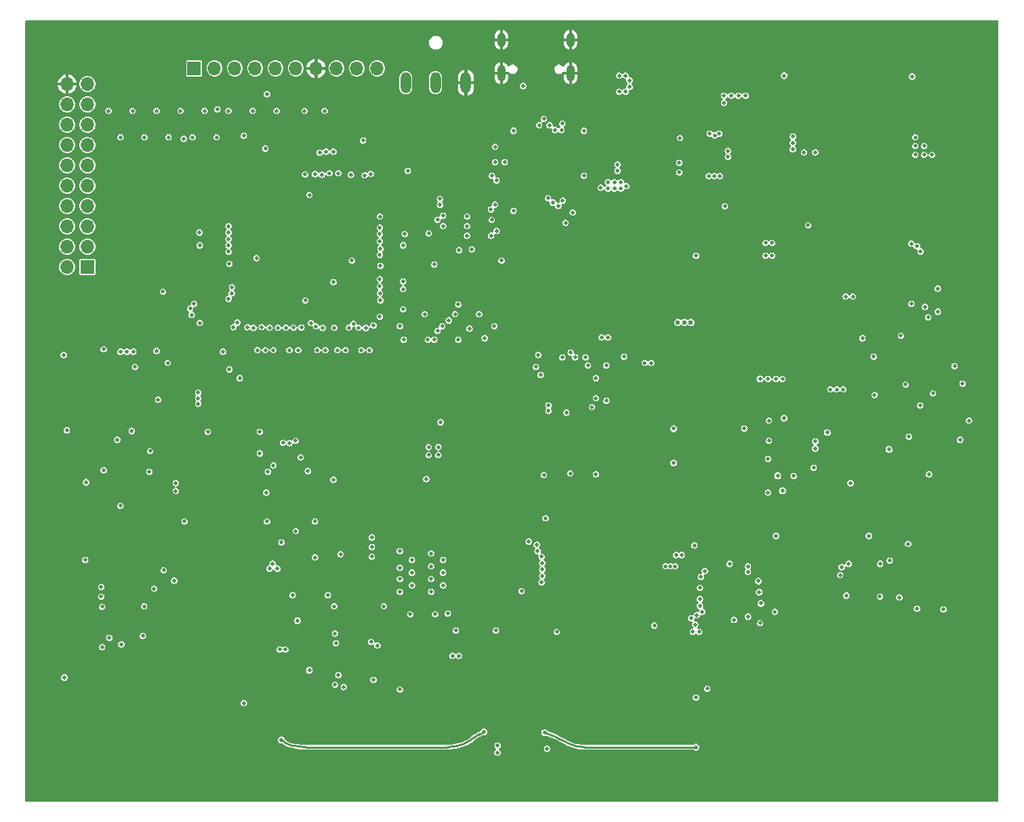
<source format=gbr>
%TF.GenerationSoftware,KiCad,Pcbnew,8.0.1*%
%TF.CreationDate,2024-03-24T21:42:04-04:00*%
%TF.ProjectId,VNA,564e412e-6b69-4636-9164-5f7063625858,rev?*%
%TF.SameCoordinates,PX535a28cPY8422900*%
%TF.FileFunction,Copper,L3,Inr*%
%TF.FilePolarity,Positive*%
%FSLAX46Y46*%
G04 Gerber Fmt 4.6, Leading zero omitted, Abs format (unit mm)*
G04 Created by KiCad (PCBNEW 8.0.1) date 2024-03-24 21:42:04*
%MOMM*%
%LPD*%
G01*
G04 APERTURE LIST*
%TA.AperFunction,ComponentPad*%
%ADD10R,1.700000X1.700000*%
%TD*%
%TA.AperFunction,ComponentPad*%
%ADD11O,1.700000X1.700000*%
%TD*%
%TA.AperFunction,ComponentPad*%
%ADD12O,1.000000X2.100000*%
%TD*%
%TA.AperFunction,ComponentPad*%
%ADD13O,1.000000X1.800000*%
%TD*%
%TA.AperFunction,ComponentPad*%
%ADD14O,1.308000X2.616000*%
%TD*%
%TA.AperFunction,ViaPad*%
%ADD15C,0.500000*%
%TD*%
%TA.AperFunction,ViaPad*%
%ADD16C,4.500000*%
%TD*%
%TA.AperFunction,ViaPad*%
%ADD17C,0.600000*%
%TD*%
%TA.AperFunction,Conductor*%
%ADD18C,0.220000*%
%TD*%
G04 APERTURE END LIST*
D10*
X21298900Y89803600D03*
D11*
X23838900Y89803600D03*
X26378900Y89803600D03*
X28918900Y89803600D03*
X31458900Y89803600D03*
X33998900Y89803600D03*
X36538900Y89803600D03*
X39078900Y89803600D03*
X41618900Y89803600D03*
X44158900Y89803600D03*
D12*
X68318900Y89198600D03*
D13*
X68318900Y93378600D03*
D12*
X59678900Y89198600D03*
D13*
X59678900Y93378600D03*
D14*
X47750000Y88000000D03*
X55250000Y88000000D03*
X51450000Y88000000D03*
D10*
X7973900Y64978600D03*
D11*
X5433900Y64978600D03*
X7973900Y67518600D03*
X5433900Y67518600D03*
X7973900Y70058600D03*
X5433900Y70058600D03*
X7973900Y72598600D03*
X5433900Y72598600D03*
X7973900Y75138600D03*
X5433900Y75138600D03*
X7973900Y77678600D03*
X5433900Y77678600D03*
X7973900Y80218600D03*
X5433900Y80218600D03*
X7973900Y82758600D03*
X5433900Y82758600D03*
X7973900Y85298600D03*
X5433900Y85298600D03*
X7973900Y87838600D03*
X5433900Y87838600D03*
D15*
X121000000Y15000000D03*
D16*
X2500000Y28500000D03*
D15*
X121000000Y86000000D03*
X2000000Y12000000D03*
X95000000Y33000000D03*
X94550000Y30750000D03*
X56000000Y25000000D03*
X94000000Y61000000D03*
X58000000Y95000000D03*
X101000000Y0D03*
X53000000Y10000000D03*
X44750000Y45825000D03*
X68050000Y51450000D03*
X59000000Y0D03*
X99000000Y48000000D03*
X121000000Y6000000D03*
X94700000Y22050000D03*
X108000000Y39000000D03*
X21800000Y43400000D03*
X95000000Y42000000D03*
X37000000Y0D03*
X1000000Y34000000D03*
X63100000Y55200000D03*
X110900000Y8000000D03*
X98000000Y4750000D03*
X84000000Y95000000D03*
X25000000Y32000000D03*
X10000000Y95000000D03*
X1000000Y53000000D03*
X11000000Y95000000D03*
X8000000Y94000000D03*
X41000000Y44000000D03*
X26000000Y42000000D03*
X24000000Y-1000000D03*
X66900000Y7000000D03*
X38600000Y44800000D03*
X27000000Y95000000D03*
X109000000Y5700000D03*
X53000000Y53000000D03*
X64300000Y6100000D03*
X61600000Y28400000D03*
X25000000Y95000000D03*
X70000000Y20000000D03*
X99000000Y54000000D03*
X34100000Y19975000D03*
X17000000Y94000000D03*
X36000000Y48000000D03*
X75000000Y2000000D03*
X89000000Y95000000D03*
X24000000Y47000000D03*
X2000000Y84000000D03*
X74400000Y49300000D03*
X120000000Y34000000D03*
X16000000Y30000000D03*
X120000000Y15000000D03*
X1000000Y6000000D03*
X70000000Y61000000D03*
X78000000Y43000000D03*
X2000000Y73000000D03*
X47000000Y10000000D03*
X64000000Y59000000D03*
X2000000Y36000000D03*
X89200000Y24400000D03*
X75000000Y13000000D03*
X9050000Y5225000D03*
X2000000Y61000000D03*
X61000000Y47000000D03*
X77000000Y62000000D03*
D16*
X32500000Y13500000D03*
D15*
X57000000Y53000000D03*
X100975000Y64000000D03*
X120000000Y32000000D03*
X120000000Y72000000D03*
X30968900Y60193600D03*
X25000000Y38000000D03*
X26000000Y12000000D03*
X99000000Y53000000D03*
X1000000Y61000000D03*
X22000000Y4800000D03*
X100000000Y46000000D03*
X79000000Y62000000D03*
X26000000Y-1000000D03*
X79100000Y54900000D03*
X110700000Y12000000D03*
X74000000Y-1000000D03*
X42418900Y60233600D03*
X78000000Y41000000D03*
X54000000Y53000000D03*
X57000000Y9000000D03*
D16*
X97500000Y62500000D03*
D15*
X120000000Y88000000D03*
X7900000Y55600000D03*
X110800000Y4000000D03*
X9000000Y35500000D03*
X97000000Y60000000D03*
X43800000Y5800000D03*
X2000000Y63000000D03*
X105000000Y26900000D03*
X55925000Y39000000D03*
X55650000Y45525000D03*
X26300000Y6600000D03*
X2000000Y42000000D03*
X46700000Y37950000D03*
X64000000Y41000000D03*
X85000000Y48000000D03*
X78000000Y44000000D03*
X102000000Y-1000000D03*
X98000000Y24000000D03*
X121000000Y72000000D03*
X104700000Y57600000D03*
X72000000Y62000000D03*
X16700000Y51100000D03*
X75000000Y41000000D03*
X98000000Y-1000000D03*
X91000000Y0D03*
X114500000Y41000000D03*
X73000000Y15200000D03*
X80000000Y48000000D03*
X90600000Y13400000D03*
X43000000Y36000000D03*
X14000000Y59000000D03*
X12800000Y8700000D03*
X63000000Y94000000D03*
X62700000Y77800000D03*
X97300000Y7050000D03*
X119000000Y18000000D03*
X104000000Y95000000D03*
X120000000Y79000000D03*
X108200000Y20200000D03*
X16000000Y28000000D03*
X85400000Y6100000D03*
X61600000Y32000000D03*
X110800000Y11000000D03*
D16*
X95500000Y12500000D03*
D15*
X23000000Y52000000D03*
X8000000Y35500000D03*
X12100000Y13200000D03*
X40500000Y28800000D03*
X109200000Y4000000D03*
X51300000Y60300000D03*
X14200000Y47300000D03*
X86800000Y23200000D03*
X100000000Y1000000D03*
X26000000Y25000000D03*
X108125000Y41350000D03*
X20000000Y95000000D03*
X71000000Y0D03*
X28000000Y4700000D03*
D16*
X119500000Y93500000D03*
D15*
X67000000Y95000000D03*
X97000000Y2000000D03*
X46000000Y52000000D03*
X93000000Y4550000D03*
X2000000Y52000000D03*
X62000000Y95000000D03*
X37000000Y94000000D03*
X25000000Y22000000D03*
X85000000Y49000000D03*
X33000000Y0D03*
X47000000Y53000000D03*
X76000000Y8000000D03*
X120000000Y87000000D03*
X74000000Y62000000D03*
X107000000Y65000000D03*
X41700000Y76600000D03*
X64300000Y45300000D03*
X67225000Y4050000D03*
X75000000Y62000000D03*
X36000000Y95000000D03*
X42000000Y46000000D03*
X2000000Y81000000D03*
X110800000Y1000000D03*
X54700000Y6100000D03*
X2000000Y38000000D03*
X116000000Y1000000D03*
X69000000Y27000000D03*
X29246018Y52246018D03*
X1000000Y90000000D03*
X93000000Y2000000D03*
X7900000Y38925000D03*
X43600000Y80800000D03*
X63900000Y77800000D03*
X26900000Y80800000D03*
X102200000Y35900000D03*
X103900000Y57200000D03*
X24700000Y6400000D03*
X107975000Y43025000D03*
X2000000Y44000000D03*
X63000000Y0D03*
X67500000Y75400000D03*
X47100000Y19400000D03*
X96000000Y49000000D03*
X93000000Y62000000D03*
X36800000Y5800000D03*
X105000000Y33000000D03*
X2000000Y15000000D03*
X94100000Y49000000D03*
X116000000Y2000000D03*
X73000000Y34000000D03*
X1000000Y50000000D03*
X66300000Y76600000D03*
X61700000Y6200000D03*
X57700000Y2400000D03*
X22000000Y17000000D03*
X76000000Y59800000D03*
X33000000Y94000000D03*
X9000000Y7200000D03*
X46300000Y44100000D03*
X37800000Y5800000D03*
X27000000Y7500000D03*
X92000000Y51900000D03*
X89000000Y94000000D03*
X69000000Y41000000D03*
X39000000Y95000000D03*
X38700000Y36700000D03*
X96000000Y43000000D03*
X90000000Y46543600D03*
X91000000Y48000000D03*
X39000000Y48000000D03*
X29000000Y8000000D03*
X44000000Y42000000D03*
X1000000Y18000000D03*
X95000000Y10000000D03*
X20200000Y44400000D03*
X105000000Y41000000D03*
X50000000Y94000000D03*
X64000000Y1000000D03*
X97000000Y42000000D03*
X59000000Y21000000D03*
X33000000Y53000000D03*
X97000000Y21000000D03*
X120000000Y76000000D03*
X108225000Y31050000D03*
X24000000Y49000000D03*
X57000000Y25000000D03*
X22500000Y12900000D03*
X66000000Y2200000D03*
X118000000Y24000000D03*
X47000000Y32000000D03*
X85000000Y0D03*
X44000000Y8000000D03*
X47850000Y48100000D03*
X55000000Y54000000D03*
X98000000Y13000000D03*
X71100000Y44000000D03*
X103000000Y33000000D03*
X44000000Y51000000D03*
X35800000Y4200000D03*
X61000000Y94000000D03*
X56000000Y95000000D03*
X58000000Y1000000D03*
X72100000Y4200000D03*
X47000000Y94000000D03*
X120000000Y39000000D03*
X54000000Y15500000D03*
X10500000Y9300000D03*
X42700000Y49600000D03*
X103000000Y0D03*
X85700000Y80600000D03*
X41000000Y43000000D03*
X121000000Y30000000D03*
X78000000Y12000000D03*
X41000000Y41000000D03*
X96000000Y34000000D03*
X73100000Y29800000D03*
X110000000Y38000000D03*
X46625000Y40325000D03*
X2000000Y6000000D03*
X24000000Y4800000D03*
X28200000Y34200000D03*
X57000000Y16000000D03*
X56000000Y8000000D03*
X90500000Y5350000D03*
X22000000Y1000000D03*
X62000000Y60000000D03*
X84000000Y-1000000D03*
X65000000Y95000000D03*
X60000000Y31000000D03*
X89600000Y12300000D03*
X28000000Y1000000D03*
X121000000Y71000000D03*
X17900000Y9900000D03*
X81100000Y4200000D03*
X94000000Y-1000000D03*
X63000000Y58000000D03*
X89000000Y0D03*
X3000000Y4000000D03*
X27618900Y69843600D03*
X43000000Y51500000D03*
X42100000Y36000000D03*
X98000000Y31000000D03*
X108800000Y78500000D03*
X2000000Y43000000D03*
X48150000Y39575000D03*
X116500000Y41200000D03*
X6200000Y7800000D03*
X59000000Y16000000D03*
X99000000Y0D03*
X13000000Y11400000D03*
X92250000Y25100000D03*
X93000000Y11000000D03*
X37700000Y20800000D03*
X56000000Y9000000D03*
X85700000Y79800000D03*
X5000000Y30000000D03*
X107050000Y31075000D03*
X40000000Y94000000D03*
X12800000Y10600000D03*
X44000000Y41000000D03*
X102500000Y21000000D03*
X121000000Y59000000D03*
X19000000Y94000000D03*
X120000000Y7000000D03*
X92000000Y11000000D03*
X47000000Y2000000D03*
X11600000Y12400000D03*
X59000000Y54000000D03*
X76000000Y41000000D03*
X52988900Y15833600D03*
X32500000Y20800000D03*
X51800000Y5800000D03*
X36000000Y47000000D03*
X60000000Y54000000D03*
X48000000Y31800000D03*
X42000000Y43000000D03*
X43900000Y34000000D03*
X53425000Y35950000D03*
X69000000Y14000000D03*
X103000000Y31400000D03*
X61000000Y58000000D03*
X76000000Y10000000D03*
X60100000Y36000000D03*
X107900000Y80200000D03*
X48000000Y94000000D03*
X106000000Y38000000D03*
X69000000Y23000000D03*
X75000000Y14000000D03*
X82148900Y22043600D03*
X73000000Y14000000D03*
X15000000Y37000000D03*
X105688900Y69433600D03*
X106700000Y14250000D03*
X12500000Y20600000D03*
X100650000Y31100000D03*
X56000000Y17000000D03*
X92000000Y33000000D03*
X96000000Y33000000D03*
X85000000Y33000000D03*
X24000000Y46000000D03*
X83000000Y13000000D03*
X62218900Y70503600D03*
X65500000Y34500000D03*
X89000000Y34000000D03*
X120000000Y57000000D03*
X14000000Y5800000D03*
X44800000Y34900000D03*
X97600000Y77500000D03*
X98000000Y29000000D03*
X93000000Y0D03*
X38000000Y1000000D03*
X78000000Y11000000D03*
X52000000Y12000000D03*
X70000000Y26000000D03*
X14000000Y95000000D03*
X86000000Y49000000D03*
X36000000Y8000000D03*
X71000000Y13000000D03*
X39000000Y0D03*
X117000000Y-1000000D03*
X95000000Y43000000D03*
X65138900Y70503600D03*
X34700000Y40200000D03*
X103000000Y95000000D03*
X98200000Y82400000D03*
X61000000Y53000000D03*
X74000000Y9000000D03*
X26000000Y17000000D03*
X112000000Y48700000D03*
X39000000Y9000000D03*
X69000000Y26000000D03*
X121000000Y25000000D03*
X120000000Y36000000D03*
X59000000Y15000000D03*
X102900000Y38750000D03*
X32200000Y31600000D03*
X76100000Y4200000D03*
X83000000Y34000000D03*
X120000000Y29000000D03*
X106000000Y64000000D03*
X21800000Y44400000D03*
X121000000Y49000000D03*
X66000000Y-1000000D03*
X59000000Y23000000D03*
X55000000Y11000000D03*
X80000000Y95000000D03*
X98000000Y6400000D03*
X83000000Y14000000D03*
X49350000Y38225000D03*
X6000000Y58000000D03*
X98000000Y11000000D03*
X28000000Y95000000D03*
X73000000Y61000000D03*
X28000000Y26300000D03*
X94800000Y72800000D03*
X52400000Y68900000D03*
X42000000Y37000000D03*
X43000000Y34000000D03*
X41000000Y95000000D03*
X48525000Y38775000D03*
X111000000Y28000000D03*
X110000000Y65000000D03*
X65100000Y77800000D03*
X58000000Y11000000D03*
X52000000Y1000000D03*
X55825000Y36425000D03*
X11000000Y7000000D03*
X1000000Y3000000D03*
X27000000Y2000000D03*
X105000000Y34000000D03*
X81000000Y11000000D03*
X33800000Y4200000D03*
X98000000Y55000000D03*
X90000000Y45643600D03*
X56200000Y2900000D03*
X70000000Y94000000D03*
X110000000Y89000000D03*
D16*
X119500000Y21500000D03*
D15*
X27000000Y14000000D03*
X62000000Y58000000D03*
X41000000Y42000000D03*
X5000000Y3000000D03*
X34000000Y11000000D03*
X71000000Y80300000D03*
X112500000Y23600000D03*
X102000000Y14200000D03*
X98000000Y14000000D03*
X120000000Y68000000D03*
X73800000Y69200000D03*
X26000000Y31000000D03*
X99000000Y49000000D03*
X104000000Y33000000D03*
X27000000Y16000000D03*
X61000000Y45000000D03*
X65000000Y2000000D03*
X61000000Y0D03*
X74000000Y41000000D03*
X2000000Y7000000D03*
X41000000Y45000000D03*
X82000000Y48000000D03*
X89200000Y25600000D03*
X93028900Y44763600D03*
X20000000Y4800000D03*
X121000000Y54000000D03*
X97000000Y34000000D03*
X111200000Y37800000D03*
X60000000Y95000000D03*
X88000000Y13000000D03*
X2000000Y8000000D03*
X82000000Y1000000D03*
X36000000Y1000000D03*
X54600000Y4000000D03*
X75000000Y33000000D03*
X68300000Y38000000D03*
X109000000Y33000000D03*
X108500000Y11000000D03*
X16000000Y35000000D03*
X102025000Y64975000D03*
X70000000Y23000000D03*
X50000000Y53000000D03*
X2000000Y22000000D03*
X73000000Y42000000D03*
X81000000Y14000000D03*
X84700000Y74000000D03*
X82000000Y87300000D03*
X121000000Y85000000D03*
X53500000Y34000000D03*
X121000000Y13000000D03*
X121000000Y75000000D03*
X92450000Y19000000D03*
X1000000Y88000000D03*
X53000000Y9000000D03*
X25000000Y39000000D03*
X97000000Y22000000D03*
X48000000Y-1000000D03*
X99000000Y57000000D03*
X94250000Y47900000D03*
X90600000Y15600000D03*
X1000000Y36000000D03*
X62700000Y76600000D03*
X104000000Y64000000D03*
X12000000Y59000000D03*
X29000000Y22800000D03*
X29000000Y23800000D03*
X58000000Y53000000D03*
X16000000Y31000000D03*
X2000000Y19000000D03*
X26000000Y39000000D03*
X53800000Y5900000D03*
X81000000Y94000000D03*
X53000000Y11500000D03*
X8000000Y48000000D03*
X2000000Y90000000D03*
X97000000Y0D03*
X11200000Y8000000D03*
X41668900Y62323600D03*
X25000000Y17000000D03*
X90000000Y15000000D03*
X95900000Y60300000D03*
X94000000Y19000000D03*
X45300000Y36500000D03*
X92100000Y14900000D03*
X99000000Y58000000D03*
X56050000Y40750000D03*
X44000000Y94000000D03*
X93000000Y12000000D03*
X1000000Y65000000D03*
X22000000Y54000000D03*
X103650000Y37125000D03*
X25000000Y44000000D03*
X121000000Y42000000D03*
X108000000Y15500000D03*
X95000000Y4750000D03*
X117000000Y3000000D03*
X43000000Y9000000D03*
X35800000Y5800000D03*
X102900000Y8250000D03*
X65000000Y60000000D03*
X98000000Y16000000D03*
X56000000Y-1000000D03*
X105000000Y36000000D03*
X96000000Y48000000D03*
X96000000Y1000000D03*
X97000000Y15000000D03*
X46000000Y53000000D03*
X56675000Y37100000D03*
X18000000Y95000000D03*
X8400000Y53000000D03*
X82000000Y11000000D03*
X121000000Y60000000D03*
X83000000Y0D03*
X31000000Y2000000D03*
X94000000Y4550000D03*
X51000000Y95000000D03*
X83000000Y49000000D03*
X120000000Y56000000D03*
X64000000Y61000000D03*
X83000000Y94000000D03*
X79000000Y13000000D03*
X55675000Y47575000D03*
X14200000Y51700000D03*
X44800000Y5800000D03*
X80000000Y59800000D03*
X54275000Y41250000D03*
X108500000Y45200000D03*
X94525000Y37825000D03*
X51000000Y32000000D03*
X2000000Y40000000D03*
X1000000Y8000000D03*
X82000000Y88600000D03*
X77000000Y33000000D03*
X46400000Y35800000D03*
X41000000Y0D03*
X53675000Y45500000D03*
X89000000Y15000000D03*
X14100000Y12800000D03*
X79500000Y5800000D03*
X78000000Y94000000D03*
X45925000Y38675000D03*
X60700000Y27500000D03*
X16400000Y4200000D03*
X1000000Y80000000D03*
X1000000Y89000000D03*
X41100000Y49500000D03*
X1000000Y17000000D03*
X59625000Y3675000D03*
X86000000Y17300000D03*
X34000000Y5900000D03*
X70000000Y13000000D03*
X26000000Y37000000D03*
X67500000Y77800000D03*
X63000000Y2000000D03*
X121000000Y5000000D03*
X67800000Y2700000D03*
X68700000Y3200000D03*
X55325000Y38125000D03*
X113600000Y52500000D03*
X63100000Y45300000D03*
X88000000Y95000000D03*
X61250000Y20600000D03*
X21000000Y2000000D03*
X69000000Y61000000D03*
X73100000Y4200000D03*
X1000000Y49000000D03*
X82000000Y95000000D03*
X1000000Y54000000D03*
X96000000Y32000000D03*
X112000000Y28000000D03*
X73000000Y0D03*
X24000000Y1000000D03*
X44000000Y10000000D03*
X2000000Y45000000D03*
X89018900Y42083600D03*
X82000000Y62000000D03*
X49700000Y35500000D03*
X120000000Y4000000D03*
X57875000Y6150000D03*
X89978900Y43243600D03*
X95000000Y15000000D03*
X1000000Y87000000D03*
X64950000Y22900000D03*
X2000000Y80000000D03*
X19900000Y66600000D03*
X11448900Y61313600D03*
X51000000Y31000000D03*
X86000000Y33000000D03*
X41300000Y15100000D03*
X86000000Y-1000000D03*
X34800000Y4200000D03*
X50800000Y4200000D03*
X74000000Y10000000D03*
X26000000Y41000000D03*
X86000000Y4500000D03*
X121000000Y82000000D03*
X42000000Y50400000D03*
X1000000Y16000000D03*
X1000000Y4000000D03*
X74000000Y33000000D03*
X86000000Y1000000D03*
X37000000Y48000000D03*
X61000000Y54000000D03*
X72000000Y61000000D03*
X57000000Y0D03*
X30000000Y14000000D03*
X63000000Y60000000D03*
X12500000Y21500000D03*
X30000000Y8000000D03*
X12800000Y4000000D03*
X1000000Y12000000D03*
X114400000Y56900000D03*
X98000000Y25000000D03*
X110800000Y3000000D03*
X105000000Y45000000D03*
X94000000Y18000000D03*
X119000000Y4000000D03*
X58000000Y94000000D03*
X41038900Y60603600D03*
X121000000Y18000000D03*
X116000000Y0D03*
X61000000Y95000000D03*
X109500000Y14400000D03*
X85700000Y79000000D03*
X121000000Y26000000D03*
X9000000Y94000000D03*
X54000000Y9000000D03*
X57000000Y2000000D03*
X52600000Y22700000D03*
X81000000Y12000000D03*
X67600000Y32700000D03*
X1000000Y64000000D03*
X65000000Y94000000D03*
X72500000Y5800000D03*
X82100000Y4200000D03*
X44500000Y49900000D03*
X41000000Y47000000D03*
X52900000Y5800000D03*
X97500000Y36325000D03*
X48700000Y42500000D03*
X11200000Y4000000D03*
X55500000Y34000000D03*
X79100000Y4200000D03*
X80000000Y9000000D03*
X54000000Y10000000D03*
X55900000Y5000000D03*
X104100000Y9950000D03*
X32000000Y94000000D03*
X20200000Y43400000D03*
D16*
X107500000Y35500000D03*
D15*
X115700000Y41200000D03*
X1000000Y78000000D03*
X74000000Y34000000D03*
X89000000Y8000000D03*
X71100000Y4200000D03*
X103000000Y94000000D03*
X79000000Y44000000D03*
X120000000Y16000000D03*
X121000000Y87000000D03*
X112000000Y89000000D03*
X78000000Y47000000D03*
X62000000Y59000000D03*
X49300000Y32800000D03*
X40000000Y-1000000D03*
X94000000Y15000000D03*
X63900000Y76600000D03*
X89000000Y49000000D03*
X2000000Y51000000D03*
X121000000Y35000000D03*
D16*
X78000000Y500000D03*
D15*
X120000000Y47000000D03*
X80450000Y44900000D03*
X57600000Y36700000D03*
X36800000Y4200000D03*
X21000000Y56000000D03*
X94000000Y21000000D03*
X75000000Y9000000D03*
X65200000Y5900000D03*
X104148900Y51623600D03*
X121000000Y44000000D03*
X69000000Y0D03*
X84800000Y78200000D03*
X107500000Y13950000D03*
X20000000Y54000000D03*
X112000000Y64000000D03*
X62058900Y73003600D03*
X12800000Y2000000D03*
X21000000Y21000000D03*
X69500000Y5900000D03*
X98500000Y77000000D03*
X54975000Y46225000D03*
X104000000Y-1000000D03*
X98000000Y18000000D03*
X78000000Y45000000D03*
X120000000Y44000000D03*
X56000000Y53000000D03*
X121000000Y74000000D03*
X18000000Y49300000D03*
X121000000Y8000000D03*
X60100000Y34600000D03*
X82200000Y37400000D03*
X10500000Y10700000D03*
X112000000Y30000000D03*
X2000000Y88000000D03*
X28000000Y50000000D03*
X70000000Y-1000000D03*
X103898900Y46803600D03*
X8400000Y7800000D03*
X120000000Y83000000D03*
X98000000Y30000000D03*
X73000000Y12000000D03*
X47350000Y46125000D03*
X101000000Y2000000D03*
X107900000Y79400000D03*
X32000000Y95000000D03*
X1000000Y85000000D03*
X60000000Y2200000D03*
X6600000Y22600000D03*
X78000000Y62000000D03*
X100000000Y33000000D03*
X39900000Y84600000D03*
X95000000Y49000000D03*
X40000000Y9000000D03*
X65000000Y62000000D03*
X90000000Y33000000D03*
X51200000Y46800000D03*
X87000000Y15000000D03*
X25000000Y94000000D03*
X34000000Y10000000D03*
X23000000Y51000000D03*
X38900000Y24000000D03*
X9825000Y4800000D03*
X57000000Y21000000D03*
X109700000Y57600000D03*
X85000000Y61000000D03*
X26000000Y18000000D03*
X104100000Y25100000D03*
X23000000Y31000000D03*
X6600000Y25000000D03*
X42200000Y16000000D03*
X100900000Y8300000D03*
X120000000Y81000000D03*
X66300000Y75400000D03*
X2000000Y9000000D03*
X88000000Y33000000D03*
X1000000Y15000000D03*
X1000000Y62000000D03*
X9000000Y59000000D03*
X100900000Y5950000D03*
X2000000Y16000000D03*
X99000000Y45500000D03*
X2000000Y48000000D03*
X52600000Y20100000D03*
X45000000Y53000000D03*
X64000000Y95000000D03*
X53675000Y38525000D03*
X98000000Y20000000D03*
X120000000Y46000000D03*
X79000000Y34000000D03*
X1000000Y19000000D03*
X79000000Y9000000D03*
X30000000Y8900000D03*
X10000000Y28000000D03*
X37000000Y2000000D03*
X44225000Y44700000D03*
X120000000Y45000000D03*
X97000000Y41000000D03*
X1000000Y75000000D03*
X15000000Y59000000D03*
X120000000Y55000000D03*
X63350000Y22900000D03*
X75100000Y4200000D03*
X26000000Y26000000D03*
D16*
X26500000Y48000000D03*
D15*
X120000000Y30000000D03*
X66850000Y50250000D03*
X99000000Y60000000D03*
X105000000Y35000000D03*
X116000000Y33000000D03*
X89848900Y17543600D03*
X26000000Y43000000D03*
X18300000Y9000000D03*
X86000000Y48000000D03*
X53000000Y2000000D03*
X108000000Y65000000D03*
X99000000Y4950000D03*
X23000000Y95000000D03*
X78000000Y14000000D03*
X98000000Y12000000D03*
X99000000Y55000000D03*
X117000000Y95000000D03*
X121000000Y16000000D03*
X42000000Y48700000D03*
X121000000Y52000000D03*
X102000000Y1000000D03*
X70000000Y16000000D03*
X116000000Y35000000D03*
X76500000Y5800000D03*
X105000000Y47000000D03*
X101000000Y94000000D03*
X69000000Y17000000D03*
X84000000Y48000000D03*
X73000000Y41000000D03*
X68050000Y50250000D03*
X41000000Y39000000D03*
X85700000Y78200000D03*
X75000000Y59800000D03*
X104000000Y45000000D03*
X1000000Y41000000D03*
X74000000Y1000000D03*
X20000000Y1000000D03*
X81000000Y8000000D03*
X45000000Y95000000D03*
X33800000Y35500000D03*
X41000000Y2000000D03*
X121000000Y4000000D03*
X44800000Y23900000D03*
X45725000Y41000000D03*
X27288900Y72353600D03*
X21500000Y20000000D03*
X6600000Y9600000D03*
X35200000Y24500000D03*
X99800000Y23200000D03*
X73000000Y2000000D03*
X56000000Y10000000D03*
X19000000Y47000000D03*
X3600000Y22100000D03*
X95000000Y2000000D03*
X6000000Y2000000D03*
X11000000Y58000000D03*
X74400000Y51700000D03*
X94000000Y7900000D03*
X2000000Y17000000D03*
X102000000Y95000000D03*
X89000000Y2000000D03*
X89000000Y48000000D03*
X69250000Y50250000D03*
X50000000Y32000000D03*
X83900000Y79800000D03*
X106000000Y39600000D03*
X107400000Y55400000D03*
X121000000Y90000000D03*
X10000000Y58000000D03*
X96000000Y16000000D03*
X37000000Y95000000D03*
X67000000Y61000000D03*
X121000000Y39000000D03*
X39000000Y10000000D03*
X90200000Y37400000D03*
X109000000Y7500000D03*
X65000000Y7600000D03*
X8300000Y5700000D03*
X28000000Y-1000000D03*
X19000000Y4800000D03*
X99000000Y56000000D03*
X38000000Y10000000D03*
X49875000Y48325000D03*
X49000000Y53000000D03*
X100000000Y14200000D03*
X120000000Y33000000D03*
X1000000Y69000000D03*
X107100000Y15900000D03*
X55000000Y8000000D03*
X83000000Y33000000D03*
X39000000Y47000000D03*
X68000000Y41000000D03*
X1000000Y73000000D03*
X88200000Y38300000D03*
X1000000Y67000000D03*
X116000000Y30000000D03*
X18000000Y50100000D03*
X44000000Y40000000D03*
X13500000Y4200000D03*
X70200000Y57100000D03*
X83100000Y4200000D03*
X85000000Y34000000D03*
X121000000Y69000000D03*
X100000000Y65000000D03*
X90000000Y62000000D03*
X105000000Y44000000D03*
X117000000Y37800000D03*
X107900000Y81800000D03*
X98000000Y33000000D03*
X83000000Y62000000D03*
X121000000Y29000000D03*
X97000000Y33000000D03*
X36200000Y26300000D03*
X50000000Y95000000D03*
X44500000Y37500000D03*
X59000000Y22000000D03*
X2000000Y11000000D03*
X6000000Y1000000D03*
X117000000Y20000000D03*
X121000000Y70000000D03*
X110600000Y20200000D03*
X61000000Y7000000D03*
X47000000Y33400000D03*
X6000000Y95000000D03*
X40400000Y16000000D03*
X30000000Y1000000D03*
X106000000Y46000000D03*
X1000000Y32000000D03*
X90000000Y49000000D03*
X46000000Y9000000D03*
X100000000Y48000000D03*
X121000000Y32000000D03*
X54700000Y48025000D03*
X2000000Y46000000D03*
X106000000Y33000000D03*
X49000000Y31000000D03*
X11200000Y1000000D03*
X19000000Y56000000D03*
X52400000Y30300000D03*
X41000000Y9000000D03*
X107400000Y18000000D03*
X95900000Y55500000D03*
X80000000Y94000000D03*
X120000000Y13000000D03*
X89500000Y14500000D03*
X6600000Y16300000D03*
X23000000Y94000000D03*
X38000000Y47000000D03*
X108500000Y10000000D03*
X5000000Y2000000D03*
X91000000Y34000000D03*
X108000000Y17000000D03*
X1000000Y10000000D03*
X74400000Y44900000D03*
X121000000Y34000000D03*
X66000000Y61000000D03*
X26000000Y40000000D03*
X99000000Y34000000D03*
X99000000Y47000000D03*
X102750000Y42575000D03*
X121000000Y53000000D03*
X42000000Y39000000D03*
X60000000Y47000000D03*
X24000000Y51000000D03*
X88200000Y37400000D03*
X88500000Y13500000D03*
X36000000Y-1000000D03*
X2000000Y10000000D03*
X41000000Y46000000D03*
X37000000Y10000000D03*
X83700000Y5800000D03*
X94800000Y71500000D03*
X100000000Y16300000D03*
X110000000Y64000000D03*
X25000000Y42000000D03*
X89000000Y33000000D03*
X71000000Y94000000D03*
X1000000Y83000000D03*
X104000000Y46000000D03*
X83900000Y77400000D03*
X69000000Y15000000D03*
X98000000Y21000000D03*
X110000000Y35000000D03*
X35000000Y0D03*
X48100000Y30800000D03*
X57000000Y54000000D03*
X121000000Y51000000D03*
X38000000Y80800000D03*
X77000000Y34000000D03*
X102300000Y7450000D03*
X95000000Y55000000D03*
X88100000Y8000000D03*
X80000000Y10000000D03*
X105000000Y37000000D03*
X94000000Y89000000D03*
X96300000Y36325000D03*
X23000000Y54000000D03*
X121000000Y12000000D03*
X26000000Y33000000D03*
X88000000Y94000000D03*
X36000000Y9000000D03*
X87000000Y94000000D03*
X12000000Y94000000D03*
X81000000Y61000000D03*
X84000000Y62000000D03*
X95125000Y27375000D03*
X33000000Y2000000D03*
X66200000Y57000000D03*
X1000000Y38000000D03*
X120000000Y60000000D03*
X44100000Y38700000D03*
X104100000Y26000000D03*
X11600000Y21500000D03*
X54325000Y40300000D03*
X26000000Y94000000D03*
X97000000Y49000000D03*
X95300000Y29350000D03*
X55000000Y0D03*
X121000000Y36000000D03*
X47500000Y35500000D03*
X16000000Y13100000D03*
X55000000Y95000000D03*
X88000000Y-1000000D03*
X2000000Y47000000D03*
X2000000Y39000000D03*
X12800000Y9700000D03*
X54150000Y39325000D03*
X83000000Y5800000D03*
X105100000Y11650000D03*
X28000000Y94000000D03*
X102800000Y12300000D03*
X65700000Y44000000D03*
X62000000Y1000000D03*
X120000000Y31000000D03*
X95000000Y48000000D03*
X31000000Y0D03*
X95025000Y32000000D03*
X56000000Y26000000D03*
X113600000Y41500000D03*
X109200000Y5000000D03*
X19000000Y23000000D03*
X101000000Y14200000D03*
X60300000Y6200000D03*
X53800000Y4200000D03*
X69000000Y95000000D03*
X38800000Y5800000D03*
X30000000Y94000000D03*
X20300000Y8500000D03*
X72000000Y42000000D03*
X91100000Y13900000D03*
X77000000Y12000000D03*
X74000000Y95000000D03*
X11600000Y20600000D03*
X60050000Y20600000D03*
X21000000Y55000000D03*
X34000000Y95000000D03*
X101000000Y47000000D03*
X53000000Y0D03*
X36250000Y13975000D03*
X107400000Y19000000D03*
X95700000Y7050000D03*
X61000000Y57000000D03*
X7000000Y47000000D03*
X99400000Y76500000D03*
X60000000Y57000000D03*
X27000000Y84900000D03*
X33000000Y95000000D03*
X40400000Y16900000D03*
X78000000Y8000000D03*
X21000000Y53000000D03*
X121000000Y68000000D03*
X20000000Y21500000D03*
X91000000Y33000000D03*
X47500000Y11000000D03*
X121000000Y61000000D03*
X56000000Y11000000D03*
X105900000Y25100000D03*
X69900000Y44000000D03*
X79000000Y33000000D03*
X1000000Y48000000D03*
X78000000Y42000000D03*
X1000000Y11000000D03*
X121000000Y48000000D03*
X34800000Y5800000D03*
X112400000Y52500000D03*
X102900000Y54300000D03*
X19000000Y24000000D03*
X104000000Y94000000D03*
X60700000Y28400000D03*
X2000000Y69000000D03*
X90000000Y1000000D03*
X120000000Y11000000D03*
X2000000Y87000000D03*
X121000000Y46000000D03*
X69000000Y25000000D03*
X52000000Y54000000D03*
X1000000Y66000000D03*
X14500000Y4200000D03*
X32800000Y4200000D03*
X100300000Y7600000D03*
X94000000Y17000000D03*
X15000000Y13100000D03*
X103175000Y63975000D03*
X32600000Y6600000D03*
X25000000Y50000000D03*
X83900000Y79000000D03*
X77000000Y14000000D03*
X23000000Y53000000D03*
X1000000Y20000000D03*
X54225000Y44725000D03*
X118000000Y19000000D03*
X121000000Y17000000D03*
X2000000Y25000000D03*
X42000000Y94000000D03*
X74000000Y42000000D03*
X68000000Y95000000D03*
X24050000Y7050000D03*
X106000000Y42000000D03*
X40500000Y86400000D03*
X64000000Y94000000D03*
X25000000Y34000000D03*
X116000000Y26000000D03*
X99000000Y33000000D03*
X81000000Y49000000D03*
X88000000Y1000000D03*
X113000000Y64000000D03*
X57000000Y23000000D03*
X42000000Y9000000D03*
X57100000Y5800000D03*
X91600000Y14400000D03*
X120000000Y51000000D03*
X16000000Y94000000D03*
X97000000Y29000000D03*
X2000000Y74000000D03*
X29000000Y94000000D03*
X69000000Y13000000D03*
X7000000Y59000000D03*
X42000000Y44000000D03*
X6600000Y20000000D03*
X54000000Y95000000D03*
X64300000Y33600000D03*
X57500000Y34000000D03*
X70000000Y29000000D03*
X1000000Y91000000D03*
X102000000Y94000000D03*
X73000000Y10000000D03*
X70300000Y4100000D03*
X76000000Y9000000D03*
X73000000Y94000000D03*
X16100000Y12100000D03*
X19000000Y7300000D03*
X73500000Y5800000D03*
X57000000Y22000000D03*
X98000000Y58900000D03*
X83900000Y78200000D03*
X45675000Y43050000D03*
X2000000Y70000000D03*
X49000000Y54000000D03*
X91100000Y4850000D03*
X10000000Y34000000D03*
X68000000Y62000000D03*
X73100000Y29000000D03*
X39000000Y49000000D03*
X86000000Y61000000D03*
X49000000Y32000000D03*
X43000000Y8000000D03*
X80000000Y62000000D03*
X120000000Y35000000D03*
X20000000Y57000000D03*
X68600000Y6100000D03*
X48000000Y1000000D03*
X46475000Y41475000D03*
X29025000Y4675000D03*
X44700000Y73700000D03*
D16*
X2500000Y57500000D03*
D15*
X28000000Y38100000D03*
X59000000Y95000000D03*
X13000000Y94000000D03*
X66150000Y3725000D03*
X40500000Y30000000D03*
X88000000Y48000000D03*
X72000000Y41000000D03*
X2000000Y35000000D03*
X76000000Y13000000D03*
X57000000Y11000000D03*
X88200000Y29650000D03*
X121000000Y76000000D03*
X102000000Y34000000D03*
X70000000Y42000000D03*
X29500000Y43300000D03*
X7800000Y40500000D03*
X42000000Y10000000D03*
X108848900Y69303600D03*
X1000000Y76000000D03*
X79000000Y42000000D03*
X97000000Y30000000D03*
X25000000Y18000000D03*
X120000000Y49000000D03*
X120000000Y27000000D03*
X41000000Y83000000D03*
X104000000Y1000000D03*
X98000000Y19000000D03*
X31800000Y4200000D03*
X87000000Y14000000D03*
X41000000Y40000000D03*
X57650000Y45500000D03*
X58000000Y54000000D03*
X56700000Y4500000D03*
X25000000Y4800000D03*
X109200000Y3000000D03*
X104248900Y70793600D03*
X102000000Y20000000D03*
X25000000Y20000000D03*
X38000000Y49000000D03*
X86600000Y38300000D03*
X81825000Y41000000D03*
X56000000Y21000000D03*
X37000000Y49000000D03*
X46475000Y42625000D03*
X107700000Y61300000D03*
X100950000Y65000000D03*
X74000000Y8000000D03*
X43600000Y48800000D03*
X98000000Y56000000D03*
X51000000Y2000000D03*
X97000000Y28000000D03*
X29000000Y95000000D03*
X48000000Y53000000D03*
X114500000Y42000000D03*
X25000000Y16000000D03*
X40400000Y15100000D03*
X36800000Y8000000D03*
X79000000Y61000000D03*
X91000000Y51900000D03*
X92000000Y62000000D03*
X116000000Y28000000D03*
X121000000Y7000000D03*
X100000000Y-1000000D03*
X93000000Y61000000D03*
X76000000Y34000000D03*
X50600000Y65600000D03*
X33300000Y20800000D03*
X75500000Y16500000D03*
X13400000Y20600000D03*
X16000000Y32000000D03*
X49000000Y2000000D03*
X46700000Y45100000D03*
X76000000Y42000000D03*
X100000000Y34000000D03*
X71000000Y42000000D03*
X27400000Y39400000D03*
X62000000Y-1000000D03*
X82000000Y82500000D03*
X51000000Y12500000D03*
X69500000Y3700000D03*
X22000000Y27000000D03*
X82700000Y19700000D03*
X2000000Y66000000D03*
X100500000Y38850000D03*
X120000000Y38000000D03*
X25000000Y15000000D03*
X59700000Y67200000D03*
X81900000Y6900000D03*
X26000000Y38000000D03*
X16000000Y33000000D03*
X16000000Y34000000D03*
X82000000Y83600000D03*
X112700000Y42000000D03*
X60000000Y55000000D03*
X59000000Y53000000D03*
X96000000Y4750000D03*
X95000000Y0D03*
X109100000Y11650000D03*
X50000000Y-1000000D03*
X54000000Y1000000D03*
X108700000Y15100000D03*
X41800000Y4200000D03*
X39800000Y4200000D03*
X93000000Y51900000D03*
X104000000Y65000000D03*
X92000000Y12000000D03*
X12000000Y58000000D03*
X2000000Y67000000D03*
X120000000Y12000000D03*
X92000000Y4650000D03*
X2000000Y65000000D03*
X55000000Y2000000D03*
X67000000Y62000000D03*
X101600000Y6650000D03*
X106000000Y65000000D03*
X70000000Y22000000D03*
X64000000Y7800000D03*
D16*
X2500000Y93500000D03*
D15*
X66118900Y71153600D03*
X80000000Y46000000D03*
X55400000Y3500000D03*
X69250000Y49050000D03*
X45000000Y51000000D03*
X120000000Y53000000D03*
X68000000Y42000000D03*
X93000000Y14000000D03*
X26000000Y4600000D03*
X79000000Y14000000D03*
X15000000Y95000000D03*
X41000000Y38000000D03*
X45800000Y5800000D03*
X60000000Y-1000000D03*
X33000000Y11000000D03*
X50600000Y66800000D03*
X77000000Y8000000D03*
X120000000Y9000000D03*
X19500000Y6400000D03*
X20700000Y7600000D03*
X71000000Y14000000D03*
X27000000Y65000000D03*
X57000000Y26000000D03*
X9750000Y6525000D03*
X2000000Y49000000D03*
X87000000Y48000000D03*
X110800000Y10000000D03*
X32200000Y76700000D03*
X1000000Y52000000D03*
X110000000Y28000000D03*
X34000000Y94000000D03*
X17400000Y60700000D03*
X37000000Y47000000D03*
X90100000Y12900000D03*
X82500000Y7500000D03*
X44418900Y64283600D03*
X112000000Y31000000D03*
X77000000Y94000000D03*
X72000000Y1000000D03*
X66000000Y60000000D03*
X92420950Y23647957D03*
X12800000Y1000000D03*
X107200000Y78500000D03*
X75000000Y10000000D03*
X67125000Y5100000D03*
X35000000Y10000000D03*
X102000000Y53800000D03*
X30000000Y15000000D03*
X26000000Y14000000D03*
X76000000Y61000000D03*
X97000000Y43000000D03*
X116000000Y29000000D03*
X108000000Y38000000D03*
X20000000Y94000000D03*
X81000000Y9000000D03*
X36000000Y10000000D03*
X96000000Y10000000D03*
X100000000Y5350000D03*
X29500000Y42500000D03*
X1000000Y43000000D03*
X22450000Y7050000D03*
X82800000Y16100000D03*
X83900000Y6600000D03*
X10000000Y94000000D03*
X86200000Y6600000D03*
X120000000Y73000000D03*
X41000000Y48000000D03*
X108850000Y40725000D03*
X1000000Y55000000D03*
X86000000Y94000000D03*
X47100000Y21600000D03*
X75000000Y61000000D03*
X20000000Y55000000D03*
X32600000Y35500000D03*
X47000000Y52000000D03*
X78000000Y46000000D03*
X98900000Y6600000D03*
X11000000Y94000000D03*
X11600000Y37000000D03*
X107850000Y54625000D03*
X85700000Y77400000D03*
X101700000Y21400000D03*
X87000000Y2000000D03*
X13400000Y21500000D03*
X40800000Y4200000D03*
X48000000Y8000000D03*
X107000000Y50000000D03*
X120000000Y75000000D03*
X66850000Y49050000D03*
X46800000Y5800000D03*
X70000000Y25000000D03*
X86000000Y34000000D03*
X28000000Y14000000D03*
X77000000Y10000000D03*
X84000000Y34000000D03*
X111488900Y70923600D03*
X1000000Y81000000D03*
X60000000Y46000000D03*
X48000000Y54000000D03*
X46000000Y10000000D03*
X45800000Y4200000D03*
X23000000Y2000000D03*
X48700000Y41400000D03*
X57000000Y95000000D03*
X83000000Y95000000D03*
X61700000Y7800000D03*
X1000000Y37000000D03*
X43400000Y37000000D03*
X42000000Y8000000D03*
X96000000Y42000000D03*
X23250000Y7050000D03*
X121000000Y84000000D03*
X68650000Y49650000D03*
X4000000Y26000000D03*
X61600000Y27500000D03*
X121000000Y66000000D03*
X71000000Y95000000D03*
X81200000Y6375000D03*
X60500000Y85000000D03*
X82000000Y34000000D03*
X88000000Y61000000D03*
X38000000Y95000000D03*
X89000000Y8900000D03*
X105000000Y64000000D03*
X112000000Y35000000D03*
X88000000Y15000000D03*
X69000000Y21000000D03*
X105500000Y32275000D03*
X80000000Y12000000D03*
X75000000Y42000000D03*
X1000000Y22000000D03*
X92000000Y-1000000D03*
X87400000Y5300000D03*
X49000000Y95000000D03*
X94000000Y6650000D03*
X84000000Y94000000D03*
X68000000Y1000000D03*
X99400000Y77500000D03*
X61500000Y36000000D03*
X105000000Y65000000D03*
X68050000Y49050000D03*
X80000000Y11000000D03*
X92000000Y6550000D03*
X82000000Y15000000D03*
X79000000Y95000000D03*
X62000000Y56000000D03*
X36000000Y94000000D03*
X55000000Y15000000D03*
X1000000Y26000000D03*
X1000000Y70000000D03*
X72000000Y13000000D03*
X29000000Y14000000D03*
X54000000Y11000000D03*
X94000000Y10000000D03*
X98000000Y57000000D03*
X53000000Y94000000D03*
X77000000Y43000000D03*
X2000000Y23000000D03*
X72000000Y94000000D03*
X102500000Y10500000D03*
X93000000Y6650000D03*
X69000000Y2000000D03*
D16*
X119500000Y63500000D03*
D15*
X57000000Y27000000D03*
X46000000Y94000000D03*
X47000000Y8000000D03*
X120000000Y52000000D03*
X83300000Y37400000D03*
X58000000Y-1000000D03*
X26000000Y20000000D03*
X2000000Y32000000D03*
X5000000Y-1000000D03*
X68000000Y-1000000D03*
X53000000Y54000000D03*
X92700000Y15500000D03*
X82000000Y33000000D03*
X2000000Y37000000D03*
X59000000Y55000000D03*
X12500000Y19700000D03*
X10000000Y31000000D03*
X33300000Y6200000D03*
X64428900Y56993600D03*
X66900000Y44000000D03*
X36000000Y50000000D03*
X74500000Y5800000D03*
X31000000Y94000000D03*
X65000000Y0D03*
X58100000Y44625000D03*
X48800000Y48275000D03*
X40000000Y1000000D03*
X25000000Y41000000D03*
X46000000Y27400000D03*
X96000000Y-1000000D03*
X56900000Y7700000D03*
X106400000Y13050000D03*
X26000000Y21000000D03*
X52058900Y94093600D03*
X18000000Y1000000D03*
X11200000Y2000000D03*
X47000000Y95000000D03*
X98000000Y47000000D03*
X27508900Y58083600D03*
X47100000Y20400000D03*
X98000000Y32000000D03*
X67000000Y94000000D03*
X90000000Y-1000000D03*
X14200000Y50900000D03*
X7000000Y95000000D03*
X40000000Y95000000D03*
X61000000Y46000000D03*
X22000000Y52000000D03*
X96000000Y15000000D03*
X11300000Y11500000D03*
X88000000Y49000000D03*
X94000000Y63000000D03*
X75000000Y12000000D03*
X99700000Y7000000D03*
X2000000Y14000000D03*
X11138900Y69243600D03*
X36200000Y24500000D03*
X34000000Y1000000D03*
X121000000Y57000000D03*
X76000000Y94000000D03*
X96800000Y82400000D03*
X83000000Y15000000D03*
X3000000Y32000000D03*
X18000000Y4800000D03*
X120000000Y89000000D03*
X87000000Y49000000D03*
X120000000Y37000000D03*
X41000000Y8000000D03*
X13000000Y58000000D03*
X91848900Y17413600D03*
X30800000Y22800000D03*
X13400000Y38000000D03*
X120000000Y90000000D03*
X21000000Y94000000D03*
D16*
X2500000Y500000D03*
D15*
X121000000Y83000000D03*
X41800000Y5800000D03*
X52825000Y38200000D03*
X83000000Y2000000D03*
X121000000Y88000000D03*
X81000000Y59800000D03*
X25000000Y51000000D03*
X42000000Y95000000D03*
X11600000Y38000000D03*
X97000000Y17000000D03*
X120000000Y6000000D03*
X70000000Y15000000D03*
X94000000Y1000000D03*
X81438900Y41933600D03*
X106000000Y39000000D03*
X46000000Y95000000D03*
X51000000Y53000000D03*
X82000000Y10000000D03*
X82000000Y13000000D03*
X66000000Y7300000D03*
X25500000Y73700000D03*
X84800000Y80600000D03*
X118000000Y3000000D03*
X24000000Y94000000D03*
X79000000Y43000000D03*
X2000000Y77000000D03*
X103000000Y35000000D03*
X48125000Y40450000D03*
X120000000Y14000000D03*
X81000000Y0D03*
X98848200Y44751800D03*
X71000000Y41000000D03*
X29000000Y48000000D03*
X47800000Y4200000D03*
X26000000Y45000000D03*
X25000000Y36000000D03*
X15875000Y5925000D03*
X76000000Y14000000D03*
X45900000Y34100000D03*
X86000000Y14000000D03*
X13000000Y95000000D03*
X35000000Y9000000D03*
X121000000Y43000000D03*
X121000000Y38000000D03*
X39000000Y8000000D03*
X97000000Y24000000D03*
X79100000Y54100000D03*
D16*
X44000000Y500000D03*
D15*
X108500000Y44400000D03*
X44000000Y35900000D03*
X45100000Y32600000D03*
X105900000Y12150000D03*
X97000000Y20000000D03*
X6000000Y94000000D03*
X13658900Y60813600D03*
X45000000Y34000000D03*
X35000000Y95000000D03*
X26000000Y44000000D03*
X42000000Y45000000D03*
X57800000Y7800000D03*
X118500000Y55600000D03*
X92000000Y13000000D03*
X61600000Y31000000D03*
X120000000Y25000000D03*
X42000000Y42000000D03*
X120000000Y86000000D03*
X25000000Y43000000D03*
X1000000Y79000000D03*
X21000000Y4800000D03*
X95900000Y54500000D03*
X1000000Y39000000D03*
X75500000Y5800000D03*
X13000000Y7000000D03*
X76000000Y33000000D03*
X106425000Y31500000D03*
X109000000Y64000000D03*
X68200000Y4625000D03*
X95225000Y22450000D03*
X120000000Y5000000D03*
X35000000Y94000000D03*
X38000000Y57800000D03*
X10000000Y29000000D03*
X25000000Y40000000D03*
X112000000Y29000000D03*
X24000000Y26000000D03*
X56000000Y14500000D03*
X18578900Y65603600D03*
X42200000Y15100000D03*
X120000000Y42000000D03*
X60800000Y35300000D03*
X41000000Y94000000D03*
X24000000Y53000000D03*
X52800000Y4200000D03*
X1000000Y77000000D03*
X55000000Y94000000D03*
X79000000Y47000000D03*
X95000000Y6550000D03*
X2000000Y53000000D03*
X80000000Y13000000D03*
X2000000Y75000000D03*
X82000000Y94000000D03*
X51800000Y4200000D03*
X82000000Y9000000D03*
X7600000Y6400000D03*
X116000000Y27000000D03*
X84800000Y79800000D03*
X26000000Y35000000D03*
X40000000Y8000000D03*
X121000000Y10000000D03*
X1000000Y72000000D03*
X97000000Y25000000D03*
X10500000Y10000000D03*
X68650000Y50850000D03*
X74000000Y13000000D03*
X43000000Y10000000D03*
X112000000Y34000000D03*
X121000000Y27000000D03*
X23000000Y4800000D03*
X63900000Y80200000D03*
X117000000Y23000000D03*
X54500000Y34000000D03*
X121000000Y79000000D03*
X86000000Y15000000D03*
X81600000Y15900000D03*
X6200000Y10300000D03*
X56300000Y39850000D03*
X93000000Y33000000D03*
X55400000Y6600000D03*
X57850000Y38750000D03*
X25000000Y45000000D03*
X66300000Y77800000D03*
X56750000Y41600000D03*
X72000000Y-1000000D03*
X106000000Y45000000D03*
X75500000Y17300000D03*
X93000000Y48525000D03*
X62700000Y79000000D03*
X12800000Y3000000D03*
X1000000Y14000000D03*
X23000000Y26000000D03*
X97000000Y16000000D03*
X42800000Y5800000D03*
X61000000Y2000000D03*
X1000000Y82000000D03*
X54725000Y36100000D03*
X20000000Y56000000D03*
X121000000Y73000000D03*
X79100000Y55700000D03*
X65100000Y76600000D03*
X29000000Y2000000D03*
X62000000Y2200000D03*
X97000000Y10000000D03*
X27000000Y13000000D03*
X29000000Y13000000D03*
X15000000Y94000000D03*
X104100000Y26900000D03*
X2000000Y50000000D03*
X71000000Y2000000D03*
X10000000Y27000000D03*
X26000000Y16000000D03*
X82000000Y8000000D03*
X38000000Y94000000D03*
X84700000Y69200000D03*
X11700000Y44300000D03*
X65100000Y80200000D03*
X66300000Y80200000D03*
X84700000Y75600000D03*
X21600000Y33900000D03*
X105900000Y26900000D03*
X54350000Y43625000D03*
X14000000Y94000000D03*
X69000000Y42000000D03*
X64000000Y2200000D03*
X75000000Y34000000D03*
X2000000Y34000000D03*
X65100000Y79000000D03*
X82000000Y14000000D03*
X73800000Y15200000D03*
X47400000Y66900000D03*
X67500000Y76600000D03*
X105375000Y57525000D03*
X102000000Y33000000D03*
X44000000Y35000000D03*
X112000000Y37000000D03*
X56000000Y22000000D03*
X65000000Y41000000D03*
X10000000Y35000000D03*
X26000000Y24000000D03*
X103900000Y56400000D03*
X48725000Y45500000D03*
X18000000Y94000000D03*
X54000000Y54000000D03*
X120000000Y58000000D03*
X45000000Y9000000D03*
X97000000Y31000000D03*
X103000000Y34000000D03*
X82000000Y-1000000D03*
X12800000Y13900000D03*
X39000000Y2000000D03*
X27000000Y0D03*
X4500000Y59500000D03*
X25000000Y2000000D03*
X17500000Y6400000D03*
X31000000Y95000000D03*
X71000000Y62000000D03*
X94000000Y34000000D03*
X110000000Y34000000D03*
X108348900Y71643600D03*
X85000000Y95000000D03*
X67450000Y50850000D03*
X74000000Y11000000D03*
X35000000Y48000000D03*
X94800000Y70200000D03*
X85000000Y62000000D03*
X50500000Y34500000D03*
X56000000Y20000000D03*
X79000000Y10000000D03*
X15500000Y4200000D03*
X36000000Y21500000D03*
X121000000Y28000000D03*
X59000000Y17000000D03*
X39800000Y5800000D03*
X83900000Y80600000D03*
X78000000Y61000000D03*
X69250000Y51450000D03*
X19500000Y10300000D03*
X38500000Y28000000D03*
X88000000Y23200000D03*
X85198900Y41993600D03*
X1000000Y23000000D03*
D16*
X61500000Y42500000D03*
D15*
X46000000Y8000000D03*
X108800000Y12550000D03*
X121000000Y31000000D03*
X121000000Y9000000D03*
X63100000Y5000000D03*
X88600000Y23800000D03*
X45700000Y42050000D03*
X4550000Y10125000D03*
X1000000Y21000000D03*
X105900000Y26000000D03*
X64148900Y72133600D03*
X120000000Y50000000D03*
X24000000Y95000000D03*
X96500000Y7050000D03*
X25000000Y0D03*
X28200000Y35800000D03*
X105000000Y42000000D03*
X82000000Y12000000D03*
X52000000Y95000000D03*
X1000000Y45000000D03*
X88000000Y14000000D03*
X114700000Y24300000D03*
X84000000Y1000000D03*
X120000000Y10000000D03*
X73000000Y8000000D03*
X16000000Y26000000D03*
X60625000Y3675000D03*
X120000000Y48000000D03*
X120000000Y59000000D03*
X97000000Y23000000D03*
X60000000Y45000000D03*
X60000000Y1000000D03*
X114000000Y65000000D03*
X77000000Y9000000D03*
X77000000Y11000000D03*
X53000000Y32000000D03*
X8000000Y95000000D03*
X6600000Y18700000D03*
X80375000Y5975000D03*
X6000000Y0D03*
X1000000Y47000000D03*
X8000000Y58000000D03*
X92000000Y61000000D03*
X97000000Y4750000D03*
X110500000Y57600000D03*
X78000000Y34000000D03*
X82000000Y61000000D03*
X80100000Y4200000D03*
X67450000Y49650000D03*
X25000000Y37000000D03*
X2000000Y83000000D03*
X7000000Y94000000D03*
X4200000Y14000000D03*
X94050000Y36700000D03*
X70500000Y5800000D03*
X102300000Y13200000D03*
X16500000Y6400000D03*
X22000000Y94000000D03*
X91000000Y61000000D03*
X18500000Y6400000D03*
X52000000Y53000000D03*
X16000000Y29000000D03*
X77000000Y13000000D03*
X6000000Y14000000D03*
X67700000Y6500000D03*
X11000000Y59000000D03*
X50000000Y1000000D03*
X27000000Y4600000D03*
X15500000Y14800000D03*
X1000000Y68000000D03*
X10000000Y59000000D03*
X73000000Y95000000D03*
X2000000Y54000000D03*
X42200000Y16900000D03*
X60100000Y72000000D03*
X69000000Y30000000D03*
X70000000Y17000000D03*
X103068900Y45963600D03*
X48800000Y5800000D03*
X55000000Y53000000D03*
X107000000Y64000000D03*
X66000000Y1000000D03*
X63900000Y79000000D03*
X51000000Y0D03*
X81000000Y62000000D03*
X74125000Y37375000D03*
X70000000Y27000000D03*
X2000000Y62000000D03*
X13000000Y59000000D03*
X63178900Y71493600D03*
X11175000Y5825000D03*
X28000000Y13000000D03*
X99000000Y2000000D03*
X50000000Y31000000D03*
X75000000Y0D03*
X1000000Y60000000D03*
X66000000Y95000000D03*
X41300000Y16000000D03*
X2000000Y64000000D03*
X93400000Y16200000D03*
X91000000Y62000000D03*
X87000000Y61000000D03*
X120000000Y80000000D03*
X49000000Y94000000D03*
X52000000Y31000000D03*
X16000000Y27000000D03*
X112700000Y41000000D03*
X14500000Y14700000D03*
X120000000Y18000000D03*
X22000000Y-1000000D03*
X10000000Y30000000D03*
X5500000Y8500000D03*
X46600000Y47525000D03*
X18600000Y8200000D03*
X54150000Y42775000D03*
X1000000Y63000000D03*
X121000000Y55000000D03*
X24000000Y31000000D03*
X81000000Y47000000D03*
X39300000Y80800000D03*
X119000000Y25000000D03*
X44000000Y43000000D03*
X73000000Y13000000D03*
X120000000Y26000000D03*
X101000000Y34000000D03*
X26000000Y36000000D03*
X1000000Y33000000D03*
X110000000Y13700000D03*
X83000000Y61000000D03*
X57000000Y17000000D03*
X56850000Y43425000D03*
X57000000Y14500000D03*
X120000000Y8000000D03*
X46100000Y31900000D03*
X76000000Y95000000D03*
X31000000Y8000000D03*
X75000000Y95000000D03*
X60650000Y20600000D03*
X49800000Y5800000D03*
X38000000Y-1000000D03*
X45000000Y52000000D03*
X121000000Y41000000D03*
X88000000Y24400000D03*
X94100000Y54500000D03*
X99000000Y59000000D03*
X1000000Y31000000D03*
X70000000Y95000000D03*
X56100000Y7100000D03*
X42000000Y47000000D03*
X56100000Y44725000D03*
X120000000Y78000000D03*
X121000000Y45000000D03*
X105000000Y46000000D03*
X117000000Y38700000D03*
X2000000Y13000000D03*
X50000000Y54000000D03*
X49800000Y4200000D03*
X46000000Y33000000D03*
X43800000Y4200000D03*
X112000000Y32000000D03*
X87000000Y62000000D03*
X40800000Y5800000D03*
X30800000Y23800000D03*
X44000000Y52000000D03*
X120000000Y40000000D03*
X66850000Y51450000D03*
X108500000Y61300000D03*
X52300000Y48325000D03*
X109000000Y65000000D03*
X103175000Y65000000D03*
X52000000Y-1000000D03*
X82200000Y38300000D03*
X101100000Y54300000D03*
X57125000Y46275000D03*
X60700000Y26600000D03*
X63000000Y59000000D03*
X3600000Y20100000D03*
X86800000Y24400000D03*
X109000000Y16800000D03*
X101000000Y95000000D03*
X2000000Y89000000D03*
X5000000Y95000000D03*
X63000000Y61000000D03*
X1000000Y25000000D03*
X72200000Y69200000D03*
X51500000Y34000000D03*
X2000000Y86000000D03*
X10000000Y26000000D03*
X98000000Y22000000D03*
X43000000Y38000000D03*
X68000000Y61000000D03*
X107400000Y20000000D03*
X56075000Y43675000D03*
X79000000Y11000000D03*
X98000000Y53000000D03*
X16600000Y11300000D03*
X18000000Y-1000000D03*
X56475000Y46950000D03*
X31008900Y73733600D03*
X61500000Y34600000D03*
X2000000Y4000000D03*
X77000000Y61000000D03*
X77500000Y5800000D03*
X1000000Y40000000D03*
X47000000Y13400000D03*
X69000000Y16000000D03*
X35200000Y26300000D03*
X2000000Y68000000D03*
X88000000Y25600000D03*
X56500000Y5400000D03*
X76000000Y62000000D03*
X106400000Y78500000D03*
X106000000Y47000000D03*
X90000000Y34000000D03*
X2000000Y20000000D03*
X84000000Y15000000D03*
X84000000Y33000000D03*
X62000000Y57000000D03*
X28400000Y45200000D03*
X116000000Y32000000D03*
X121000000Y50000000D03*
X107900000Y81000000D03*
X29998900Y7067600D03*
X94000000Y20000000D03*
X1000000Y44000000D03*
X27200000Y6600000D03*
X83100000Y8100000D03*
X62700000Y80200000D03*
X16000000Y95000000D03*
X110800000Y9000000D03*
X84000000Y61000000D03*
X35700000Y25400000D03*
X26000000Y15000000D03*
X24000000Y52000000D03*
X44500000Y55900000D03*
X13400000Y19700000D03*
X38500000Y39500000D03*
X29900000Y4400000D03*
X37000000Y9000000D03*
X2000000Y78000000D03*
X13000000Y6000000D03*
X89900000Y8000000D03*
X110800000Y5000000D03*
X107000000Y38000000D03*
D16*
X24000000Y28500000D03*
D15*
X90200000Y38200000D03*
X120000000Y54000000D03*
X10575000Y4450000D03*
X103500000Y9050000D03*
X22000000Y53000000D03*
X98000000Y58000000D03*
X107900000Y82600000D03*
X7800000Y8400000D03*
X99000000Y52000000D03*
X78000000Y13000000D03*
X80000000Y61000000D03*
X1000000Y5000000D03*
X25500000Y6500000D03*
D16*
X70500000Y32500000D03*
D15*
X57325000Y37875000D03*
X39000000Y94000000D03*
X30800000Y4200000D03*
X45900000Y51100000D03*
X91000000Y12000000D03*
X1000000Y42000000D03*
X104000000Y34000000D03*
X65000000Y61000000D03*
X25668900Y63173600D03*
X87000000Y34000000D03*
X101500000Y9000000D03*
X87400000Y23800000D03*
X106000000Y44000000D03*
X121000000Y40000000D03*
X98000000Y17000000D03*
X26000000Y95000000D03*
X2000000Y24000000D03*
X51000000Y54000000D03*
X57000000Y94000000D03*
X62000000Y55000000D03*
X60300000Y7800000D03*
X116000000Y37000000D03*
X23000000Y0D03*
X115000000Y65000000D03*
X2000000Y72000000D03*
X94800000Y74200000D03*
X63000000Y95000000D03*
X69000000Y62000000D03*
X59000000Y41500000D03*
X1000000Y7000000D03*
X44800000Y4200000D03*
X61000000Y59000000D03*
X84000000Y14000000D03*
X56000000Y54000000D03*
X78000000Y9000000D03*
X84700000Y72400000D03*
X107000000Y39000000D03*
X96000000Y89000000D03*
X42800000Y4200000D03*
X81000000Y15000000D03*
X116000000Y36000000D03*
X112000000Y36000000D03*
X108000000Y33000000D03*
X98000000Y52000000D03*
X40000000Y49000000D03*
X58000000Y14500000D03*
X19000000Y0D03*
X97500000Y82400000D03*
X74000000Y12000000D03*
X85400000Y6900000D03*
X74600000Y69200000D03*
X38000000Y8000000D03*
X64000000Y-1000000D03*
X105000000Y95000000D03*
X53800000Y48275000D03*
X94225000Y45875000D03*
X1000000Y35000000D03*
X73000000Y9000000D03*
X113000000Y65000000D03*
X14000000Y58000000D03*
X38800000Y4200000D03*
X5900000Y12000000D03*
X108200000Y13350000D03*
X45525000Y46750000D03*
X45000000Y8000000D03*
X64150000Y22900000D03*
X29000000Y49000000D03*
X103328900Y51623600D03*
X56500000Y34000000D03*
X92000000Y34000000D03*
X12000000Y95000000D03*
X88000000Y62000000D03*
X56000000Y23000000D03*
X111000000Y6000000D03*
X32000000Y1000000D03*
X61500000Y26600000D03*
X81000000Y2000000D03*
X103000000Y11300000D03*
X53000000Y95000000D03*
X80000000Y8000000D03*
X105000000Y94000000D03*
X70000000Y1000000D03*
X29000000Y47000000D03*
X112000000Y65000000D03*
X69000000Y28000000D03*
X44000000Y95000000D03*
X56000000Y94000000D03*
X97000000Y18000000D03*
X2000000Y71000000D03*
X2000000Y18000000D03*
X108000000Y64000000D03*
X121000000Y11000000D03*
X1000000Y71000000D03*
X54000000Y94000000D03*
X69000000Y20000000D03*
X20000000Y-1000000D03*
X106000000Y43000000D03*
X79000000Y12000000D03*
X38000000Y48000000D03*
X75000000Y11000000D03*
X93025000Y47575000D03*
X49000000Y0D03*
X118500000Y54500000D03*
X1000000Y9000000D03*
X58425000Y40550000D03*
X2000000Y41000000D03*
X75000000Y94000000D03*
X24000000Y50000000D03*
X21800000Y6500000D03*
X93000000Y13000000D03*
X2000000Y85000000D03*
X48800000Y4200000D03*
X64000000Y60000000D03*
X22000000Y19000000D03*
X52000000Y32000000D03*
X88600000Y25000000D03*
X91500000Y79000000D03*
X21000000Y0D03*
X94100000Y55500000D03*
X67000000Y41000000D03*
X73000000Y11000000D03*
X79000000Y45000000D03*
X105000000Y26000000D03*
X22000000Y18000000D03*
X56000000Y27000000D03*
X97000000Y32000000D03*
X120000000Y28000000D03*
X43000000Y94000000D03*
X57000000Y20000000D03*
X35000000Y49000000D03*
X97600000Y76500000D03*
X102025000Y63975000D03*
X62700000Y75400000D03*
X74000000Y14000000D03*
X38000000Y9000000D03*
X11200000Y3000000D03*
X121000000Y89000000D03*
X110400000Y12900000D03*
X13400000Y37000000D03*
X80000000Y14000000D03*
X102000000Y9700000D03*
X66000000Y42000000D03*
X57475000Y4000000D03*
X30000000Y95000000D03*
X70000000Y41000000D03*
X121000000Y67000000D03*
X92000000Y1000000D03*
X40000000Y46000000D03*
X19900000Y9400000D03*
X38738900Y59773600D03*
X116200000Y64500000D03*
X21100000Y6900000D03*
X42700000Y35000000D03*
X45000000Y10000000D03*
X54000000Y-1000000D03*
X76200000Y69200000D03*
X10000000Y33000000D03*
X98000000Y49000000D03*
X98000000Y1000000D03*
D16*
X119500000Y500000D03*
D15*
X69000000Y29000000D03*
X25000000Y19000000D03*
X89000000Y7100000D03*
X121000000Y78000000D03*
X60000000Y56000000D03*
X65025000Y3650000D03*
X69000000Y22000000D03*
X75000000Y8000000D03*
X29000000Y0D03*
X44100000Y43900000D03*
X1000000Y84000000D03*
X121000000Y77000000D03*
X11600000Y19700000D03*
X71500000Y5800000D03*
X87000000Y33000000D03*
X28038900Y74063600D03*
X8500000Y48700000D03*
X104000000Y36000000D03*
X74000000Y94000000D03*
X56000000Y16000000D03*
X48000000Y95000000D03*
X10000000Y32000000D03*
X98000000Y15000000D03*
X5900000Y13000000D03*
X84300000Y38300000D03*
X107000000Y33000000D03*
X98000000Y48000000D03*
X56825000Y42400000D03*
X86000000Y95000000D03*
X42000000Y38000000D03*
X62500000Y27500000D03*
X48000000Y33000000D03*
X86600000Y37400000D03*
X91000000Y2000000D03*
X66000000Y62000000D03*
X89000000Y14000000D03*
X120000000Y84000000D03*
X87000000Y95000000D03*
X109200000Y2000000D03*
X120000000Y69000000D03*
X42000000Y41000000D03*
X48000000Y43825000D03*
X46800000Y4200000D03*
X112000000Y33000000D03*
X75400000Y69200000D03*
X6950000Y38200000D03*
X87400000Y25000000D03*
X67000000Y2000000D03*
X58375000Y43675000D03*
X76000000Y11000000D03*
X79000000Y46000000D03*
X19000000Y95000000D03*
X60000000Y53000000D03*
X30000000Y-1000000D03*
X74100000Y4200000D03*
X82000000Y86100000D03*
X66000000Y5600000D03*
X7600000Y53000000D03*
X38800000Y43800000D03*
X78000000Y10000000D03*
X77100000Y4200000D03*
X79000000Y8000000D03*
X84100000Y4200000D03*
X105000000Y43000000D03*
X100000000Y47000000D03*
X76725000Y37500000D03*
X56875000Y40725000D03*
X120000000Y43000000D03*
X6900000Y7100000D03*
X110800000Y2000000D03*
X108000000Y78500000D03*
X113600000Y23800000D03*
X98000000Y28000000D03*
X115000000Y64000000D03*
X115600000Y25000000D03*
X121000000Y47000000D03*
X13400000Y12200000D03*
X53000000Y8000000D03*
X43000000Y83000000D03*
X121000000Y80000000D03*
X4975000Y9350000D03*
X28000000Y15000000D03*
X17100000Y10500000D03*
X105000000Y38600000D03*
X15000000Y5800000D03*
X78100000Y4200000D03*
X44000000Y33000000D03*
X65000000Y42000000D03*
X21000000Y15500000D03*
X67000000Y0D03*
X85000000Y94000000D03*
X90000000Y48000000D03*
X86000000Y62000000D03*
X98000000Y60000000D03*
X89200000Y23200000D03*
X37800000Y4200000D03*
X76000000Y12000000D03*
X87000000Y0D03*
X66300000Y79000000D03*
X98000000Y23000000D03*
X45000000Y94000000D03*
X24000000Y48000000D03*
X94000000Y62000000D03*
X114000000Y64000000D03*
D16*
X50000000Y10000000D03*
D15*
X47200000Y31200000D03*
X111000000Y65000000D03*
X50000000Y13000000D03*
X42000000Y40000000D03*
X120000000Y67000000D03*
X47000000Y9000000D03*
X91300000Y29650000D03*
X95000000Y41000000D03*
X101000000Y33000000D03*
X79000000Y48000000D03*
X10600000Y8500000D03*
X67500000Y79000000D03*
X21000000Y95000000D03*
X68700000Y44000000D03*
X2000000Y82000000D03*
X121000000Y58000000D03*
X117000000Y2000000D03*
X67500000Y80200000D03*
X35000000Y2000000D03*
X120000000Y70000000D03*
X6600000Y23800000D03*
X22000000Y15500000D03*
X1000000Y51000000D03*
X41300000Y16900000D03*
X11150000Y47150000D03*
X109200000Y1000000D03*
X56000000Y1000000D03*
X2000000Y5000000D03*
X3600000Y18300000D03*
X78500000Y5800000D03*
X61000000Y56000000D03*
X61000000Y55000000D03*
X25000000Y26000000D03*
X35000000Y11000000D03*
X39000000Y50000000D03*
X121000000Y56000000D03*
X29000000Y27600000D03*
X42900000Y47700000D03*
X40000000Y48000000D03*
X109100000Y8300000D03*
X19000000Y46000000D03*
X25000000Y25000000D03*
X120000000Y82000000D03*
X58225000Y39625000D03*
X79000000Y94000000D03*
X2000000Y21000000D03*
X50800000Y5800000D03*
X48000000Y52000000D03*
X116000000Y31000000D03*
X27000000Y94000000D03*
X105000000Y25100000D03*
X48350000Y44925000D03*
X92000000Y49000000D03*
X58450000Y3725000D03*
X102750000Y39450000D03*
X84700000Y70800000D03*
X47725000Y37325000D03*
X97000000Y48000000D03*
X110000000Y36000000D03*
X73000000Y69200000D03*
X111000000Y64000000D03*
X98000000Y34000000D03*
X96000000Y41000000D03*
X3000000Y25000000D03*
X109000000Y6600000D03*
X17000000Y95000000D03*
X109400000Y20200000D03*
X78000000Y95000000D03*
X2000000Y79000000D03*
X27000000Y15000000D03*
X108500000Y9000000D03*
X5000000Y27000000D03*
X19900000Y68600000D03*
X37000000Y50000000D03*
X99000000Y32000000D03*
X30000000Y13000000D03*
X62000000Y94000000D03*
X3600000Y16300000D03*
X111000000Y7000000D03*
X47000000Y0D03*
X14600000Y54300000D03*
X89000000Y61000000D03*
X101100000Y53300000D03*
X121000000Y91000000D03*
X65100000Y75400000D03*
X1000000Y46000000D03*
X26000000Y1000000D03*
X77000000Y42000000D03*
X17100000Y4700000D03*
X4000000Y3000000D03*
X120000000Y74000000D03*
X9000000Y95000000D03*
X84500000Y5800000D03*
X47800000Y5800000D03*
X88000000Y34000000D03*
X59000000Y2000000D03*
X81000000Y10000000D03*
X121000000Y81000000D03*
X82000000Y85000000D03*
X120000000Y17000000D03*
X19000000Y22000000D03*
X120000000Y85000000D03*
X29000000Y15000000D03*
X51200000Y37200000D03*
X71800000Y80000000D03*
X81000000Y13000000D03*
X62500000Y28400000D03*
X54000000Y8000000D03*
X84800000Y77400000D03*
D16*
X55500000Y30500000D03*
D15*
X32000000Y-1000000D03*
X44000000Y9000000D03*
X55000000Y10000000D03*
X102900000Y53300000D03*
X120000000Y71000000D03*
X81900000Y19700000D03*
X52000000Y8000000D03*
X85100000Y4300000D03*
X47000000Y54000000D03*
X110000000Y33000000D03*
X22000000Y30000000D03*
X4000000Y31000000D03*
X16868900Y69003600D03*
X4300000Y12000000D03*
X72000000Y95000000D03*
X72000000Y14000000D03*
X63500000Y33600000D03*
X34000000Y-1000000D03*
X4325000Y11125000D03*
X40500000Y31200000D03*
X70000000Y62000000D03*
X13600000Y14400000D03*
X10425000Y6125000D03*
X26000000Y19000000D03*
X1000000Y74000000D03*
X45700000Y39900000D03*
X70000000Y21000000D03*
X1000000Y86000000D03*
X105600000Y78500000D03*
X78000000Y33000000D03*
X40000000Y10000000D03*
X52500000Y34000000D03*
X40000000Y47000000D03*
X43000000Y95000000D03*
X98000000Y54000000D03*
X93000000Y34000000D03*
X60000000Y32000000D03*
X2000000Y33000000D03*
X86700000Y4900000D03*
X121000000Y33000000D03*
X72200000Y15200000D03*
X77000000Y41000000D03*
X70000000Y28000000D03*
X36000000Y49000000D03*
X116000000Y34000000D03*
X121000000Y14000000D03*
D16*
X70500000Y10000000D03*
D15*
X41000000Y10000000D03*
X1000000Y24000000D03*
X46700000Y39000000D03*
X5950000Y11150000D03*
X109000000Y38000000D03*
X4300000Y13000000D03*
X21600000Y50600000D03*
X35000000Y50000000D03*
X7200000Y9000000D03*
X110000000Y37000000D03*
X81000000Y95000000D03*
X120000000Y41000000D03*
X1000000Y13000000D03*
X19000000Y55000000D03*
X50898900Y94073600D03*
X70000000Y14000000D03*
X71000000Y61000000D03*
X2000000Y76000000D03*
X85000000Y2000000D03*
X77000000Y95000000D03*
X120000000Y77000000D03*
X12900000Y7900000D03*
X55000000Y9000000D03*
X86800000Y25600000D03*
X48600000Y35500000D03*
X66000000Y94000000D03*
X13168900Y65733600D03*
X73100000Y28200000D03*
X12500000Y37500000D03*
X84800000Y79000000D03*
X121000000Y37000000D03*
X63900000Y75400000D03*
X97000000Y19000000D03*
X104700000Y10850000D03*
X25000000Y21000000D03*
X104000000Y35000000D03*
X22000000Y95000000D03*
X95000000Y46100000D03*
X92000000Y51000000D03*
X94800000Y37025000D03*
X94000000Y31400000D03*
X22000000Y58000000D03*
X31700000Y27300000D03*
X21800000Y48600000D03*
X94000000Y51000000D03*
X113500000Y79000000D03*
X30700000Y27300000D03*
X111400000Y80100000D03*
X93000000Y51000000D03*
X101600000Y49700000D03*
X21800000Y49300000D03*
X102400000Y49700000D03*
X112500000Y79000000D03*
X31100000Y27900000D03*
X111400000Y81200000D03*
X94800000Y51000000D03*
X21800000Y47900000D03*
X100800000Y49700000D03*
X112500000Y80100000D03*
X111400000Y79000000D03*
X84000000Y11200000D03*
X17400000Y61900000D03*
X30400000Y86600000D03*
X65400000Y4800000D03*
X61200000Y82000000D03*
X73000000Y74800000D03*
X44498900Y66513600D03*
X73000000Y75600000D03*
X37600000Y84500000D03*
X50600000Y69200000D03*
X65000000Y39000000D03*
X41200000Y57900000D03*
X73800000Y75600000D03*
X35100000Y84500000D03*
X44558900Y60823600D03*
X22000000Y67700000D03*
X13600000Y84500000D03*
X29500000Y44400000D03*
X23000000Y44400000D03*
X34698900Y57443600D03*
X30200000Y79800000D03*
X27000000Y51100000D03*
X37268900Y76513600D03*
X25700000Y65400000D03*
X31600000Y84500000D03*
X61200000Y72000000D03*
X19600000Y84500000D03*
X22600000Y84500000D03*
X110900000Y60400000D03*
X48000000Y77000000D03*
X59700000Y65800000D03*
X21960000Y69303600D03*
X10600000Y84500000D03*
X66600000Y19400000D03*
X10000000Y54700000D03*
X93100000Y45800000D03*
X98700000Y39900000D03*
X65200000Y33600000D03*
X74600000Y74800000D03*
X83800000Y30200000D03*
X35148900Y76543600D03*
X73800000Y74800000D03*
X75300000Y75100000D03*
X25600000Y84500000D03*
X16600000Y84500000D03*
X35891250Y57991250D03*
X74600000Y75600000D03*
X28600000Y84500000D03*
X42400000Y80800000D03*
X43700000Y57700000D03*
X44512650Y71287350D03*
X51300000Y65300000D03*
X75000000Y53800000D03*
X58400000Y68900000D03*
X74200000Y77000000D03*
X67300000Y82900000D03*
X92700000Y68000000D03*
X70000000Y76400000D03*
X92700000Y66400000D03*
X98900000Y42300000D03*
X65700000Y82700000D03*
X98900000Y43200000D03*
X93500000Y66400000D03*
X93500000Y68000000D03*
X74200000Y77800000D03*
X7800000Y38100000D03*
X81200000Y44800000D03*
X103300000Y38000000D03*
X108100000Y42200000D03*
X34200000Y20800000D03*
X81200000Y40500000D03*
X5400000Y44600000D03*
X19000000Y38000000D03*
X17500000Y27100000D03*
X7700000Y28400000D03*
X9800000Y17500000D03*
X19000000Y37000000D03*
X114900000Y22200000D03*
X109600000Y56400000D03*
X102700000Y61300000D03*
X110500000Y30400000D03*
X118100000Y45800000D03*
X102200000Y27500000D03*
X116300000Y52600000D03*
X103600000Y61300000D03*
X38900000Y12800000D03*
X38700000Y38400000D03*
X47000000Y12200000D03*
X32700000Y17200000D03*
X32000000Y17200000D03*
X39600000Y29100000D03*
X38800000Y22600000D03*
X52300000Y57600000D03*
X39200000Y54600000D03*
X50100000Y59100000D03*
X41848900Y57403600D03*
X53900000Y59100000D03*
X40628900Y57403600D03*
X40200000Y54600000D03*
X51700000Y57000000D03*
X42758900Y57363600D03*
X54300000Y60300000D03*
X47500000Y55900000D03*
X43200000Y54600000D03*
X42200000Y54600000D03*
X51300000Y55900000D03*
D17*
X83361400Y58073600D03*
D15*
X81400000Y27600000D03*
X80200000Y27600000D03*
X80800000Y27600000D03*
D17*
X82546400Y58073600D03*
X81731400Y58073600D03*
D15*
X34300000Y54600000D03*
X71500000Y39100000D03*
X33708900Y57413600D03*
X47000000Y29500000D03*
X48500000Y28400000D03*
X33200000Y54600000D03*
X43500000Y31200000D03*
X32748900Y57403600D03*
X47000000Y27400000D03*
X43500000Y30000000D03*
X48500000Y26800000D03*
X31768900Y57393600D03*
X31200000Y54600000D03*
X47000000Y26000000D03*
X43500000Y28800000D03*
X48500000Y25200000D03*
X30728900Y57403600D03*
X30200000Y54600000D03*
X47000000Y24400000D03*
X29750000Y57482500D03*
X53000000Y21700000D03*
X5100000Y13700000D03*
X92100000Y22950000D03*
X105600000Y31400000D03*
X91775000Y25750000D03*
X47400000Y62225000D03*
X83900000Y20300000D03*
X84800000Y21900000D03*
X44498900Y63483600D03*
X47400000Y63200000D03*
X84100000Y21500000D03*
X44498900Y62573600D03*
X83400000Y21100000D03*
X44568900Y67283600D03*
X84600000Y26263600D03*
X47400000Y67700000D03*
X85100000Y27000000D03*
X44568900Y65143600D03*
X84500000Y23500000D03*
X35700000Y14600000D03*
X91900000Y24375000D03*
X92000000Y20500000D03*
X88200000Y27900000D03*
X10000000Y39600000D03*
X15700000Y39400000D03*
X34000000Y43277818D03*
X27968900Y57473600D03*
X25998900Y61703600D03*
X12900000Y54400000D03*
X26208900Y57473600D03*
X32398900Y43033600D03*
X9800000Y22534600D03*
X9700000Y25000000D03*
X14892300Y18892300D03*
X15050000Y22600000D03*
X10700000Y18665400D03*
X9700000Y23800000D03*
X16300000Y24800000D03*
X5000000Y54000000D03*
X110600000Y43800000D03*
X117000000Y43400000D03*
X102775000Y23925000D03*
X107000000Y27900000D03*
X111600000Y22300000D03*
X106975000Y23825000D03*
X103065400Y27900000D03*
X109400000Y23700000D03*
X108200000Y28300000D03*
X33203556Y42996443D03*
X26698900Y58043600D03*
X113000000Y58700000D03*
X43700000Y13400000D03*
X39300000Y14000000D03*
X45000000Y22600000D03*
X39011090Y17988909D03*
X44200000Y17700000D03*
X89300000Y86400000D03*
X38700000Y63100000D03*
X41000000Y65800000D03*
X35700000Y74000000D03*
X88400000Y86400000D03*
X82000000Y81100000D03*
X87500000Y86400000D03*
X90200000Y86400000D03*
X29100000Y66100000D03*
X87500000Y85500000D03*
X35200000Y60800000D03*
X43400000Y18150000D03*
X38900000Y19200000D03*
X35500000Y39500000D03*
X31200000Y40200000D03*
X42618900Y76443600D03*
X67350000Y73283600D03*
X40878900Y76523600D03*
X66128900Y73033600D03*
X66788900Y72613600D03*
X43378900Y76623600D03*
X26028900Y62453600D03*
X12100000Y54400000D03*
X25600000Y61000000D03*
X13700000Y54400000D03*
X112048900Y66933600D03*
X112600000Y60000000D03*
X114200000Y62300000D03*
X110900000Y67900000D03*
X37700000Y54600000D03*
X50600000Y42500000D03*
X38798900Y57403600D03*
X51800000Y42500000D03*
X34600000Y41200000D03*
X51800000Y41500000D03*
X37368900Y57383600D03*
X36700000Y54600000D03*
X50600000Y41500000D03*
X33600000Y24000000D03*
X36400000Y28700000D03*
X29500000Y41700000D03*
X24900000Y54400000D03*
X30300000Y36800000D03*
X25700000Y52200000D03*
X16600000Y54500000D03*
X21300000Y60400000D03*
X20800000Y59800000D03*
X18000000Y53000000D03*
X44498900Y68200000D03*
X106200000Y53800000D03*
X104800000Y56100000D03*
X47600000Y69100000D03*
X12100000Y35150000D03*
X13900000Y52500000D03*
X11700000Y43400000D03*
X16800000Y48400000D03*
X12200000Y17850000D03*
X102000000Y26500000D03*
X106300000Y49000000D03*
X110200000Y50300000D03*
X112000000Y47700000D03*
X113100000Y39100000D03*
X40000000Y12500000D03*
X30400000Y33200000D03*
X38000000Y24000000D03*
X32200000Y30600000D03*
X30500000Y39400000D03*
X51400000Y21600000D03*
X28728900Y57383600D03*
X48300000Y21600000D03*
X29200000Y54600000D03*
X21000000Y59000000D03*
X20100000Y33200000D03*
X78800000Y20200000D03*
X44508900Y61700000D03*
X85400000Y12300000D03*
X68300000Y39200000D03*
X36518900Y57573600D03*
X58900000Y80000000D03*
X52000000Y72750000D03*
X58900000Y72800000D03*
X47400000Y59700000D03*
X67700000Y70500000D03*
X67200000Y82100000D03*
X59100000Y75800000D03*
X96100000Y80500000D03*
X96100000Y81300000D03*
X86900000Y81650000D03*
X81900000Y78000000D03*
X88000000Y78750000D03*
X88000000Y79500000D03*
X96100000Y79700000D03*
X74400000Y86900000D03*
X75200000Y88900000D03*
X87000000Y76350000D03*
X75700000Y88300000D03*
X75700000Y87500000D03*
X85700000Y81650000D03*
X74400000Y88900000D03*
X86300000Y76350000D03*
X75200000Y86900000D03*
X86338900Y81433600D03*
X85600000Y76350000D03*
X65507650Y73592350D03*
X65000000Y83500000D03*
X58900000Y78100000D03*
X58371443Y72171443D03*
X52400000Y71400000D03*
X47000000Y57600000D03*
X72100000Y74900000D03*
X66400000Y82100000D03*
X58500000Y76400000D03*
X62400000Y87600000D03*
X64400000Y82700000D03*
X60100000Y78100000D03*
X58471443Y70871443D03*
X51700000Y70900000D03*
X59100000Y69500000D03*
X44500000Y69100000D03*
X68600000Y71800000D03*
X52000000Y73500000D03*
X20000000Y81000000D03*
X24200000Y84700000D03*
X25600000Y69300000D03*
X25600000Y70100000D03*
X25600000Y68500000D03*
X25600000Y66900000D03*
X25600000Y67700000D03*
X57500000Y6900000D03*
X32200000Y5900000D03*
X54400000Y67100000D03*
X55400000Y71300000D03*
X55400000Y68900000D03*
X44498900Y69903600D03*
X52400000Y70100000D03*
X44500000Y58800000D03*
X55400000Y70100000D03*
X56000000Y67200000D03*
X114200000Y59400000D03*
X111600000Y67600000D03*
X93000000Y36800000D03*
X84000000Y66400000D03*
X36400000Y76600000D03*
X27500000Y81400000D03*
X36986250Y79286250D03*
X24100000Y81200000D03*
X21100000Y81200000D03*
X37800000Y79400000D03*
X38200000Y76700000D03*
X18100000Y81200000D03*
X15100000Y81200000D03*
X38700000Y79400000D03*
X39300000Y76700000D03*
X12100000Y81200000D03*
X98000000Y70200000D03*
X98898900Y79300000D03*
X97500000Y79300000D03*
X70000000Y82000000D03*
X81900000Y76800000D03*
X87600000Y72600000D03*
X50900000Y29200000D03*
X64100000Y30300000D03*
X52400000Y28400000D03*
X64200000Y29500000D03*
X64700000Y28800000D03*
X50900000Y27600000D03*
X52400000Y26800000D03*
X64800000Y28000000D03*
X64700000Y25600000D03*
X50900000Y24400000D03*
X64800000Y26400000D03*
X52400000Y25200000D03*
X64800000Y27200000D03*
X50900000Y26000000D03*
X36400000Y33200000D03*
X34000000Y32000000D03*
X13500000Y44500000D03*
X15800000Y42000000D03*
X113600000Y49200000D03*
X117300000Y50400000D03*
X63100000Y30700000D03*
X62200000Y24500000D03*
X53578900Y16413600D03*
X59190246Y4309640D03*
X59200000Y5200000D03*
X54400000Y16400000D03*
X59000000Y19600000D03*
X54000000Y19600000D03*
X84000000Y5000000D03*
X65100000Y6800000D03*
X111000000Y88800000D03*
X100400000Y44300000D03*
X90018900Y44823600D03*
X93100000Y43300000D03*
X96200000Y38900000D03*
X93000000Y41000000D03*
X94200000Y38900000D03*
X95000000Y88900000D03*
X18800000Y25800000D03*
X27500000Y10500000D03*
X72800000Y52700000D03*
X72800000Y48300000D03*
X78400000Y53000000D03*
X65562700Y47700000D03*
X77600000Y53000000D03*
X64000000Y52500000D03*
X65562700Y47000000D03*
X67800000Y46800000D03*
X64300000Y54000000D03*
X84500000Y24900000D03*
X84500000Y22650000D03*
X81500000Y29000000D03*
X93860000Y21900000D03*
X90487300Y27600000D03*
X82200000Y29000000D03*
X90487300Y26900000D03*
X88750000Y20900000D03*
X84400000Y19400000D03*
X83600000Y19400000D03*
X90500000Y21300000D03*
X58800000Y57600000D03*
X68338900Y54303600D03*
X71500000Y48600000D03*
X56900000Y59100000D03*
X50500000Y55900000D03*
X71000000Y47500000D03*
X70200000Y53700000D03*
X55700000Y57300000D03*
X57600000Y56100000D03*
X68900000Y53700000D03*
X71500000Y51100000D03*
X54300000Y55900000D03*
X53100000Y58300000D03*
X70500000Y52700000D03*
X73000000Y56200000D03*
X67300000Y53700000D03*
X50300000Y38500000D03*
X72200000Y56200000D03*
X52100000Y45600000D03*
X64600000Y51500000D03*
D18*
X57500000Y6900000D02*
X56900000Y6600000D01*
X53000000Y5000000D02*
X35200000Y5000000D01*
X33500000Y5200001D02*
G75*
G02*
X32199991Y5899990I667100J2796099D01*
G01*
X35200000Y5000000D02*
G75*
G02*
X33500000Y5200000I0J7325000D01*
G01*
X56000000Y6000000D02*
G75*
G02*
X55000002Y5399995I-2227600J2579300D01*
G01*
X56900000Y6600000D02*
G75*
G03*
X56000000Y6000000I1950000J-3900000D01*
G01*
X55000000Y5400000D02*
G75*
G02*
X53000000Y4999994I-2157600J5587900D01*
G01*
X66400000Y6300000D02*
X67000000Y6000000D01*
X84000000Y5000000D02*
X70000000Y5000000D01*
X70000000Y5000000D02*
G75*
G02*
X68000000Y5500000I0J4250000D01*
G01*
X65100000Y6800000D02*
G75*
G02*
X66400004Y6300007I-1933300J-6966700D01*
G01*
X67000000Y6000000D02*
G75*
G02*
X68000000Y5500000I-8999700J-19249400D01*
G01*
%TA.AperFunction,Conductor*%
G36*
X121742539Y95779815D02*
G01*
X121788294Y95727011D01*
X121799500Y95675500D01*
X121799500Y-1675500D01*
X121779815Y-1742539D01*
X121727011Y-1788294D01*
X121675500Y-1799500D01*
X324500Y-1799500D01*
X257461Y-1779815D01*
X211706Y-1727011D01*
X200500Y-1675500D01*
X200500Y4309637D01*
X58784754Y4309637D01*
X58804598Y4184340D01*
X58804598Y4184339D01*
X58804600Y4184336D01*
X58862196Y4071298D01*
X58862198Y4071296D01*
X58862200Y4071293D01*
X58951898Y3981595D01*
X58951900Y3981594D01*
X58951904Y3981590D01*
X59064942Y3923994D01*
X59064943Y3923994D01*
X59064945Y3923993D01*
X59190243Y3904148D01*
X59190246Y3904148D01*
X59190249Y3904148D01*
X59315546Y3923993D01*
X59315547Y3923993D01*
X59315548Y3923994D01*
X59315550Y3923994D01*
X59428588Y3981590D01*
X59518296Y4071298D01*
X59575892Y4184336D01*
X59575892Y4184338D01*
X59575893Y4184339D01*
X59575893Y4184340D01*
X59595738Y4309637D01*
X59595738Y4309644D01*
X59575893Y4434941D01*
X59575893Y4434942D01*
X59557035Y4471952D01*
X59518296Y4547982D01*
X59518292Y4547986D01*
X59518291Y4547988D01*
X59428593Y4637686D01*
X59428589Y4637689D01*
X59428588Y4637690D01*
X59428586Y4637691D01*
X59428582Y4637694D01*
X59420418Y4641854D01*
X59369624Y4689830D01*
X59352831Y4757652D01*
X59367263Y4799997D01*
X64994508Y4799997D01*
X65014352Y4674700D01*
X65014352Y4674699D01*
X65028557Y4646821D01*
X65071950Y4561658D01*
X65071952Y4561656D01*
X65071954Y4561653D01*
X65161652Y4471955D01*
X65161654Y4471954D01*
X65161658Y4471950D01*
X65274696Y4414354D01*
X65274697Y4414354D01*
X65274699Y4414353D01*
X65399997Y4394508D01*
X65400000Y4394508D01*
X65400003Y4394508D01*
X65525300Y4414353D01*
X65525301Y4414353D01*
X65525302Y4414354D01*
X65525304Y4414354D01*
X65638342Y4471950D01*
X65728050Y4561658D01*
X65785646Y4674696D01*
X65785646Y4674698D01*
X65785647Y4674699D01*
X65785647Y4674700D01*
X65805492Y4799997D01*
X65805492Y4800004D01*
X65785647Y4925301D01*
X65785647Y4925302D01*
X65783600Y4929320D01*
X65728050Y5038342D01*
X65728046Y5038346D01*
X65728045Y5038348D01*
X65638347Y5128046D01*
X65638344Y5128048D01*
X65638342Y5128050D01*
X65525304Y5185646D01*
X65525303Y5185647D01*
X65525300Y5185648D01*
X65400003Y5205492D01*
X65399997Y5205492D01*
X65274699Y5185648D01*
X65274698Y5185648D01*
X65217284Y5156393D01*
X65161658Y5128050D01*
X65161657Y5128049D01*
X65161652Y5128046D01*
X65071954Y5038348D01*
X65071951Y5038343D01*
X65071950Y5038342D01*
X65057048Y5009096D01*
X65014352Y4925302D01*
X65014352Y4925301D01*
X64994508Y4800004D01*
X64994508Y4799997D01*
X59367263Y4799997D01*
X59375371Y4823786D01*
X59420421Y4862819D01*
X59438342Y4871950D01*
X59528050Y4961658D01*
X59585646Y5074696D01*
X59585646Y5074698D01*
X59585647Y5074699D01*
X59585647Y5074700D01*
X59605492Y5199997D01*
X59605492Y5200004D01*
X59585647Y5325301D01*
X59585647Y5325302D01*
X59583916Y5328700D01*
X59528050Y5438342D01*
X59528046Y5438346D01*
X59528045Y5438348D01*
X59438347Y5528046D01*
X59438344Y5528048D01*
X59438342Y5528050D01*
X59325304Y5585646D01*
X59325303Y5585647D01*
X59325300Y5585648D01*
X59200003Y5605492D01*
X59199997Y5605492D01*
X59074699Y5585648D01*
X59074698Y5585648D01*
X59021050Y5558312D01*
X58961658Y5528050D01*
X58961657Y5528049D01*
X58961652Y5528046D01*
X58871954Y5438348D01*
X58871951Y5438343D01*
X58871950Y5438342D01*
X58859703Y5414306D01*
X58814352Y5325302D01*
X58814352Y5325301D01*
X58794508Y5200004D01*
X58794508Y5199997D01*
X58814352Y5074700D01*
X58814352Y5074699D01*
X58814354Y5074696D01*
X58871950Y4961658D01*
X58871952Y4961656D01*
X58871954Y4961653D01*
X58961652Y4871955D01*
X58961655Y4871953D01*
X58961658Y4871950D01*
X58969825Y4867789D01*
X59020620Y4819813D01*
X59037414Y4751992D01*
X59014875Y4685858D01*
X58969824Y4646821D01*
X58951905Y4637691D01*
X58951898Y4637686D01*
X58862200Y4547988D01*
X58862197Y4547983D01*
X58804598Y4434942D01*
X58804598Y4434941D01*
X58784754Y4309644D01*
X58784754Y4309637D01*
X200500Y4309637D01*
X200500Y5900000D01*
X31765073Y5900000D01*
X31782690Y5777467D01*
X31807535Y5723065D01*
X31834116Y5664861D01*
X31915183Y5571304D01*
X31915185Y5571303D01*
X31915187Y5571301D01*
X32019322Y5504377D01*
X32019327Y5504375D01*
X32138100Y5469501D01*
X32138102Y5469500D01*
X32138103Y5469500D01*
X32216789Y5469500D01*
X32283828Y5449815D01*
X32293503Y5442922D01*
X32316600Y5424732D01*
X32355077Y5399495D01*
X32545861Y5274359D01*
X32545865Y5274357D01*
X32545871Y5274353D01*
X32710613Y5185648D01*
X32787287Y5144363D01*
X33032994Y5038342D01*
X33039039Y5035734D01*
X33299241Y4949281D01*
X33371573Y4932006D01*
X33371741Y4931949D01*
X33382754Y4929322D01*
X33382756Y4929320D01*
X33432571Y4917434D01*
X33432579Y4917430D01*
X33432580Y4917432D01*
X33649511Y4865653D01*
X34088696Y4787701D01*
X34531690Y4735584D01*
X34976975Y4709481D01*
X35199982Y4709500D01*
X35200001Y4709500D01*
X35251223Y4709500D01*
X52938877Y4709500D01*
X52955874Y4708238D01*
X52997684Y4709339D01*
X53002173Y4709458D01*
X53005436Y4709500D01*
X53038244Y4709500D01*
X53038245Y4709500D01*
X53038245Y4709501D01*
X53040360Y4709779D01*
X53053290Y4710800D01*
X53222551Y4715265D01*
X53650588Y4755942D01*
X54074842Y4825794D01*
X54493326Y4924493D01*
X54904081Y5051577D01*
X55046154Y5106424D01*
X55046202Y5106437D01*
X55056854Y5110550D01*
X55056855Y5110550D01*
X55057119Y5110653D01*
X55057134Y5110654D01*
X55057134Y5110655D01*
X55104640Y5128996D01*
X55104641Y5128995D01*
X55253046Y5186288D01*
X55538913Y5325952D01*
X55811732Y5489645D01*
X55811736Y5489649D01*
X55811741Y5489651D01*
X55944405Y5585648D01*
X56069488Y5676159D01*
X56188428Y5778892D01*
X56191322Y5781314D01*
X56383434Y5937072D01*
X56389537Y5941713D01*
X56589345Y6084084D01*
X56595727Y6088338D01*
X56803965Y6218000D01*
X56810614Y6221859D01*
X57028306Y6339300D01*
X57031627Y6341025D01*
X57300291Y6475358D01*
X57369056Y6487732D01*
X57390673Y6483427D01*
X57438103Y6469500D01*
X57438104Y6469500D01*
X57561898Y6469500D01*
X57561898Y6469501D01*
X57680675Y6504376D01*
X57728052Y6534823D01*
X57774791Y6564861D01*
X57784817Y6571304D01*
X57865884Y6664861D01*
X57917309Y6777467D01*
X57920549Y6800000D01*
X64665073Y6800000D01*
X64682690Y6677467D01*
X64731174Y6571303D01*
X64734116Y6564861D01*
X64815183Y6471304D01*
X64815185Y6471303D01*
X64815187Y6471301D01*
X64919322Y6404377D01*
X64919327Y6404375D01*
X65038100Y6369501D01*
X65038102Y6369500D01*
X65038103Y6369500D01*
X65161898Y6369500D01*
X65161898Y6369501D01*
X65280675Y6404376D01*
X65280679Y6404379D01*
X65284706Y6406217D01*
X65289100Y6406850D01*
X65289185Y6406874D01*
X65289188Y6406862D01*
X65353864Y6416165D01*
X65377929Y6410202D01*
X65654993Y6311243D01*
X65660535Y6309111D01*
X65880891Y6218201D01*
X65964438Y6183733D01*
X65969910Y6181319D01*
X66268418Y6040961D01*
X66271100Y6039661D01*
X66289322Y6030551D01*
X66289328Y6030545D01*
X66289330Y6030547D01*
X66815425Y5767498D01*
X66830048Y5758778D01*
X66830560Y5758539D01*
X66830563Y5758536D01*
X66872069Y5739131D01*
X66874881Y5737771D01*
X66904291Y5723065D01*
X66904294Y5723065D01*
X66905257Y5722583D01*
X66915962Y5718191D01*
X67207756Y5578636D01*
X67209478Y5577793D01*
X67536497Y5414284D01*
X67538390Y5413316D01*
X67862828Y5243919D01*
X67863681Y5243470D01*
X67886809Y5231136D01*
X67886812Y5231133D01*
X67886813Y5231133D01*
X67921949Y5212394D01*
X67921960Y5212390D01*
X68026962Y5156393D01*
X68054770Y5144363D01*
X68367450Y5009094D01*
X68718816Y4890061D01*
X68718820Y4890060D01*
X68718823Y4890059D01*
X68769192Y4877467D01*
X69078720Y4800085D01*
X69444765Y4739766D01*
X69814510Y4709505D01*
X69814524Y4709505D01*
X69947313Y4709503D01*
X69947329Y4709500D01*
X69961755Y4709500D01*
X70000000Y4709500D01*
X70051223Y4709500D01*
X83625457Y4709500D01*
X83692496Y4689815D01*
X83707916Y4676456D01*
X83708483Y4677110D01*
X83715181Y4671306D01*
X83715183Y4671304D01*
X83715185Y4671303D01*
X83715187Y4671301D01*
X83819322Y4604377D01*
X83819327Y4604375D01*
X83938100Y4569501D01*
X83938102Y4569500D01*
X83938103Y4569500D01*
X84061898Y4569500D01*
X84061898Y4569501D01*
X84180675Y4604376D01*
X84284817Y4671304D01*
X84365884Y4764861D01*
X84417309Y4877467D01*
X84434927Y5000000D01*
X84417309Y5122533D01*
X84414791Y5128046D01*
X84391596Y5178836D01*
X84365884Y5235139D01*
X84284817Y5328696D01*
X84284814Y5328698D01*
X84284812Y5328700D01*
X84180677Y5395624D01*
X84180672Y5395626D01*
X84061899Y5430500D01*
X84061897Y5430500D01*
X83938103Y5430500D01*
X83938100Y5430500D01*
X83819327Y5395626D01*
X83819322Y5395624D01*
X83715187Y5328700D01*
X83708483Y5322890D01*
X83706515Y5325161D01*
X83660377Y5295518D01*
X83625457Y5290500D01*
X70002540Y5290500D01*
X69997479Y5290603D01*
X69983873Y5291159D01*
X69682086Y5303488D01*
X69671997Y5304314D01*
X69361235Y5342571D01*
X69351247Y5344217D01*
X69044643Y5407694D01*
X69034822Y5410149D01*
X68734414Y5498425D01*
X68724827Y5501673D01*
X68432607Y5614164D01*
X68423316Y5618184D01*
X68139001Y5755218D01*
X68134488Y5757507D01*
X68094849Y5778647D01*
X68094847Y5778648D01*
X68092044Y5780143D01*
X67970018Y5845224D01*
X67856048Y5903464D01*
X67633597Y6017139D01*
X67622568Y6022533D01*
X67545543Y6060205D01*
X67294151Y6183158D01*
X67127992Y6260842D01*
X67125085Y6262248D01*
X66579954Y6534813D01*
X66579943Y6534823D01*
X66529917Y6559839D01*
X66529918Y6559839D01*
X66367657Y6640978D01*
X66367642Y6640985D01*
X66035702Y6787395D01*
X66035666Y6787410D01*
X65697033Y6917651D01*
X65539439Y6969689D01*
X65481952Y7009401D01*
X65469428Y7029624D01*
X65465884Y7035139D01*
X65449487Y7054062D01*
X65384817Y7128696D01*
X65384814Y7128698D01*
X65384812Y7128700D01*
X65280677Y7195624D01*
X65280672Y7195626D01*
X65161899Y7230500D01*
X65161897Y7230500D01*
X65038103Y7230500D01*
X65038100Y7230500D01*
X64919327Y7195626D01*
X64919322Y7195624D01*
X64815187Y7128700D01*
X64815185Y7128698D01*
X64734117Y7035141D01*
X64734115Y7035138D01*
X64682690Y6922534D01*
X64665073Y6800000D01*
X57920549Y6800000D01*
X57934927Y6900000D01*
X57917309Y7022533D01*
X57911551Y7035141D01*
X57868825Y7128698D01*
X57865884Y7135139D01*
X57784817Y7228696D01*
X57784814Y7228698D01*
X57784812Y7228700D01*
X57680677Y7295624D01*
X57680672Y7295626D01*
X57561899Y7330500D01*
X57561897Y7330500D01*
X57438103Y7330500D01*
X57438100Y7330500D01*
X57319327Y7295626D01*
X57319322Y7295624D01*
X57215187Y7228700D01*
X57215185Y7228698D01*
X57134117Y7135141D01*
X57134115Y7135138D01*
X57097089Y7054062D01*
X57051334Y7001258D01*
X57039750Y6994665D01*
X56791721Y6870649D01*
X56791718Y6870648D01*
X56682307Y6815945D01*
X56640731Y6795158D01*
X56640716Y6795150D01*
X56441235Y6679386D01*
X56390525Y6649957D01*
X56390521Y6649955D01*
X56390510Y6649948D01*
X56149844Y6489505D01*
X55919572Y6314385D01*
X55825523Y6233159D01*
X55812137Y6221598D01*
X55808029Y6218201D01*
X55604185Y6056910D01*
X55595551Y6050663D01*
X55380845Y5908947D01*
X55371707Y5903464D01*
X55145615Y5780699D01*
X55136054Y5776028D01*
X54917633Y5680715D01*
X54899808Y5672936D01*
X54890896Y5669450D01*
X54530985Y5544453D01*
X54522879Y5541946D01*
X54154821Y5441733D01*
X54146564Y5439785D01*
X53772485Y5364967D01*
X53764113Y5363589D01*
X53385819Y5314530D01*
X53377373Y5313727D01*
X52997869Y5290727D01*
X52990368Y5290500D01*
X35201820Y5290500D01*
X35198190Y5290553D01*
X34791961Y5302450D01*
X34784714Y5302875D01*
X34381701Y5338364D01*
X34374491Y5339212D01*
X34027663Y5390348D01*
X33974225Y5398227D01*
X33967087Y5399494D01*
X33572361Y5481541D01*
X33562599Y5483988D01*
X33316171Y5556492D01*
X33304023Y5560763D01*
X33067757Y5657893D01*
X33056118Y5663401D01*
X32831208Y5784504D01*
X32820202Y5791189D01*
X32677329Y5888478D01*
X32632996Y5942482D01*
X32624384Y5973325D01*
X32617309Y6022533D01*
X32617308Y6022537D01*
X32565884Y6135138D01*
X32565884Y6135139D01*
X32484817Y6228696D01*
X32484814Y6228698D01*
X32484812Y6228700D01*
X32380677Y6295624D01*
X32380672Y6295626D01*
X32261899Y6330500D01*
X32261897Y6330500D01*
X32138103Y6330500D01*
X32138100Y6330500D01*
X32019327Y6295626D01*
X32019322Y6295624D01*
X31915187Y6228700D01*
X31915185Y6228698D01*
X31834117Y6135141D01*
X31834115Y6135138D01*
X31782690Y6022534D01*
X31765073Y5900000D01*
X200500Y5900000D01*
X200500Y10499997D01*
X27094508Y10499997D01*
X27114352Y10374700D01*
X27114352Y10374699D01*
X27114354Y10374696D01*
X27171950Y10261658D01*
X27171952Y10261656D01*
X27171954Y10261653D01*
X27261652Y10171955D01*
X27261654Y10171954D01*
X27261658Y10171950D01*
X27374696Y10114354D01*
X27374697Y10114354D01*
X27374699Y10114353D01*
X27499997Y10094508D01*
X27500000Y10094508D01*
X27500003Y10094508D01*
X27625300Y10114353D01*
X27625301Y10114353D01*
X27625302Y10114354D01*
X27625304Y10114354D01*
X27738342Y10171950D01*
X27828050Y10261658D01*
X27885646Y10374696D01*
X27885646Y10374698D01*
X27885647Y10374699D01*
X27885647Y10374700D01*
X27905492Y10499997D01*
X27905492Y10500004D01*
X27885647Y10625301D01*
X27885647Y10625302D01*
X27885646Y10625304D01*
X27828050Y10738342D01*
X27828046Y10738346D01*
X27828045Y10738348D01*
X27738347Y10828046D01*
X27738344Y10828048D01*
X27738342Y10828050D01*
X27625304Y10885646D01*
X27625303Y10885647D01*
X27625300Y10885648D01*
X27500003Y10905492D01*
X27499997Y10905492D01*
X27374699Y10885648D01*
X27374698Y10885648D01*
X27299337Y10847249D01*
X27261658Y10828050D01*
X27261657Y10828049D01*
X27261652Y10828046D01*
X27171954Y10738348D01*
X27171951Y10738343D01*
X27114352Y10625302D01*
X27114352Y10625301D01*
X27094508Y10500004D01*
X27094508Y10499997D01*
X200500Y10499997D01*
X200500Y11199997D01*
X83594508Y11199997D01*
X83614352Y11074700D01*
X83614352Y11074699D01*
X83614354Y11074696D01*
X83671950Y10961658D01*
X83671952Y10961656D01*
X83671954Y10961653D01*
X83761652Y10871955D01*
X83761654Y10871954D01*
X83761658Y10871950D01*
X83874696Y10814354D01*
X83874697Y10814354D01*
X83874699Y10814353D01*
X83999997Y10794508D01*
X84000000Y10794508D01*
X84000003Y10794508D01*
X84125300Y10814353D01*
X84125301Y10814353D01*
X84125302Y10814354D01*
X84125304Y10814354D01*
X84238342Y10871950D01*
X84328050Y10961658D01*
X84385646Y11074696D01*
X84385646Y11074698D01*
X84385647Y11074699D01*
X84385647Y11074700D01*
X84405492Y11199997D01*
X84405492Y11200004D01*
X84385647Y11325301D01*
X84385647Y11325302D01*
X84385646Y11325304D01*
X84328050Y11438342D01*
X84328046Y11438346D01*
X84328045Y11438348D01*
X84238347Y11528046D01*
X84238344Y11528048D01*
X84238342Y11528050D01*
X84125304Y11585646D01*
X84125303Y11585647D01*
X84125300Y11585648D01*
X84000003Y11605492D01*
X83999997Y11605492D01*
X83874699Y11585648D01*
X83874698Y11585648D01*
X83799337Y11547249D01*
X83761658Y11528050D01*
X83761657Y11528049D01*
X83761652Y11528046D01*
X83671954Y11438348D01*
X83671951Y11438343D01*
X83614352Y11325302D01*
X83614352Y11325301D01*
X83594508Y11200004D01*
X83594508Y11199997D01*
X200500Y11199997D01*
X200500Y12799997D01*
X38494508Y12799997D01*
X38514352Y12674700D01*
X38514352Y12674699D01*
X38514354Y12674696D01*
X38571950Y12561658D01*
X38571952Y12561656D01*
X38571954Y12561653D01*
X38661652Y12471955D01*
X38661654Y12471954D01*
X38661658Y12471950D01*
X38774696Y12414354D01*
X38774697Y12414354D01*
X38774699Y12414353D01*
X38899997Y12394508D01*
X38900000Y12394508D01*
X38900003Y12394508D01*
X39025300Y12414353D01*
X39025301Y12414353D01*
X39025302Y12414354D01*
X39025304Y12414354D01*
X39138342Y12471950D01*
X39166389Y12499997D01*
X39594508Y12499997D01*
X39614352Y12374700D01*
X39614352Y12374699D01*
X39614354Y12374696D01*
X39671950Y12261658D01*
X39671952Y12261656D01*
X39671954Y12261653D01*
X39761652Y12171955D01*
X39761654Y12171954D01*
X39761658Y12171950D01*
X39874696Y12114354D01*
X39874697Y12114354D01*
X39874699Y12114353D01*
X39999997Y12094508D01*
X40000000Y12094508D01*
X40000003Y12094508D01*
X40125300Y12114353D01*
X40125301Y12114353D01*
X40125302Y12114354D01*
X40125304Y12114354D01*
X40238342Y12171950D01*
X40266389Y12199997D01*
X46594508Y12199997D01*
X46614352Y12074700D01*
X46614352Y12074699D01*
X46632805Y12038483D01*
X46671950Y11961658D01*
X46671952Y11961656D01*
X46671954Y11961653D01*
X46761652Y11871955D01*
X46761654Y11871954D01*
X46761658Y11871950D01*
X46874696Y11814354D01*
X46874697Y11814354D01*
X46874699Y11814353D01*
X46999997Y11794508D01*
X47000000Y11794508D01*
X47000003Y11794508D01*
X47125300Y11814353D01*
X47125301Y11814353D01*
X47125302Y11814354D01*
X47125304Y11814354D01*
X47238342Y11871950D01*
X47328050Y11961658D01*
X47385646Y12074696D01*
X47385646Y12074698D01*
X47385647Y12074699D01*
X47385647Y12074700D01*
X47405492Y12199997D01*
X47405492Y12200004D01*
X47389655Y12299997D01*
X84994508Y12299997D01*
X85014352Y12174700D01*
X85014352Y12174699D01*
X85015752Y12171952D01*
X85071950Y12061658D01*
X85071952Y12061656D01*
X85071954Y12061653D01*
X85161652Y11971955D01*
X85161654Y11971954D01*
X85161658Y11971950D01*
X85274696Y11914354D01*
X85274697Y11914354D01*
X85274699Y11914353D01*
X85399997Y11894508D01*
X85400000Y11894508D01*
X85400003Y11894508D01*
X85525300Y11914353D01*
X85525301Y11914353D01*
X85525302Y11914354D01*
X85525304Y11914354D01*
X85638342Y11971950D01*
X85728050Y12061658D01*
X85785646Y12174696D01*
X85785646Y12174698D01*
X85785647Y12174699D01*
X85785647Y12174700D01*
X85805492Y12299997D01*
X85805492Y12300004D01*
X85785647Y12425301D01*
X85785647Y12425302D01*
X85779000Y12438348D01*
X85728050Y12538342D01*
X85728046Y12538346D01*
X85728045Y12538348D01*
X85638347Y12628046D01*
X85638344Y12628048D01*
X85638342Y12628050D01*
X85525304Y12685646D01*
X85525303Y12685647D01*
X85525300Y12685648D01*
X85400003Y12705492D01*
X85399997Y12705492D01*
X85274699Y12685648D01*
X85274698Y12685648D01*
X85199337Y12647249D01*
X85161658Y12628050D01*
X85161657Y12628049D01*
X85161652Y12628046D01*
X85071954Y12538348D01*
X85071951Y12538343D01*
X85071950Y12538342D01*
X85066704Y12528046D01*
X85014352Y12425302D01*
X85014352Y12425301D01*
X84994508Y12300004D01*
X84994508Y12299997D01*
X47389655Y12299997D01*
X47385647Y12325301D01*
X47385647Y12325302D01*
X47360479Y12374696D01*
X47328050Y12438342D01*
X47328046Y12438346D01*
X47328045Y12438348D01*
X47238347Y12528046D01*
X47238344Y12528048D01*
X47238342Y12528050D01*
X47125304Y12585646D01*
X47125303Y12585647D01*
X47125300Y12585648D01*
X47000003Y12605492D01*
X46999997Y12605492D01*
X46874699Y12585648D01*
X46874698Y12585648D01*
X46827607Y12561653D01*
X46761658Y12528050D01*
X46761657Y12528049D01*
X46761652Y12528046D01*
X46671954Y12438348D01*
X46671951Y12438343D01*
X46671950Y12438342D01*
X46659727Y12414353D01*
X46614352Y12325302D01*
X46614352Y12325301D01*
X46594508Y12200004D01*
X46594508Y12199997D01*
X40266389Y12199997D01*
X40328050Y12261658D01*
X40385646Y12374696D01*
X40385646Y12374698D01*
X40385647Y12374699D01*
X40385647Y12374700D01*
X40405492Y12499997D01*
X40405492Y12500004D01*
X40385647Y12625301D01*
X40385647Y12625302D01*
X40360479Y12674696D01*
X40328050Y12738342D01*
X40328046Y12738346D01*
X40328045Y12738348D01*
X40238347Y12828046D01*
X40238344Y12828048D01*
X40238342Y12828050D01*
X40125304Y12885646D01*
X40125303Y12885647D01*
X40125300Y12885648D01*
X40000003Y12905492D01*
X39999997Y12905492D01*
X39874699Y12885648D01*
X39874698Y12885648D01*
X39799337Y12847249D01*
X39761658Y12828050D01*
X39761657Y12828049D01*
X39761652Y12828046D01*
X39671954Y12738348D01*
X39671951Y12738343D01*
X39614352Y12625302D01*
X39614352Y12625301D01*
X39594508Y12500004D01*
X39594508Y12499997D01*
X39166389Y12499997D01*
X39228050Y12561658D01*
X39285646Y12674696D01*
X39285646Y12674698D01*
X39285647Y12674699D01*
X39285647Y12674700D01*
X39305492Y12799997D01*
X39305492Y12800004D01*
X39285647Y12925301D01*
X39285647Y12925302D01*
X39285646Y12925304D01*
X39228050Y13038342D01*
X39228046Y13038346D01*
X39228045Y13038348D01*
X39138347Y13128046D01*
X39138344Y13128048D01*
X39138342Y13128050D01*
X39025304Y13185646D01*
X39025303Y13185647D01*
X39025300Y13185648D01*
X38900003Y13205492D01*
X38899997Y13205492D01*
X38774699Y13185648D01*
X38774698Y13185648D01*
X38727607Y13161653D01*
X38661658Y13128050D01*
X38661657Y13128049D01*
X38661652Y13128046D01*
X38571954Y13038348D01*
X38571951Y13038343D01*
X38571950Y13038342D01*
X38559727Y13014353D01*
X38514352Y12925302D01*
X38514352Y12925301D01*
X38494508Y12800004D01*
X38494508Y12799997D01*
X200500Y12799997D01*
X200500Y13700000D01*
X4665073Y13700000D01*
X4682690Y13577467D01*
X4706514Y13525301D01*
X4734116Y13464861D01*
X4815183Y13371304D01*
X4815185Y13371303D01*
X4815187Y13371301D01*
X4919322Y13304377D01*
X4919327Y13304375D01*
X5038100Y13269501D01*
X5038102Y13269500D01*
X5038103Y13269500D01*
X5161898Y13269500D01*
X5161898Y13269501D01*
X5280675Y13304376D01*
X5384817Y13371304D01*
X5409679Y13399997D01*
X43294508Y13399997D01*
X43314352Y13274700D01*
X43314352Y13274699D01*
X43332805Y13238483D01*
X43371950Y13161658D01*
X43371952Y13161656D01*
X43371954Y13161653D01*
X43461652Y13071955D01*
X43461654Y13071954D01*
X43461658Y13071950D01*
X43574696Y13014354D01*
X43574697Y13014354D01*
X43574699Y13014353D01*
X43699997Y12994508D01*
X43700000Y12994508D01*
X43700003Y12994508D01*
X43825300Y13014353D01*
X43825301Y13014353D01*
X43825302Y13014354D01*
X43825304Y13014354D01*
X43938342Y13071950D01*
X44028050Y13161658D01*
X44085646Y13274696D01*
X44085646Y13274698D01*
X44085647Y13274699D01*
X44085647Y13274700D01*
X44105492Y13399997D01*
X44105492Y13400004D01*
X44085647Y13525301D01*
X44085647Y13525302D01*
X44085646Y13525304D01*
X44028050Y13638342D01*
X44028046Y13638346D01*
X44028045Y13638348D01*
X43938347Y13728046D01*
X43938344Y13728048D01*
X43938342Y13728050D01*
X43825304Y13785646D01*
X43825303Y13785647D01*
X43825300Y13785648D01*
X43700003Y13805492D01*
X43699997Y13805492D01*
X43574699Y13785648D01*
X43574698Y13785648D01*
X43527607Y13761653D01*
X43461658Y13728050D01*
X43461657Y13728049D01*
X43461652Y13728046D01*
X43371954Y13638348D01*
X43371951Y13638343D01*
X43371950Y13638342D01*
X43359727Y13614353D01*
X43314352Y13525302D01*
X43314352Y13525301D01*
X43294508Y13400004D01*
X43294508Y13399997D01*
X5409679Y13399997D01*
X5465884Y13464861D01*
X5517309Y13577467D01*
X5534927Y13700000D01*
X5517309Y13822533D01*
X5465884Y13935139D01*
X5409685Y13999997D01*
X38894508Y13999997D01*
X38914352Y13874700D01*
X38914352Y13874699D01*
X38914354Y13874696D01*
X38971950Y13761658D01*
X38971952Y13761656D01*
X38971954Y13761653D01*
X39061652Y13671955D01*
X39061654Y13671954D01*
X39061658Y13671950D01*
X39174696Y13614354D01*
X39174697Y13614354D01*
X39174699Y13614353D01*
X39299997Y13594508D01*
X39300000Y13594508D01*
X39300003Y13594508D01*
X39425300Y13614353D01*
X39425301Y13614353D01*
X39425302Y13614354D01*
X39425304Y13614354D01*
X39538342Y13671950D01*
X39628050Y13761658D01*
X39685646Y13874696D01*
X39685646Y13874698D01*
X39685647Y13874699D01*
X39685647Y13874700D01*
X39705492Y13999997D01*
X39705492Y14000004D01*
X39685647Y14125301D01*
X39685647Y14125302D01*
X39682998Y14130500D01*
X39628050Y14238342D01*
X39628046Y14238346D01*
X39628045Y14238348D01*
X39538347Y14328046D01*
X39538344Y14328048D01*
X39538342Y14328050D01*
X39425304Y14385646D01*
X39425303Y14385647D01*
X39425300Y14385648D01*
X39300003Y14405492D01*
X39299997Y14405492D01*
X39174699Y14385648D01*
X39174698Y14385648D01*
X39099337Y14347249D01*
X39061658Y14328050D01*
X39061657Y14328049D01*
X39061652Y14328046D01*
X38971954Y14238348D01*
X38971951Y14238343D01*
X38914352Y14125302D01*
X38914352Y14125301D01*
X38894508Y14000004D01*
X38894508Y13999997D01*
X5409685Y13999997D01*
X5384817Y14028696D01*
X5384814Y14028698D01*
X5384812Y14028700D01*
X5280677Y14095624D01*
X5280672Y14095626D01*
X5161899Y14130500D01*
X5161897Y14130500D01*
X5038103Y14130500D01*
X5038100Y14130500D01*
X4919327Y14095626D01*
X4919322Y14095624D01*
X4815187Y14028700D01*
X4815185Y14028698D01*
X4734117Y13935141D01*
X4734115Y13935138D01*
X4682690Y13822534D01*
X4665073Y13700000D01*
X200500Y13700000D01*
X200500Y14600000D01*
X35265073Y14600000D01*
X35282690Y14477467D01*
X35324623Y14385648D01*
X35334116Y14364861D01*
X35415183Y14271304D01*
X35415185Y14271303D01*
X35415187Y14271301D01*
X35519322Y14204377D01*
X35519327Y14204375D01*
X35638100Y14169501D01*
X35638102Y14169500D01*
X35638103Y14169500D01*
X35761898Y14169500D01*
X35761898Y14169501D01*
X35880675Y14204376D01*
X35933537Y14238348D01*
X35984812Y14271301D01*
X35984811Y14271301D01*
X35984817Y14271304D01*
X36065884Y14364861D01*
X36117309Y14477467D01*
X36134927Y14600000D01*
X36117309Y14722533D01*
X36065884Y14835139D01*
X35984817Y14928696D01*
X35984814Y14928698D01*
X35984812Y14928700D01*
X35880677Y14995624D01*
X35880672Y14995626D01*
X35761899Y15030500D01*
X35761897Y15030500D01*
X35638103Y15030500D01*
X35638100Y15030500D01*
X35519327Y14995626D01*
X35519322Y14995624D01*
X35415187Y14928700D01*
X35415185Y14928698D01*
X35334117Y14835141D01*
X35334115Y14835138D01*
X35282690Y14722534D01*
X35265073Y14600000D01*
X200500Y14600000D01*
X200500Y16413597D01*
X53173408Y16413597D01*
X53193252Y16288300D01*
X53193252Y16288299D01*
X53211705Y16252083D01*
X53250850Y16175258D01*
X53250852Y16175256D01*
X53250854Y16175253D01*
X53340552Y16085555D01*
X53340554Y16085554D01*
X53340558Y16085550D01*
X53453596Y16027954D01*
X53453597Y16027954D01*
X53453599Y16027953D01*
X53578897Y16008108D01*
X53578900Y16008108D01*
X53578903Y16008108D01*
X53704200Y16027953D01*
X53704201Y16027953D01*
X53704202Y16027954D01*
X53704204Y16027954D01*
X53817242Y16085550D01*
X53817247Y16085555D01*
X53894969Y16163276D01*
X53956292Y16196761D01*
X54025984Y16191777D01*
X54070331Y16163276D01*
X54161652Y16071955D01*
X54161654Y16071954D01*
X54161658Y16071950D01*
X54274696Y16014354D01*
X54274697Y16014354D01*
X54274699Y16014353D01*
X54399997Y15994508D01*
X54400000Y15994508D01*
X54400003Y15994508D01*
X54525300Y16014353D01*
X54525301Y16014353D01*
X54525302Y16014354D01*
X54525304Y16014354D01*
X54638342Y16071950D01*
X54728050Y16161658D01*
X54785646Y16274696D01*
X54785646Y16274698D01*
X54785647Y16274699D01*
X54785647Y16274700D01*
X54805492Y16399997D01*
X54805492Y16400004D01*
X54785647Y16525301D01*
X54785647Y16525302D01*
X54778716Y16538904D01*
X54728050Y16638342D01*
X54728046Y16638346D01*
X54728045Y16638348D01*
X54638347Y16728046D01*
X54638344Y16728048D01*
X54638342Y16728050D01*
X54525304Y16785646D01*
X54525303Y16785647D01*
X54525300Y16785648D01*
X54400003Y16805492D01*
X54399997Y16805492D01*
X54274699Y16785648D01*
X54274698Y16785648D01*
X54199337Y16747249D01*
X54161658Y16728050D01*
X54161657Y16728049D01*
X54161652Y16728046D01*
X54083931Y16650324D01*
X54022608Y16616839D01*
X53952916Y16621823D01*
X53908569Y16650324D01*
X53817247Y16741646D01*
X53817244Y16741648D01*
X53817242Y16741650D01*
X53704204Y16799246D01*
X53704203Y16799247D01*
X53704200Y16799248D01*
X53578903Y16819092D01*
X53578897Y16819092D01*
X53453599Y16799248D01*
X53453598Y16799248D01*
X53378237Y16760849D01*
X53340558Y16741650D01*
X53340557Y16741649D01*
X53340552Y16741646D01*
X53250854Y16651948D01*
X53250851Y16651943D01*
X53250850Y16651942D01*
X53235504Y16621823D01*
X53193252Y16538902D01*
X53193252Y16538901D01*
X53173408Y16413604D01*
X53173408Y16413597D01*
X200500Y16413597D01*
X200500Y17499997D01*
X9394508Y17499997D01*
X9414352Y17374700D01*
X9414352Y17374699D01*
X9415752Y17371952D01*
X9471950Y17261658D01*
X9471952Y17261656D01*
X9471954Y17261653D01*
X9561652Y17171955D01*
X9561654Y17171954D01*
X9561658Y17171950D01*
X9674696Y17114354D01*
X9674697Y17114354D01*
X9674699Y17114353D01*
X9799997Y17094508D01*
X9800000Y17094508D01*
X9800003Y17094508D01*
X9925300Y17114353D01*
X9925301Y17114353D01*
X9925302Y17114354D01*
X9925304Y17114354D01*
X10038342Y17171950D01*
X10066389Y17199997D01*
X31594508Y17199997D01*
X31614352Y17074700D01*
X31614352Y17074699D01*
X31614354Y17074696D01*
X31671950Y16961658D01*
X31671952Y16961656D01*
X31671954Y16961653D01*
X31761652Y16871955D01*
X31761654Y16871954D01*
X31761658Y16871950D01*
X31874696Y16814354D01*
X31874697Y16814354D01*
X31874699Y16814353D01*
X31999997Y16794508D01*
X32000000Y16794508D01*
X32000003Y16794508D01*
X32125300Y16814353D01*
X32125301Y16814353D01*
X32125302Y16814354D01*
X32125304Y16814354D01*
X32238342Y16871950D01*
X32262319Y16895928D01*
X32323640Y16929412D01*
X32393332Y16924428D01*
X32437680Y16895928D01*
X32461658Y16871950D01*
X32574696Y16814354D01*
X32574697Y16814354D01*
X32574699Y16814353D01*
X32699997Y16794508D01*
X32700000Y16794508D01*
X32700003Y16794508D01*
X32825300Y16814353D01*
X32825301Y16814353D01*
X32825302Y16814354D01*
X32825304Y16814354D01*
X32938342Y16871950D01*
X33028050Y16961658D01*
X33085646Y17074696D01*
X33085646Y17074698D01*
X33085647Y17074699D01*
X33085647Y17074700D01*
X33105492Y17199997D01*
X33105492Y17200004D01*
X33085647Y17325301D01*
X33085647Y17325302D01*
X33085646Y17325304D01*
X33028050Y17438342D01*
X33028046Y17438346D01*
X33028045Y17438348D01*
X32938347Y17528046D01*
X32938344Y17528048D01*
X32938342Y17528050D01*
X32825304Y17585646D01*
X32825303Y17585647D01*
X32825300Y17585648D01*
X32700003Y17605492D01*
X32699997Y17605492D01*
X32574699Y17585648D01*
X32574698Y17585648D01*
X32499337Y17547249D01*
X32461658Y17528050D01*
X32461657Y17528049D01*
X32461652Y17528046D01*
X32437681Y17504074D01*
X32376358Y17470589D01*
X32306666Y17475573D01*
X32262319Y17504074D01*
X32238347Y17528046D01*
X32238344Y17528048D01*
X32238342Y17528050D01*
X32125304Y17585646D01*
X32125303Y17585647D01*
X32125300Y17585648D01*
X32000003Y17605492D01*
X31999997Y17605492D01*
X31874699Y17585648D01*
X31874698Y17585648D01*
X31799337Y17547249D01*
X31761658Y17528050D01*
X31761657Y17528049D01*
X31761652Y17528046D01*
X31671954Y17438348D01*
X31671951Y17438343D01*
X31614352Y17325302D01*
X31614352Y17325301D01*
X31594508Y17200004D01*
X31594508Y17199997D01*
X10066389Y17199997D01*
X10128050Y17261658D01*
X10185646Y17374696D01*
X10185646Y17374698D01*
X10185647Y17374699D01*
X10185647Y17374700D01*
X10205492Y17499997D01*
X10205492Y17500004D01*
X10185647Y17625301D01*
X10185647Y17625302D01*
X10185646Y17625304D01*
X10128050Y17738342D01*
X10128046Y17738346D01*
X10128045Y17738348D01*
X10038347Y17828046D01*
X10038344Y17828048D01*
X10038342Y17828050D01*
X9995269Y17849997D01*
X11794508Y17849997D01*
X11814352Y17724700D01*
X11814352Y17724699D01*
X11826935Y17700004D01*
X11871950Y17611658D01*
X11871952Y17611656D01*
X11871954Y17611653D01*
X11961652Y17521955D01*
X11961654Y17521954D01*
X11961658Y17521950D01*
X12074696Y17464354D01*
X12074697Y17464354D01*
X12074699Y17464353D01*
X12199997Y17444508D01*
X12200000Y17444508D01*
X12200003Y17444508D01*
X12325300Y17464353D01*
X12325301Y17464353D01*
X12325302Y17464354D01*
X12325304Y17464354D01*
X12438342Y17521950D01*
X12528050Y17611658D01*
X12585646Y17724696D01*
X12585646Y17724698D01*
X12585647Y17724699D01*
X12585647Y17724700D01*
X12605492Y17849997D01*
X12605492Y17850004D01*
X12585647Y17975301D01*
X12585647Y17975302D01*
X12578715Y17988906D01*
X38605598Y17988906D01*
X38625442Y17863609D01*
X38625442Y17863608D01*
X38643560Y17828050D01*
X38683040Y17750567D01*
X38683042Y17750565D01*
X38683044Y17750562D01*
X38772742Y17660864D01*
X38772744Y17660863D01*
X38772748Y17660859D01*
X38885786Y17603263D01*
X38885787Y17603263D01*
X38885789Y17603262D01*
X39011087Y17583417D01*
X39011090Y17583417D01*
X39011093Y17583417D01*
X39136390Y17603262D01*
X39136391Y17603262D01*
X39136392Y17603263D01*
X39136394Y17603263D01*
X39249432Y17660859D01*
X39339140Y17750567D01*
X39396736Y17863605D01*
X39396736Y17863607D01*
X39396737Y17863608D01*
X39396737Y17863609D01*
X39416582Y17988906D01*
X39416582Y17988913D01*
X39396737Y18114210D01*
X39396737Y18114211D01*
X39383412Y18140362D01*
X39378503Y18149997D01*
X42994508Y18149997D01*
X43014352Y18024700D01*
X43014352Y18024699D01*
X43014354Y18024696D01*
X43071950Y17911658D01*
X43071952Y17911656D01*
X43071954Y17911653D01*
X43161652Y17821955D01*
X43161654Y17821954D01*
X43161658Y17821950D01*
X43274696Y17764354D01*
X43274697Y17764354D01*
X43274699Y17764353D01*
X43399997Y17744508D01*
X43400000Y17744508D01*
X43400003Y17744508D01*
X43525300Y17764353D01*
X43525302Y17764354D01*
X43525304Y17764354D01*
X43614214Y17809657D01*
X43682881Y17822553D01*
X43747622Y17796277D01*
X43787879Y17739171D01*
X43792778Y17709606D01*
X43792981Y17709638D01*
X43814352Y17574700D01*
X43814352Y17574699D01*
X43814354Y17574696D01*
X43871950Y17461658D01*
X43871952Y17461656D01*
X43871954Y17461653D01*
X43961652Y17371955D01*
X43961654Y17371954D01*
X43961658Y17371950D01*
X44074696Y17314354D01*
X44074697Y17314354D01*
X44074699Y17314353D01*
X44199997Y17294508D01*
X44200000Y17294508D01*
X44200003Y17294508D01*
X44325300Y17314353D01*
X44325301Y17314353D01*
X44325302Y17314354D01*
X44325304Y17314354D01*
X44438342Y17371950D01*
X44528050Y17461658D01*
X44585646Y17574696D01*
X44585646Y17574698D01*
X44585647Y17574699D01*
X44585647Y17574700D01*
X44605492Y17699997D01*
X44605492Y17700004D01*
X44585647Y17825301D01*
X44585647Y17825302D01*
X44573064Y17849997D01*
X44528050Y17938342D01*
X44528046Y17938346D01*
X44528045Y17938348D01*
X44438347Y18028046D01*
X44438344Y18028048D01*
X44438342Y18028050D01*
X44325304Y18085646D01*
X44325303Y18085647D01*
X44325300Y18085648D01*
X44200003Y18105492D01*
X44199997Y18105492D01*
X44074699Y18085648D01*
X44074698Y18085648D01*
X44012046Y18053724D01*
X43985785Y18040344D01*
X43917118Y18027448D01*
X43852377Y18053724D01*
X43812120Y18110831D01*
X43807221Y18140395D01*
X43807019Y18140362D01*
X43785647Y18275301D01*
X43785647Y18275302D01*
X43783379Y18279754D01*
X43728050Y18388342D01*
X43728046Y18388346D01*
X43728045Y18388348D01*
X43638347Y18478046D01*
X43638344Y18478048D01*
X43638342Y18478050D01*
X43525304Y18535646D01*
X43525303Y18535647D01*
X43525300Y18535648D01*
X43400003Y18555492D01*
X43399997Y18555492D01*
X43274699Y18535648D01*
X43274698Y18535648D01*
X43217796Y18506654D01*
X43161658Y18478050D01*
X43161657Y18478049D01*
X43161652Y18478046D01*
X43071954Y18388348D01*
X43071951Y18388343D01*
X43014352Y18275302D01*
X43014352Y18275301D01*
X42994508Y18150004D01*
X42994508Y18149997D01*
X39378503Y18149997D01*
X39339140Y18227251D01*
X39339136Y18227255D01*
X39339135Y18227257D01*
X39249437Y18316955D01*
X39249434Y18316957D01*
X39249432Y18316959D01*
X39136394Y18374555D01*
X39136393Y18374556D01*
X39136390Y18374557D01*
X39011093Y18394401D01*
X39011087Y18394401D01*
X38885789Y18374557D01*
X38885788Y18374557D01*
X38812777Y18337355D01*
X38772748Y18316959D01*
X38772747Y18316958D01*
X38772742Y18316955D01*
X38683044Y18227257D01*
X38683041Y18227252D01*
X38625442Y18114211D01*
X38625442Y18114210D01*
X38605598Y17988913D01*
X38605598Y17988906D01*
X12578715Y17988906D01*
X12560479Y18024696D01*
X12528050Y18088342D01*
X12528046Y18088346D01*
X12528045Y18088348D01*
X12438347Y18178046D01*
X12438344Y18178048D01*
X12438342Y18178050D01*
X12325304Y18235646D01*
X12325303Y18235647D01*
X12325300Y18235648D01*
X12200003Y18255492D01*
X12199997Y18255492D01*
X12074699Y18235648D01*
X12074698Y18235648D01*
X11999337Y18197249D01*
X11961658Y18178050D01*
X11961657Y18178049D01*
X11961652Y18178046D01*
X11871954Y18088348D01*
X11871951Y18088343D01*
X11871950Y18088342D01*
X11854311Y18053724D01*
X11814352Y17975302D01*
X11814352Y17975301D01*
X11794508Y17850004D01*
X11794508Y17849997D01*
X9995269Y17849997D01*
X9925304Y17885646D01*
X9925303Y17885647D01*
X9925300Y17885648D01*
X9800003Y17905492D01*
X9799997Y17905492D01*
X9674699Y17885648D01*
X9674698Y17885648D01*
X9604745Y17850004D01*
X9561658Y17828050D01*
X9561657Y17828049D01*
X9561652Y17828046D01*
X9471954Y17738348D01*
X9471951Y17738343D01*
X9414352Y17625302D01*
X9414352Y17625301D01*
X9394508Y17500004D01*
X9394508Y17499997D01*
X200500Y17499997D01*
X200500Y18665397D01*
X10294508Y18665397D01*
X10314352Y18540100D01*
X10314352Y18540099D01*
X10314354Y18540096D01*
X10371950Y18427058D01*
X10371952Y18427056D01*
X10371954Y18427053D01*
X10461652Y18337355D01*
X10461654Y18337354D01*
X10461658Y18337350D01*
X10574696Y18279754D01*
X10574697Y18279754D01*
X10574699Y18279753D01*
X10699997Y18259908D01*
X10700000Y18259908D01*
X10700003Y18259908D01*
X10825300Y18279753D01*
X10825301Y18279753D01*
X10825302Y18279754D01*
X10825304Y18279754D01*
X10938342Y18337350D01*
X11028050Y18427058D01*
X11085646Y18540096D01*
X11085646Y18540098D01*
X11085647Y18540099D01*
X11085647Y18540100D01*
X11105492Y18665397D01*
X11105492Y18665404D01*
X11085647Y18790701D01*
X11085647Y18790702D01*
X11073596Y18814353D01*
X11033882Y18892297D01*
X14486808Y18892297D01*
X14506652Y18767000D01*
X14506652Y18766999D01*
X14506654Y18766996D01*
X14564250Y18653958D01*
X14564252Y18653956D01*
X14564254Y18653953D01*
X14653952Y18564255D01*
X14653954Y18564254D01*
X14653958Y18564250D01*
X14766996Y18506654D01*
X14766997Y18506654D01*
X14766999Y18506653D01*
X14892297Y18486808D01*
X14892300Y18486808D01*
X14892303Y18486808D01*
X15017600Y18506653D01*
X15017601Y18506653D01*
X15017602Y18506654D01*
X15017604Y18506654D01*
X15130642Y18564250D01*
X15220350Y18653958D01*
X15277946Y18766996D01*
X15277946Y18766998D01*
X15277947Y18766999D01*
X15277947Y18767000D01*
X15297792Y18892297D01*
X15297792Y18892304D01*
X15277947Y19017601D01*
X15277947Y19017602D01*
X15250794Y19070892D01*
X15220350Y19130642D01*
X15220346Y19130646D01*
X15220345Y19130648D01*
X15150996Y19199997D01*
X38494508Y19199997D01*
X38514352Y19074700D01*
X38514352Y19074699D01*
X38515752Y19071952D01*
X38571950Y18961658D01*
X38571952Y18961656D01*
X38571954Y18961653D01*
X38661652Y18871955D01*
X38661654Y18871954D01*
X38661658Y18871950D01*
X38774696Y18814354D01*
X38774697Y18814354D01*
X38774699Y18814353D01*
X38899997Y18794508D01*
X38900000Y18794508D01*
X38900003Y18794508D01*
X39025300Y18814353D01*
X39025301Y18814353D01*
X39025302Y18814354D01*
X39025304Y18814354D01*
X39138342Y18871950D01*
X39228050Y18961658D01*
X39285646Y19074696D01*
X39285646Y19074698D01*
X39285647Y19074699D01*
X39285647Y19074700D01*
X39305492Y19199997D01*
X39305492Y19200004D01*
X39285647Y19325301D01*
X39285647Y19325302D01*
X39267125Y19361653D01*
X39228050Y19438342D01*
X39228046Y19438346D01*
X39228045Y19438348D01*
X39138347Y19528046D01*
X39138344Y19528048D01*
X39138342Y19528050D01*
X39025304Y19585646D01*
X39025303Y19585647D01*
X39025300Y19585648D01*
X38934699Y19599997D01*
X53594508Y19599997D01*
X53614352Y19474700D01*
X53614352Y19474699D01*
X53614354Y19474696D01*
X53671950Y19361658D01*
X53671952Y19361656D01*
X53671954Y19361653D01*
X53761652Y19271955D01*
X53761654Y19271954D01*
X53761658Y19271950D01*
X53874696Y19214354D01*
X53874697Y19214354D01*
X53874699Y19214353D01*
X53999997Y19194508D01*
X54000000Y19194508D01*
X54000003Y19194508D01*
X54125300Y19214353D01*
X54125301Y19214353D01*
X54125302Y19214354D01*
X54125304Y19214354D01*
X54238342Y19271950D01*
X54328050Y19361658D01*
X54385646Y19474696D01*
X54385646Y19474698D01*
X54385647Y19474699D01*
X54385647Y19474700D01*
X54405492Y19599997D01*
X58594508Y19599997D01*
X58614352Y19474700D01*
X58614352Y19474699D01*
X58614354Y19474696D01*
X58671950Y19361658D01*
X58671952Y19361656D01*
X58671954Y19361653D01*
X58761652Y19271955D01*
X58761654Y19271954D01*
X58761658Y19271950D01*
X58874696Y19214354D01*
X58874697Y19214354D01*
X58874699Y19214353D01*
X58999997Y19194508D01*
X59000000Y19194508D01*
X59000003Y19194508D01*
X59125300Y19214353D01*
X59125301Y19214353D01*
X59125302Y19214354D01*
X59125304Y19214354D01*
X59238342Y19271950D01*
X59328050Y19361658D01*
X59347585Y19399997D01*
X66194508Y19399997D01*
X66214352Y19274700D01*
X66214352Y19274699D01*
X66215752Y19271952D01*
X66271950Y19161658D01*
X66271952Y19161656D01*
X66271954Y19161653D01*
X66361652Y19071955D01*
X66361654Y19071954D01*
X66361658Y19071950D01*
X66474696Y19014354D01*
X66474697Y19014354D01*
X66474699Y19014353D01*
X66599997Y18994508D01*
X66600000Y18994508D01*
X66600003Y18994508D01*
X66725300Y19014353D01*
X66725301Y19014353D01*
X66725302Y19014354D01*
X66725304Y19014354D01*
X66838342Y19071950D01*
X66928050Y19161658D01*
X66985646Y19274696D01*
X66985646Y19274698D01*
X66985647Y19274699D01*
X66985647Y19274700D01*
X67005492Y19399997D01*
X67005492Y19400004D01*
X66985647Y19525301D01*
X66985647Y19525302D01*
X66984247Y19528050D01*
X66928050Y19638342D01*
X66928046Y19638346D01*
X66928045Y19638348D01*
X66838347Y19728046D01*
X66838344Y19728048D01*
X66838342Y19728050D01*
X66725304Y19785646D01*
X66725303Y19785647D01*
X66725300Y19785648D01*
X66600003Y19805492D01*
X66599997Y19805492D01*
X66474699Y19785648D01*
X66474698Y19785648D01*
X66399337Y19747249D01*
X66361658Y19728050D01*
X66361657Y19728049D01*
X66361652Y19728046D01*
X66271954Y19638348D01*
X66271951Y19638343D01*
X66214352Y19525302D01*
X66214352Y19525301D01*
X66194508Y19400004D01*
X66194508Y19399997D01*
X59347585Y19399997D01*
X59385646Y19474696D01*
X59385646Y19474698D01*
X59385647Y19474699D01*
X59385647Y19474700D01*
X59405492Y19599997D01*
X59405492Y19600004D01*
X59385647Y19725301D01*
X59385647Y19725302D01*
X59384247Y19728050D01*
X59328050Y19838342D01*
X59328046Y19838346D01*
X59328045Y19838348D01*
X59238347Y19928046D01*
X59238344Y19928048D01*
X59238342Y19928050D01*
X59125304Y19985646D01*
X59125303Y19985647D01*
X59125300Y19985648D01*
X59000003Y20005492D01*
X58999997Y20005492D01*
X58874699Y19985648D01*
X58874698Y19985648D01*
X58827607Y19961653D01*
X58761658Y19928050D01*
X58761657Y19928049D01*
X58761652Y19928046D01*
X58671954Y19838348D01*
X58671951Y19838343D01*
X58671950Y19838342D01*
X58659727Y19814353D01*
X58614352Y19725302D01*
X58614352Y19725301D01*
X58594508Y19600004D01*
X58594508Y19599997D01*
X54405492Y19599997D01*
X54405492Y19600004D01*
X54385647Y19725301D01*
X54385647Y19725302D01*
X54384247Y19728050D01*
X54328050Y19838342D01*
X54328046Y19838346D01*
X54328045Y19838348D01*
X54238347Y19928046D01*
X54238344Y19928048D01*
X54238342Y19928050D01*
X54125304Y19985646D01*
X54125303Y19985647D01*
X54125300Y19985648D01*
X54000003Y20005492D01*
X53999997Y20005492D01*
X53874699Y19985648D01*
X53874698Y19985648D01*
X53827607Y19961653D01*
X53761658Y19928050D01*
X53761657Y19928049D01*
X53761652Y19928046D01*
X53671954Y19838348D01*
X53671951Y19838343D01*
X53671950Y19838342D01*
X53659727Y19814353D01*
X53614352Y19725302D01*
X53614352Y19725301D01*
X53594508Y19600004D01*
X53594508Y19599997D01*
X38934699Y19599997D01*
X38900003Y19605492D01*
X38899997Y19605492D01*
X38774699Y19585648D01*
X38774698Y19585648D01*
X38699337Y19547249D01*
X38661658Y19528050D01*
X38661657Y19528049D01*
X38661652Y19528046D01*
X38571954Y19438348D01*
X38571951Y19438343D01*
X38571950Y19438342D01*
X38552751Y19400663D01*
X38514352Y19325302D01*
X38514352Y19325301D01*
X38494508Y19200004D01*
X38494508Y19199997D01*
X15150996Y19199997D01*
X15130647Y19220346D01*
X15130644Y19220348D01*
X15130642Y19220350D01*
X15017604Y19277946D01*
X15017603Y19277947D01*
X15017600Y19277948D01*
X14892303Y19297792D01*
X14892297Y19297792D01*
X14766999Y19277948D01*
X14766998Y19277948D01*
X14691637Y19239549D01*
X14653958Y19220350D01*
X14653957Y19220349D01*
X14653952Y19220346D01*
X14564254Y19130648D01*
X14564251Y19130643D01*
X14506652Y19017602D01*
X14506652Y19017601D01*
X14486808Y18892304D01*
X14486808Y18892297D01*
X11033882Y18892297D01*
X11028050Y18903742D01*
X11028046Y18903746D01*
X11028045Y18903748D01*
X10938347Y18993446D01*
X10938344Y18993448D01*
X10938342Y18993450D01*
X10825304Y19051046D01*
X10825303Y19051047D01*
X10825300Y19051048D01*
X10700003Y19070892D01*
X10699997Y19070892D01*
X10574699Y19051048D01*
X10574698Y19051048D01*
X10509059Y19017602D01*
X10461658Y18993450D01*
X10461657Y18993449D01*
X10461652Y18993446D01*
X10371954Y18903748D01*
X10371951Y18903743D01*
X10371950Y18903742D01*
X10355754Y18871955D01*
X10314352Y18790702D01*
X10314352Y18790701D01*
X10294508Y18665404D01*
X10294508Y18665397D01*
X200500Y18665397D01*
X200500Y20199997D01*
X78394508Y20199997D01*
X78414352Y20074700D01*
X78414352Y20074699D01*
X78432805Y20038483D01*
X78471950Y19961658D01*
X78471952Y19961656D01*
X78471954Y19961653D01*
X78561652Y19871955D01*
X78561654Y19871954D01*
X78561658Y19871950D01*
X78674696Y19814354D01*
X78674697Y19814354D01*
X78674699Y19814353D01*
X78799997Y19794508D01*
X78800000Y19794508D01*
X78800003Y19794508D01*
X78925300Y19814353D01*
X78925301Y19814353D01*
X78925302Y19814354D01*
X78925304Y19814354D01*
X79038342Y19871950D01*
X79128050Y19961658D01*
X79185646Y20074696D01*
X79185646Y20074698D01*
X79185647Y20074699D01*
X79185647Y20074700D01*
X79205492Y20199997D01*
X79205492Y20200004D01*
X79185647Y20325301D01*
X79185647Y20325302D01*
X79185646Y20325304D01*
X79128050Y20438342D01*
X79128046Y20438346D01*
X79128045Y20438348D01*
X79038347Y20528046D01*
X79038344Y20528048D01*
X79038342Y20528050D01*
X78925304Y20585646D01*
X78925303Y20585647D01*
X78925300Y20585648D01*
X78800003Y20605492D01*
X78799997Y20605492D01*
X78674699Y20585648D01*
X78674698Y20585648D01*
X78599337Y20547249D01*
X78561658Y20528050D01*
X78561657Y20528049D01*
X78561652Y20528046D01*
X78471954Y20438348D01*
X78471951Y20438343D01*
X78471950Y20438342D01*
X78454644Y20404377D01*
X78414352Y20325302D01*
X78414352Y20325301D01*
X78394508Y20200004D01*
X78394508Y20199997D01*
X200500Y20199997D01*
X200500Y20800000D01*
X33765073Y20800000D01*
X33782690Y20677467D01*
X33834115Y20564863D01*
X33834116Y20564861D01*
X33915183Y20471304D01*
X33915185Y20471303D01*
X33915187Y20471301D01*
X34019322Y20404377D01*
X34019327Y20404375D01*
X34138100Y20369501D01*
X34138102Y20369500D01*
X34138103Y20369500D01*
X34261898Y20369500D01*
X34261898Y20369501D01*
X34380675Y20404376D01*
X34413237Y20425302D01*
X34484812Y20471301D01*
X34484811Y20471301D01*
X34484817Y20471304D01*
X34565884Y20564861D01*
X34617309Y20677467D01*
X34634927Y20800000D01*
X34617309Y20922533D01*
X34565884Y21035139D01*
X34509685Y21099997D01*
X82994508Y21099997D01*
X83014352Y20974700D01*
X83014352Y20974699D01*
X83015752Y20971952D01*
X83071950Y20861658D01*
X83071952Y20861656D01*
X83071954Y20861653D01*
X83161652Y20771955D01*
X83161654Y20771954D01*
X83161658Y20771950D01*
X83274696Y20714354D01*
X83274697Y20714354D01*
X83274699Y20714353D01*
X83399997Y20694508D01*
X83399999Y20694508D01*
X83399999Y20694509D01*
X83400000Y20694508D01*
X83433233Y20699772D01*
X83502523Y20690818D01*
X83555976Y20645823D01*
X83576617Y20579072D01*
X83563115Y20521005D01*
X83514353Y20425305D01*
X83514352Y20425301D01*
X83494508Y20300004D01*
X83494508Y20299997D01*
X83514352Y20174700D01*
X83514352Y20174699D01*
X83515752Y20171952D01*
X83571950Y20061658D01*
X83571952Y20061656D01*
X83571954Y20061653D01*
X83624841Y20008766D01*
X83658326Y19947443D01*
X83653342Y19877751D01*
X83611470Y19821818D01*
X83556557Y19798612D01*
X83474699Y19785648D01*
X83474698Y19785648D01*
X83399337Y19747249D01*
X83361658Y19728050D01*
X83361657Y19728049D01*
X83361652Y19728046D01*
X83271954Y19638348D01*
X83271951Y19638343D01*
X83214352Y19525302D01*
X83214352Y19525301D01*
X83194508Y19400004D01*
X83194508Y19399997D01*
X83214352Y19274700D01*
X83214352Y19274699D01*
X83215752Y19271952D01*
X83271950Y19161658D01*
X83271952Y19161656D01*
X83271954Y19161653D01*
X83361652Y19071955D01*
X83361654Y19071954D01*
X83361658Y19071950D01*
X83474696Y19014354D01*
X83474697Y19014354D01*
X83474699Y19014353D01*
X83599997Y18994508D01*
X83600000Y18994508D01*
X83600003Y18994508D01*
X83725300Y19014353D01*
X83725301Y19014353D01*
X83725302Y19014354D01*
X83725304Y19014354D01*
X83838342Y19071950D01*
X83841092Y19074700D01*
X83912319Y19145926D01*
X83973642Y19179411D01*
X84043334Y19174427D01*
X84087681Y19145926D01*
X84161652Y19071955D01*
X84161654Y19071954D01*
X84161658Y19071950D01*
X84274696Y19014354D01*
X84274697Y19014354D01*
X84274699Y19014353D01*
X84399997Y18994508D01*
X84400000Y18994508D01*
X84400003Y18994508D01*
X84525300Y19014353D01*
X84525301Y19014353D01*
X84525302Y19014354D01*
X84525304Y19014354D01*
X84638342Y19071950D01*
X84728050Y19161658D01*
X84785646Y19274696D01*
X84785646Y19274698D01*
X84785647Y19274699D01*
X84785647Y19274700D01*
X84805492Y19399997D01*
X84805492Y19400004D01*
X84785647Y19525301D01*
X84785647Y19525302D01*
X84784247Y19528050D01*
X84728050Y19638342D01*
X84728046Y19638346D01*
X84728045Y19638348D01*
X84638347Y19728046D01*
X84638344Y19728048D01*
X84638342Y19728050D01*
X84525304Y19785646D01*
X84525303Y19785647D01*
X84525300Y19785648D01*
X84400003Y19805492D01*
X84400001Y19805492D01*
X84400000Y19805492D01*
X84356561Y19798612D01*
X84268251Y19784626D01*
X84198957Y19793582D01*
X84145506Y19838579D01*
X84124867Y19905331D01*
X84143593Y19972644D01*
X84161169Y19994778D01*
X84228050Y20061658D01*
X84285646Y20174696D01*
X84285646Y20174698D01*
X84285647Y20174699D01*
X84285647Y20174700D01*
X84305492Y20299997D01*
X84305492Y20300004D01*
X84285647Y20425301D01*
X84285647Y20425302D01*
X84262208Y20471303D01*
X84228050Y20538342D01*
X84228046Y20538346D01*
X84228045Y20538348D01*
X84138347Y20628046D01*
X84138344Y20628048D01*
X84138342Y20628050D01*
X84025304Y20685646D01*
X84025303Y20685647D01*
X84025300Y20685648D01*
X83900003Y20705492D01*
X83899997Y20705492D01*
X83866766Y20700229D01*
X83797473Y20709184D01*
X83744021Y20754180D01*
X83723382Y20820932D01*
X83736883Y20878995D01*
X83747584Y20899997D01*
X88344508Y20899997D01*
X88364352Y20774700D01*
X88364352Y20774699D01*
X88365752Y20771952D01*
X88421950Y20661658D01*
X88421952Y20661656D01*
X88421954Y20661653D01*
X88511652Y20571955D01*
X88511654Y20571954D01*
X88511658Y20571950D01*
X88624696Y20514354D01*
X88624697Y20514354D01*
X88624699Y20514353D01*
X88749997Y20494508D01*
X88750000Y20494508D01*
X88750003Y20494508D01*
X88784659Y20499997D01*
X91594508Y20499997D01*
X91614352Y20374700D01*
X91614352Y20374699D01*
X91632805Y20338483D01*
X91671950Y20261658D01*
X91671952Y20261656D01*
X91671954Y20261653D01*
X91761652Y20171955D01*
X91761654Y20171954D01*
X91761658Y20171950D01*
X91874696Y20114354D01*
X91874697Y20114354D01*
X91874699Y20114353D01*
X91999997Y20094508D01*
X92000000Y20094508D01*
X92000003Y20094508D01*
X92125300Y20114353D01*
X92125301Y20114353D01*
X92125302Y20114354D01*
X92125304Y20114354D01*
X92238342Y20171950D01*
X92328050Y20261658D01*
X92385646Y20374696D01*
X92385646Y20374698D01*
X92385647Y20374699D01*
X92385647Y20374700D01*
X92405492Y20499997D01*
X92405492Y20500004D01*
X92385647Y20625301D01*
X92385647Y20625302D01*
X92367125Y20661653D01*
X92328050Y20738342D01*
X92328046Y20738346D01*
X92328045Y20738348D01*
X92238347Y20828046D01*
X92238344Y20828048D01*
X92238342Y20828050D01*
X92125304Y20885646D01*
X92125303Y20885647D01*
X92125300Y20885648D01*
X92000003Y20905492D01*
X91999997Y20905492D01*
X91874699Y20885648D01*
X91874698Y20885648D01*
X91827607Y20861653D01*
X91761658Y20828050D01*
X91761657Y20828049D01*
X91761652Y20828046D01*
X91671954Y20738348D01*
X91671951Y20738343D01*
X91671950Y20738342D01*
X91659727Y20714353D01*
X91614352Y20625302D01*
X91614352Y20625301D01*
X91594508Y20500004D01*
X91594508Y20499997D01*
X88784659Y20499997D01*
X88875300Y20514353D01*
X88875301Y20514353D01*
X88875302Y20514354D01*
X88875304Y20514354D01*
X88988342Y20571950D01*
X89078050Y20661658D01*
X89135646Y20774696D01*
X89135646Y20774698D01*
X89135647Y20774699D01*
X89135647Y20774700D01*
X89155492Y20899997D01*
X89155492Y20900004D01*
X89135647Y21025301D01*
X89135647Y21025302D01*
X89117125Y21061653D01*
X89078050Y21138342D01*
X89078046Y21138346D01*
X89078045Y21138348D01*
X88988347Y21228046D01*
X88988344Y21228048D01*
X88988342Y21228050D01*
X88875304Y21285646D01*
X88875303Y21285647D01*
X88875300Y21285648D01*
X88784699Y21299997D01*
X90094508Y21299997D01*
X90114352Y21174700D01*
X90114352Y21174699D01*
X90115752Y21171952D01*
X90171950Y21061658D01*
X90171952Y21061656D01*
X90171954Y21061653D01*
X90261652Y20971955D01*
X90261654Y20971954D01*
X90261658Y20971950D01*
X90374696Y20914354D01*
X90374697Y20914354D01*
X90374699Y20914353D01*
X90499997Y20894508D01*
X90500000Y20894508D01*
X90500003Y20894508D01*
X90625300Y20914353D01*
X90625301Y20914353D01*
X90625302Y20914354D01*
X90625304Y20914354D01*
X90738342Y20971950D01*
X90828050Y21061658D01*
X90885646Y21174696D01*
X90885646Y21174698D01*
X90885647Y21174699D01*
X90885647Y21174700D01*
X90905492Y21299997D01*
X90905492Y21300004D01*
X90885647Y21425301D01*
X90885647Y21425302D01*
X90867125Y21461653D01*
X90828050Y21538342D01*
X90828046Y21538346D01*
X90828045Y21538348D01*
X90738347Y21628046D01*
X90738344Y21628048D01*
X90738342Y21628050D01*
X90625304Y21685646D01*
X90625303Y21685647D01*
X90625300Y21685648D01*
X90500003Y21705492D01*
X90499997Y21705492D01*
X90374699Y21685648D01*
X90374698Y21685648D01*
X90327607Y21661653D01*
X90261658Y21628050D01*
X90261657Y21628049D01*
X90261652Y21628046D01*
X90171954Y21538348D01*
X90171951Y21538343D01*
X90171950Y21538342D01*
X90159727Y21514353D01*
X90114352Y21425302D01*
X90114352Y21425301D01*
X90094508Y21300004D01*
X90094508Y21299997D01*
X88784699Y21299997D01*
X88750003Y21305492D01*
X88749997Y21305492D01*
X88624699Y21285648D01*
X88624698Y21285648D01*
X88577607Y21261653D01*
X88511658Y21228050D01*
X88511657Y21228049D01*
X88511652Y21228046D01*
X88421954Y21138348D01*
X88421951Y21138343D01*
X88421950Y21138342D01*
X88409727Y21114353D01*
X88364352Y21025302D01*
X88364352Y21025301D01*
X88344508Y20900004D01*
X88344508Y20899997D01*
X83747584Y20899997D01*
X83785646Y20974696D01*
X83793532Y21024489D01*
X83823460Y21087621D01*
X83882771Y21124553D01*
X83952633Y21123557D01*
X83972299Y21115575D01*
X83973276Y21115078D01*
X83974696Y21114354D01*
X83974697Y21114354D01*
X83974699Y21114353D01*
X84099997Y21094508D01*
X84100000Y21094508D01*
X84100003Y21094508D01*
X84225300Y21114353D01*
X84225301Y21114353D01*
X84225302Y21114354D01*
X84225304Y21114354D01*
X84338342Y21171950D01*
X84428050Y21261658D01*
X84485646Y21374696D01*
X84493532Y21424489D01*
X84523460Y21487621D01*
X84582771Y21524553D01*
X84652633Y21523557D01*
X84672299Y21515575D01*
X84673276Y21515078D01*
X84674696Y21514354D01*
X84674697Y21514354D01*
X84674699Y21514353D01*
X84799997Y21494508D01*
X84800000Y21494508D01*
X84800003Y21494508D01*
X84925300Y21514353D01*
X84925301Y21514353D01*
X84925302Y21514354D01*
X84925304Y21514354D01*
X85038342Y21571950D01*
X85128050Y21661658D01*
X85185646Y21774696D01*
X85185646Y21774698D01*
X85185647Y21774699D01*
X85185647Y21774700D01*
X85205492Y21899997D01*
X93454508Y21899997D01*
X93474352Y21774700D01*
X93474352Y21774699D01*
X93474354Y21774696D01*
X93531950Y21661658D01*
X93531952Y21661656D01*
X93531954Y21661653D01*
X93621652Y21571955D01*
X93621654Y21571954D01*
X93621658Y21571950D01*
X93734696Y21514354D01*
X93734697Y21514354D01*
X93734699Y21514353D01*
X93859997Y21494508D01*
X93860000Y21494508D01*
X93860003Y21494508D01*
X93985300Y21514353D01*
X93985301Y21514353D01*
X93985302Y21514354D01*
X93985304Y21514354D01*
X94098342Y21571950D01*
X94188050Y21661658D01*
X94245646Y21774696D01*
X94245646Y21774698D01*
X94245647Y21774699D01*
X94245647Y21774700D01*
X94265492Y21899997D01*
X94265492Y21900004D01*
X94245647Y22025301D01*
X94245647Y22025302D01*
X94227125Y22061653D01*
X94188050Y22138342D01*
X94188046Y22138346D01*
X94188045Y22138348D01*
X94098347Y22228046D01*
X94098344Y22228048D01*
X94098342Y22228050D01*
X93985304Y22285646D01*
X93985303Y22285647D01*
X93985300Y22285648D01*
X93894699Y22299997D01*
X111194508Y22299997D01*
X111214352Y22174700D01*
X111214352Y22174699D01*
X111227470Y22148954D01*
X111271950Y22061658D01*
X111271952Y22061656D01*
X111271954Y22061653D01*
X111361652Y21971955D01*
X111361654Y21971954D01*
X111361658Y21971950D01*
X111474696Y21914354D01*
X111474697Y21914354D01*
X111474699Y21914353D01*
X111599997Y21894508D01*
X111600000Y21894508D01*
X111600003Y21894508D01*
X111725300Y21914353D01*
X111725301Y21914353D01*
X111725302Y21914354D01*
X111725304Y21914354D01*
X111838342Y21971950D01*
X111928050Y22061658D01*
X111985646Y22174696D01*
X111985646Y22174698D01*
X111985647Y22174699D01*
X111985647Y22174700D01*
X111989654Y22199997D01*
X114494508Y22199997D01*
X114514352Y22074700D01*
X114514352Y22074699D01*
X114532805Y22038483D01*
X114571950Y21961658D01*
X114571952Y21961656D01*
X114571954Y21961653D01*
X114661652Y21871955D01*
X114661654Y21871954D01*
X114661658Y21871950D01*
X114774696Y21814354D01*
X114774697Y21814354D01*
X114774699Y21814353D01*
X114899997Y21794508D01*
X114900000Y21794508D01*
X114900003Y21794508D01*
X115025300Y21814353D01*
X115025301Y21814353D01*
X115025302Y21814354D01*
X115025304Y21814354D01*
X115138342Y21871950D01*
X115228050Y21961658D01*
X115285646Y22074696D01*
X115285646Y22074698D01*
X115285647Y22074699D01*
X115285647Y22074700D01*
X115305492Y22199997D01*
X115305492Y22200004D01*
X115285647Y22325301D01*
X115285647Y22325302D01*
X115267125Y22361653D01*
X115228050Y22438342D01*
X115228046Y22438346D01*
X115228045Y22438348D01*
X115138347Y22528046D01*
X115138344Y22528048D01*
X115138342Y22528050D01*
X115025304Y22585646D01*
X115025303Y22585647D01*
X115025300Y22585648D01*
X114900003Y22605492D01*
X114899997Y22605492D01*
X114774699Y22585648D01*
X114774698Y22585648D01*
X114713327Y22554377D01*
X114661658Y22528050D01*
X114661657Y22528049D01*
X114661652Y22528046D01*
X114571954Y22438348D01*
X114571951Y22438343D01*
X114571950Y22438342D01*
X114558354Y22411658D01*
X114514352Y22325302D01*
X114514352Y22325301D01*
X114494508Y22200004D01*
X114494508Y22199997D01*
X111989654Y22199997D01*
X112005492Y22299997D01*
X112005492Y22300004D01*
X111985647Y22425301D01*
X111985647Y22425302D01*
X111960479Y22474696D01*
X111928050Y22538342D01*
X111928046Y22538346D01*
X111928045Y22538348D01*
X111838347Y22628046D01*
X111838344Y22628048D01*
X111838342Y22628050D01*
X111725304Y22685646D01*
X111725303Y22685647D01*
X111725300Y22685648D01*
X111600003Y22705492D01*
X111599997Y22705492D01*
X111474699Y22685648D01*
X111474698Y22685648D01*
X111404745Y22650004D01*
X111361658Y22628050D01*
X111361657Y22628049D01*
X111361652Y22628046D01*
X111271954Y22538348D01*
X111271951Y22538343D01*
X111271950Y22538342D01*
X111252751Y22500663D01*
X111214352Y22425302D01*
X111214352Y22425301D01*
X111194508Y22300004D01*
X111194508Y22299997D01*
X93894699Y22299997D01*
X93860003Y22305492D01*
X93859997Y22305492D01*
X93734699Y22285648D01*
X93734698Y22285648D01*
X93659337Y22247249D01*
X93621658Y22228050D01*
X93621657Y22228049D01*
X93621652Y22228046D01*
X93531954Y22138348D01*
X93531951Y22138343D01*
X93474352Y22025302D01*
X93474352Y22025301D01*
X93454508Y21900004D01*
X93454508Y21899997D01*
X85205492Y21899997D01*
X85205492Y21900004D01*
X85185647Y22025301D01*
X85185647Y22025302D01*
X85167125Y22061653D01*
X85128050Y22138342D01*
X85128046Y22138346D01*
X85128045Y22138348D01*
X85038347Y22228046D01*
X85038344Y22228048D01*
X85038342Y22228050D01*
X84925304Y22285646D01*
X84925302Y22285647D01*
X84925299Y22285648D01*
X84924850Y22285794D01*
X84924374Y22286120D01*
X84916609Y22290076D01*
X84917120Y22291080D01*
X84867177Y22325234D01*
X84839982Y22389594D01*
X84851899Y22458440D01*
X84852589Y22459820D01*
X84885646Y22524696D01*
X84886177Y22528049D01*
X84905492Y22649997D01*
X84905492Y22650004D01*
X84885647Y22775301D01*
X84885647Y22775302D01*
X84885646Y22775304D01*
X84828050Y22888342D01*
X84828046Y22888346D01*
X84828045Y22888348D01*
X84766393Y22950000D01*
X91665073Y22950000D01*
X91682690Y22827467D01*
X91729347Y22725304D01*
X91734116Y22714861D01*
X91815183Y22621304D01*
X91815185Y22621303D01*
X91815187Y22621301D01*
X91919322Y22554377D01*
X91919327Y22554375D01*
X92038100Y22519501D01*
X92038102Y22519500D01*
X92038103Y22519500D01*
X92161898Y22519500D01*
X92161898Y22519501D01*
X92280675Y22554376D01*
X92384817Y22621304D01*
X92465884Y22714861D01*
X92517309Y22827467D01*
X92534927Y22950000D01*
X92517309Y23072533D01*
X92507273Y23094508D01*
X92475991Y23163007D01*
X92465884Y23185139D01*
X92384817Y23278696D01*
X92384814Y23278698D01*
X92384812Y23278700D01*
X92280677Y23345624D01*
X92280672Y23345626D01*
X92161899Y23380500D01*
X92161897Y23380500D01*
X92038103Y23380500D01*
X92038100Y23380500D01*
X91919327Y23345626D01*
X91919322Y23345624D01*
X91815187Y23278700D01*
X91815185Y23278698D01*
X91734117Y23185141D01*
X91734115Y23185138D01*
X91682690Y23072534D01*
X91665073Y22950000D01*
X84766393Y22950000D01*
X84731442Y22984951D01*
X84733485Y22986995D01*
X84700317Y23030000D01*
X84694330Y23099612D01*
X84726929Y23161411D01*
X84733482Y23167090D01*
X84828045Y23261653D01*
X84828050Y23261658D01*
X84885646Y23374696D01*
X84885646Y23374698D01*
X84885647Y23374699D01*
X84885647Y23374700D01*
X84905492Y23499997D01*
X84905492Y23500004D01*
X84885647Y23625301D01*
X84885647Y23625302D01*
X84885646Y23625304D01*
X84828050Y23738342D01*
X84828046Y23738346D01*
X84828045Y23738348D01*
X84738347Y23828046D01*
X84738344Y23828048D01*
X84738342Y23828050D01*
X84625304Y23885646D01*
X84625303Y23885647D01*
X84625300Y23885648D01*
X84500003Y23905492D01*
X84499997Y23905492D01*
X84374699Y23885648D01*
X84374698Y23885648D01*
X84299337Y23847249D01*
X84261658Y23828050D01*
X84261657Y23828049D01*
X84261652Y23828046D01*
X84171954Y23738348D01*
X84171951Y23738343D01*
X84114352Y23625302D01*
X84114352Y23625301D01*
X84094508Y23500004D01*
X84094508Y23499997D01*
X84114352Y23374700D01*
X84114352Y23374699D01*
X84115752Y23371952D01*
X84171950Y23261658D01*
X84171952Y23261656D01*
X84171954Y23261653D01*
X84268558Y23165049D01*
X84266515Y23163007D01*
X84299689Y23119984D01*
X84305665Y23050370D01*
X84273057Y22988576D01*
X84266512Y22982906D01*
X84171954Y22888348D01*
X84171951Y22888343D01*
X84114352Y22775302D01*
X84114352Y22775301D01*
X84094508Y22650004D01*
X84094508Y22649997D01*
X84114352Y22524700D01*
X84114352Y22524699D01*
X84132805Y22488483D01*
X84171950Y22411658D01*
X84171952Y22411656D01*
X84171954Y22411653D01*
X84261652Y22321955D01*
X84261654Y22321954D01*
X84261658Y22321950D01*
X84374696Y22264354D01*
X84374702Y22264354D01*
X84375142Y22264210D01*
X84375617Y22263885D01*
X84383391Y22259924D01*
X84382879Y22258920D01*
X84432818Y22224773D01*
X84460017Y22160415D01*
X84448103Y22091568D01*
X84447310Y22089983D01*
X84414352Y22025302D01*
X84414352Y22025301D01*
X84406467Y21975513D01*
X84376538Y21912378D01*
X84317226Y21875447D01*
X84247363Y21876445D01*
X84227704Y21884424D01*
X84225306Y21885646D01*
X84225300Y21885648D01*
X84100003Y21905492D01*
X84099997Y21905492D01*
X83974699Y21885648D01*
X83974698Y21885648D01*
X83899337Y21847249D01*
X83861658Y21828050D01*
X83861657Y21828049D01*
X83861652Y21828046D01*
X83771954Y21738348D01*
X83771951Y21738343D01*
X83771950Y21738342D01*
X83755212Y21705492D01*
X83714352Y21625302D01*
X83714352Y21625301D01*
X83706467Y21575513D01*
X83676538Y21512378D01*
X83617226Y21475447D01*
X83547363Y21476445D01*
X83527704Y21484424D01*
X83525306Y21485646D01*
X83525300Y21485648D01*
X83400003Y21505492D01*
X83399997Y21505492D01*
X83274699Y21485648D01*
X83274698Y21485648D01*
X83227607Y21461653D01*
X83161658Y21428050D01*
X83161657Y21428049D01*
X83161652Y21428046D01*
X83071954Y21338348D01*
X83071951Y21338343D01*
X83071950Y21338342D01*
X83059727Y21314353D01*
X83014352Y21225302D01*
X83014352Y21225301D01*
X82994508Y21100004D01*
X82994508Y21099997D01*
X34509685Y21099997D01*
X34484817Y21128696D01*
X34484814Y21128698D01*
X34484812Y21128700D01*
X34380677Y21195624D01*
X34380672Y21195626D01*
X34261899Y21230500D01*
X34261897Y21230500D01*
X34138103Y21230500D01*
X34138100Y21230500D01*
X34019327Y21195626D01*
X34019322Y21195624D01*
X33915187Y21128700D01*
X33915185Y21128698D01*
X33834117Y21035141D01*
X33834115Y21035138D01*
X33782690Y20922534D01*
X33765073Y20800000D01*
X200500Y20800000D01*
X200500Y21599997D01*
X47894508Y21599997D01*
X47914352Y21474700D01*
X47914352Y21474699D01*
X47932805Y21438483D01*
X47971950Y21361658D01*
X47971952Y21361656D01*
X47971954Y21361653D01*
X48061652Y21271955D01*
X48061654Y21271954D01*
X48061658Y21271950D01*
X48174696Y21214354D01*
X48174697Y21214354D01*
X48174699Y21214353D01*
X48299997Y21194508D01*
X48300000Y21194508D01*
X48300003Y21194508D01*
X48425300Y21214353D01*
X48425301Y21214353D01*
X48425302Y21214354D01*
X48425304Y21214354D01*
X48538342Y21271950D01*
X48628050Y21361658D01*
X48685646Y21474696D01*
X48685646Y21474698D01*
X48685647Y21474699D01*
X48685647Y21474700D01*
X48705492Y21599997D01*
X50994508Y21599997D01*
X51014352Y21474700D01*
X51014352Y21474699D01*
X51032805Y21438483D01*
X51071950Y21361658D01*
X51071952Y21361656D01*
X51071954Y21361653D01*
X51161652Y21271955D01*
X51161654Y21271954D01*
X51161658Y21271950D01*
X51274696Y21214354D01*
X51274697Y21214354D01*
X51274699Y21214353D01*
X51399997Y21194508D01*
X51400000Y21194508D01*
X51400003Y21194508D01*
X51525300Y21214353D01*
X51525301Y21214353D01*
X51525302Y21214354D01*
X51525304Y21214354D01*
X51638342Y21271950D01*
X51728050Y21361658D01*
X51785646Y21474696D01*
X51785646Y21474698D01*
X51785647Y21474699D01*
X51785647Y21474700D01*
X51805492Y21599997D01*
X51805492Y21600004D01*
X51789655Y21699997D01*
X52594508Y21699997D01*
X52614352Y21574700D01*
X52614352Y21574699D01*
X52615752Y21571952D01*
X52671950Y21461658D01*
X52671952Y21461656D01*
X52671954Y21461653D01*
X52761652Y21371955D01*
X52761654Y21371954D01*
X52761658Y21371950D01*
X52874696Y21314354D01*
X52874697Y21314354D01*
X52874699Y21314353D01*
X52999997Y21294508D01*
X53000000Y21294508D01*
X53000003Y21294508D01*
X53125300Y21314353D01*
X53125301Y21314353D01*
X53125302Y21314354D01*
X53125304Y21314354D01*
X53238342Y21371950D01*
X53328050Y21461658D01*
X53385646Y21574696D01*
X53385646Y21574698D01*
X53385647Y21574699D01*
X53385647Y21574700D01*
X53405492Y21699997D01*
X53405492Y21700004D01*
X53385647Y21825301D01*
X53385647Y21825302D01*
X53379000Y21838348D01*
X53328050Y21938342D01*
X53328046Y21938346D01*
X53328045Y21938348D01*
X53238347Y22028046D01*
X53238344Y22028048D01*
X53238342Y22028050D01*
X53125304Y22085646D01*
X53125303Y22085647D01*
X53125300Y22085648D01*
X53000003Y22105492D01*
X52999997Y22105492D01*
X52874699Y22085648D01*
X52874698Y22085648D01*
X52827607Y22061653D01*
X52761658Y22028050D01*
X52761657Y22028049D01*
X52761652Y22028046D01*
X52671954Y21938348D01*
X52671951Y21938343D01*
X52671950Y21938342D01*
X52659727Y21914353D01*
X52614352Y21825302D01*
X52614352Y21825301D01*
X52594508Y21700004D01*
X52594508Y21699997D01*
X51789655Y21699997D01*
X51785647Y21725301D01*
X51785647Y21725302D01*
X51760479Y21774696D01*
X51728050Y21838342D01*
X51728046Y21838346D01*
X51728045Y21838348D01*
X51638347Y21928046D01*
X51638344Y21928048D01*
X51638342Y21928050D01*
X51525304Y21985646D01*
X51525303Y21985647D01*
X51525300Y21985648D01*
X51400003Y22005492D01*
X51399997Y22005492D01*
X51274699Y21985648D01*
X51274698Y21985648D01*
X51227607Y21961653D01*
X51161658Y21928050D01*
X51161657Y21928049D01*
X51161652Y21928046D01*
X51071954Y21838348D01*
X51071951Y21838343D01*
X51071950Y21838342D01*
X51059727Y21814353D01*
X51014352Y21725302D01*
X51014352Y21725301D01*
X50994508Y21600004D01*
X50994508Y21599997D01*
X48705492Y21599997D01*
X48705492Y21600004D01*
X48685647Y21725301D01*
X48685647Y21725302D01*
X48660479Y21774696D01*
X48628050Y21838342D01*
X48628046Y21838346D01*
X48628045Y21838348D01*
X48538347Y21928046D01*
X48538344Y21928048D01*
X48538342Y21928050D01*
X48425304Y21985646D01*
X48425303Y21985647D01*
X48425300Y21985648D01*
X48300003Y22005492D01*
X48299997Y22005492D01*
X48174699Y21985648D01*
X48174698Y21985648D01*
X48127607Y21961653D01*
X48061658Y21928050D01*
X48061657Y21928049D01*
X48061652Y21928046D01*
X47971954Y21838348D01*
X47971951Y21838343D01*
X47971950Y21838342D01*
X47959727Y21814353D01*
X47914352Y21725302D01*
X47914352Y21725301D01*
X47894508Y21600004D01*
X47894508Y21599997D01*
X200500Y21599997D01*
X200500Y22534597D01*
X9394508Y22534597D01*
X9414352Y22409300D01*
X9414352Y22409299D01*
X9414354Y22409296D01*
X9471950Y22296258D01*
X9471952Y22296256D01*
X9471954Y22296253D01*
X9561652Y22206555D01*
X9561654Y22206554D01*
X9561658Y22206550D01*
X9674696Y22148954D01*
X9674697Y22148954D01*
X9674699Y22148953D01*
X9799997Y22129108D01*
X9800000Y22129108D01*
X9800003Y22129108D01*
X9925300Y22148953D01*
X9925301Y22148953D01*
X9925302Y22148954D01*
X9925304Y22148954D01*
X10038342Y22206550D01*
X10128050Y22296258D01*
X10185646Y22409296D01*
X10185646Y22409298D01*
X10185647Y22409299D01*
X10185647Y22409300D01*
X10205492Y22534597D01*
X10205492Y22534604D01*
X10195135Y22599997D01*
X14644508Y22599997D01*
X14664352Y22474700D01*
X14664352Y22474699D01*
X14664354Y22474696D01*
X14721950Y22361658D01*
X14721952Y22361656D01*
X14721954Y22361653D01*
X14811652Y22271955D01*
X14811654Y22271954D01*
X14811658Y22271950D01*
X14924696Y22214354D01*
X14924697Y22214354D01*
X14924699Y22214353D01*
X15049997Y22194508D01*
X15050000Y22194508D01*
X15050003Y22194508D01*
X15175300Y22214353D01*
X15175301Y22214353D01*
X15175302Y22214354D01*
X15175304Y22214354D01*
X15288342Y22271950D01*
X15378050Y22361658D01*
X15435646Y22474696D01*
X15435646Y22474698D01*
X15435647Y22474699D01*
X15435647Y22474700D01*
X15455492Y22599997D01*
X38394508Y22599997D01*
X38414352Y22474700D01*
X38414352Y22474699D01*
X38414354Y22474696D01*
X38471950Y22361658D01*
X38471952Y22361656D01*
X38471954Y22361653D01*
X38561652Y22271955D01*
X38561654Y22271954D01*
X38561658Y22271950D01*
X38674696Y22214354D01*
X38674697Y22214354D01*
X38674699Y22214353D01*
X38799997Y22194508D01*
X38800000Y22194508D01*
X38800003Y22194508D01*
X38925300Y22214353D01*
X38925301Y22214353D01*
X38925302Y22214354D01*
X38925304Y22214354D01*
X39038342Y22271950D01*
X39128050Y22361658D01*
X39185646Y22474696D01*
X39185646Y22474698D01*
X39185647Y22474699D01*
X39185647Y22474700D01*
X39205492Y22599997D01*
X44594508Y22599997D01*
X44614352Y22474700D01*
X44614352Y22474699D01*
X44614354Y22474696D01*
X44671950Y22361658D01*
X44671952Y22361656D01*
X44671954Y22361653D01*
X44761652Y22271955D01*
X44761654Y22271954D01*
X44761658Y22271950D01*
X44874696Y22214354D01*
X44874697Y22214354D01*
X44874699Y22214353D01*
X44999997Y22194508D01*
X45000000Y22194508D01*
X45000003Y22194508D01*
X45125300Y22214353D01*
X45125301Y22214353D01*
X45125302Y22214354D01*
X45125304Y22214354D01*
X45238342Y22271950D01*
X45328050Y22361658D01*
X45385646Y22474696D01*
X45385646Y22474698D01*
X45385647Y22474699D01*
X45385647Y22474700D01*
X45405492Y22599997D01*
X45405492Y22600004D01*
X45385647Y22725301D01*
X45385647Y22725302D01*
X45385646Y22725304D01*
X45328050Y22838342D01*
X45328046Y22838346D01*
X45328045Y22838348D01*
X45238347Y22928046D01*
X45238344Y22928048D01*
X45238342Y22928050D01*
X45125304Y22985646D01*
X45125303Y22985647D01*
X45125300Y22985648D01*
X45000003Y23005492D01*
X44999997Y23005492D01*
X44874699Y22985648D01*
X44874698Y22985648D01*
X44804737Y22950000D01*
X44761658Y22928050D01*
X44761657Y22928049D01*
X44761652Y22928046D01*
X44671954Y22838348D01*
X44671951Y22838343D01*
X44614352Y22725302D01*
X44614352Y22725301D01*
X44594508Y22600004D01*
X44594508Y22599997D01*
X39205492Y22599997D01*
X39205492Y22600004D01*
X39185647Y22725301D01*
X39185647Y22725302D01*
X39185646Y22725304D01*
X39128050Y22838342D01*
X39128046Y22838346D01*
X39128045Y22838348D01*
X39038347Y22928046D01*
X39038344Y22928048D01*
X39038342Y22928050D01*
X38925304Y22985646D01*
X38925303Y22985647D01*
X38925300Y22985648D01*
X38800003Y23005492D01*
X38799997Y23005492D01*
X38674699Y22985648D01*
X38674698Y22985648D01*
X38604737Y22950000D01*
X38561658Y22928050D01*
X38561657Y22928049D01*
X38561652Y22928046D01*
X38471954Y22838348D01*
X38471951Y22838343D01*
X38414352Y22725302D01*
X38414352Y22725301D01*
X38394508Y22600004D01*
X38394508Y22599997D01*
X15455492Y22599997D01*
X15455492Y22600004D01*
X15435647Y22725301D01*
X15435647Y22725302D01*
X15435646Y22725304D01*
X15378050Y22838342D01*
X15378046Y22838346D01*
X15378045Y22838348D01*
X15288347Y22928046D01*
X15288344Y22928048D01*
X15288342Y22928050D01*
X15175304Y22985646D01*
X15175303Y22985647D01*
X15175300Y22985648D01*
X15050003Y23005492D01*
X15049997Y23005492D01*
X14924699Y22985648D01*
X14924698Y22985648D01*
X14854737Y22950000D01*
X14811658Y22928050D01*
X14811657Y22928049D01*
X14811652Y22928046D01*
X14721954Y22838348D01*
X14721951Y22838343D01*
X14664352Y22725302D01*
X14664352Y22725301D01*
X14644508Y22600004D01*
X14644508Y22599997D01*
X10195135Y22599997D01*
X10185647Y22659901D01*
X10185647Y22659902D01*
X10185646Y22659904D01*
X10128050Y22772942D01*
X10128046Y22772946D01*
X10128045Y22772948D01*
X10038347Y22862646D01*
X10038344Y22862648D01*
X10038342Y22862650D01*
X9925304Y22920246D01*
X9925303Y22920247D01*
X9925300Y22920248D01*
X9800003Y22940092D01*
X9799997Y22940092D01*
X9674699Y22920248D01*
X9674698Y22920248D01*
X9612093Y22888348D01*
X9561658Y22862650D01*
X9561657Y22862649D01*
X9561652Y22862646D01*
X9471954Y22772948D01*
X9471951Y22772943D01*
X9414352Y22659902D01*
X9414352Y22659901D01*
X9394508Y22534604D01*
X9394508Y22534597D01*
X200500Y22534597D01*
X200500Y23799997D01*
X9294508Y23799997D01*
X9314352Y23674700D01*
X9314352Y23674699D01*
X9315752Y23671952D01*
X9371950Y23561658D01*
X9371952Y23561656D01*
X9371954Y23561653D01*
X9461652Y23471955D01*
X9461654Y23471954D01*
X9461658Y23471950D01*
X9574696Y23414354D01*
X9574697Y23414354D01*
X9574699Y23414353D01*
X9699997Y23394508D01*
X9700000Y23394508D01*
X9700003Y23394508D01*
X9825300Y23414353D01*
X9825301Y23414353D01*
X9825302Y23414354D01*
X9825304Y23414354D01*
X9938342Y23471950D01*
X10028050Y23561658D01*
X10085646Y23674696D01*
X10085646Y23674698D01*
X10085647Y23674699D01*
X10085647Y23674700D01*
X10105492Y23799997D01*
X10105492Y23800004D01*
X10085647Y23925301D01*
X10085647Y23925302D01*
X10075865Y23944500D01*
X10047588Y23999997D01*
X33194508Y23999997D01*
X33214352Y23874700D01*
X33214352Y23874699D01*
X33214354Y23874696D01*
X33271950Y23761658D01*
X33271952Y23761656D01*
X33271954Y23761653D01*
X33361652Y23671955D01*
X33361654Y23671954D01*
X33361658Y23671950D01*
X33474696Y23614354D01*
X33474697Y23614354D01*
X33474699Y23614353D01*
X33599997Y23594508D01*
X33600000Y23594508D01*
X33600003Y23594508D01*
X33725300Y23614353D01*
X33725301Y23614353D01*
X33725302Y23614354D01*
X33725304Y23614354D01*
X33838342Y23671950D01*
X33928050Y23761658D01*
X33985646Y23874696D01*
X33985646Y23874698D01*
X33985647Y23874699D01*
X33985647Y23874700D01*
X34005492Y23999997D01*
X37594508Y23999997D01*
X37614352Y23874700D01*
X37614352Y23874699D01*
X37614354Y23874696D01*
X37671950Y23761658D01*
X37671952Y23761656D01*
X37671954Y23761653D01*
X37761652Y23671955D01*
X37761654Y23671954D01*
X37761658Y23671950D01*
X37874696Y23614354D01*
X37874697Y23614354D01*
X37874699Y23614353D01*
X37999997Y23594508D01*
X38000000Y23594508D01*
X38000003Y23594508D01*
X38125300Y23614353D01*
X38125301Y23614353D01*
X38125302Y23614354D01*
X38125304Y23614354D01*
X38238342Y23671950D01*
X38328050Y23761658D01*
X38385646Y23874696D01*
X38385646Y23874698D01*
X38385647Y23874699D01*
X38385647Y23874700D01*
X38393613Y23924997D01*
X102369508Y23924997D01*
X102389352Y23799700D01*
X102389352Y23799699D01*
X102389354Y23799696D01*
X102446950Y23686658D01*
X102446952Y23686656D01*
X102446954Y23686653D01*
X102536652Y23596955D01*
X102536654Y23596954D01*
X102536658Y23596950D01*
X102649696Y23539354D01*
X102649697Y23539354D01*
X102649699Y23539353D01*
X102774997Y23519508D01*
X102775000Y23519508D01*
X102775003Y23519508D01*
X102900300Y23539353D01*
X102900301Y23539353D01*
X102900302Y23539354D01*
X102900304Y23539354D01*
X103013342Y23596950D01*
X103103050Y23686658D01*
X103160646Y23799696D01*
X103160646Y23799698D01*
X103160647Y23799699D01*
X103160647Y23799700D01*
X103164654Y23824997D01*
X106569508Y23824997D01*
X106589352Y23699700D01*
X106589352Y23699699D01*
X106602090Y23674700D01*
X106646950Y23586658D01*
X106646952Y23586656D01*
X106646954Y23586653D01*
X106736652Y23496955D01*
X106736654Y23496954D01*
X106736658Y23496950D01*
X106849696Y23439354D01*
X106849697Y23439354D01*
X106849699Y23439353D01*
X106974997Y23419508D01*
X106975000Y23419508D01*
X106975003Y23419508D01*
X107100300Y23439353D01*
X107100301Y23439353D01*
X107100302Y23439354D01*
X107100304Y23439354D01*
X107213342Y23496950D01*
X107303050Y23586658D01*
X107360646Y23699696D01*
X107360646Y23699698D01*
X107360647Y23699699D01*
X107360647Y23699700D01*
X107360694Y23699997D01*
X108994508Y23699997D01*
X109014352Y23574700D01*
X109014352Y23574699D01*
X109032362Y23539354D01*
X109071950Y23461658D01*
X109071952Y23461656D01*
X109071954Y23461653D01*
X109161652Y23371955D01*
X109161654Y23371954D01*
X109161658Y23371950D01*
X109274696Y23314354D01*
X109274697Y23314354D01*
X109274699Y23314353D01*
X109399997Y23294508D01*
X109400000Y23294508D01*
X109400003Y23294508D01*
X109525300Y23314353D01*
X109525301Y23314353D01*
X109525302Y23314354D01*
X109525304Y23314354D01*
X109638342Y23371950D01*
X109728050Y23461658D01*
X109785646Y23574696D01*
X109785646Y23574698D01*
X109785647Y23574699D01*
X109785647Y23574700D01*
X109805492Y23699997D01*
X109805492Y23700004D01*
X109785647Y23825301D01*
X109785647Y23825302D01*
X109760479Y23874696D01*
X109728050Y23938342D01*
X109728046Y23938346D01*
X109728045Y23938348D01*
X109638347Y24028046D01*
X109638344Y24028048D01*
X109638342Y24028050D01*
X109525304Y24085646D01*
X109525303Y24085647D01*
X109525300Y24085648D01*
X109400003Y24105492D01*
X109399997Y24105492D01*
X109274699Y24085648D01*
X109274698Y24085648D01*
X109205334Y24050304D01*
X109161658Y24028050D01*
X109161657Y24028049D01*
X109161652Y24028046D01*
X109071954Y23938348D01*
X109071951Y23938343D01*
X109071950Y23938342D01*
X109055212Y23905492D01*
X109014352Y23825302D01*
X109014352Y23825301D01*
X108994508Y23700004D01*
X108994508Y23699997D01*
X107360694Y23699997D01*
X107380492Y23824997D01*
X107380492Y23825004D01*
X107360647Y23950301D01*
X107360647Y23950302D01*
X107360646Y23950304D01*
X107303050Y24063342D01*
X107303046Y24063346D01*
X107303045Y24063348D01*
X107213347Y24153046D01*
X107213344Y24153048D01*
X107213342Y24153050D01*
X107100304Y24210646D01*
X107100303Y24210647D01*
X107100300Y24210648D01*
X106975003Y24230492D01*
X106974997Y24230492D01*
X106849699Y24210648D01*
X106849698Y24210648D01*
X106774337Y24172249D01*
X106736658Y24153050D01*
X106736657Y24153049D01*
X106736652Y24153046D01*
X106646954Y24063348D01*
X106646951Y24063343D01*
X106646950Y24063342D01*
X106638269Y24046304D01*
X106589352Y23950302D01*
X106589352Y23950301D01*
X106569508Y23825004D01*
X106569508Y23824997D01*
X103164654Y23824997D01*
X103180492Y23924997D01*
X103180492Y23925004D01*
X103160647Y24050301D01*
X103160647Y24050302D01*
X103154000Y24063348D01*
X103103050Y24163342D01*
X103103046Y24163346D01*
X103103045Y24163348D01*
X103013347Y24253046D01*
X103013344Y24253048D01*
X103013342Y24253050D01*
X102900304Y24310646D01*
X102900303Y24310647D01*
X102900300Y24310648D01*
X102775003Y24330492D01*
X102774997Y24330492D01*
X102649699Y24310648D01*
X102649698Y24310648D01*
X102579148Y24274700D01*
X102536658Y24253050D01*
X102536657Y24253049D01*
X102536652Y24253046D01*
X102446954Y24163348D01*
X102446951Y24163343D01*
X102446950Y24163342D01*
X102441704Y24153046D01*
X102389352Y24050302D01*
X102389352Y24050301D01*
X102369508Y23925004D01*
X102369508Y23924997D01*
X38393613Y23924997D01*
X38405492Y23999997D01*
X38405492Y24000004D01*
X38385647Y24125301D01*
X38385647Y24125302D01*
X38378228Y24139863D01*
X38328050Y24238342D01*
X38328046Y24238346D01*
X38328045Y24238348D01*
X38238347Y24328046D01*
X38238344Y24328048D01*
X38238342Y24328050D01*
X38125304Y24385646D01*
X38125303Y24385647D01*
X38125300Y24385648D01*
X38034699Y24399997D01*
X46594508Y24399997D01*
X46614352Y24274700D01*
X46614352Y24274699D01*
X46625383Y24253050D01*
X46671950Y24161658D01*
X46671952Y24161656D01*
X46671954Y24161653D01*
X46761652Y24071955D01*
X46761654Y24071954D01*
X46761658Y24071950D01*
X46874696Y24014354D01*
X46874697Y24014354D01*
X46874699Y24014353D01*
X46999997Y23994508D01*
X47000000Y23994508D01*
X47000003Y23994508D01*
X47125300Y24014353D01*
X47125301Y24014353D01*
X47125302Y24014354D01*
X47125304Y24014354D01*
X47238342Y24071950D01*
X47328050Y24161658D01*
X47385646Y24274696D01*
X47385646Y24274698D01*
X47385647Y24274699D01*
X47385647Y24274700D01*
X47405492Y24399997D01*
X50494508Y24399997D01*
X50514352Y24274700D01*
X50514352Y24274699D01*
X50525383Y24253050D01*
X50571950Y24161658D01*
X50571952Y24161656D01*
X50571954Y24161653D01*
X50661652Y24071955D01*
X50661654Y24071954D01*
X50661658Y24071950D01*
X50774696Y24014354D01*
X50774697Y24014354D01*
X50774699Y24014353D01*
X50899997Y23994508D01*
X50900000Y23994508D01*
X50900003Y23994508D01*
X51025300Y24014353D01*
X51025301Y24014353D01*
X51025302Y24014354D01*
X51025304Y24014354D01*
X51138342Y24071950D01*
X51228050Y24161658D01*
X51285646Y24274696D01*
X51285646Y24274698D01*
X51285647Y24274699D01*
X51285647Y24274700D01*
X51305492Y24399997D01*
X51305492Y24400004D01*
X51289655Y24499997D01*
X61794508Y24499997D01*
X61814352Y24374700D01*
X61814352Y24374699D01*
X61814354Y24374696D01*
X61871950Y24261658D01*
X61871952Y24261656D01*
X61871954Y24261653D01*
X61961652Y24171955D01*
X61961654Y24171954D01*
X61961658Y24171950D01*
X62074696Y24114354D01*
X62074697Y24114354D01*
X62074699Y24114353D01*
X62199997Y24094508D01*
X62200000Y24094508D01*
X62200003Y24094508D01*
X62325300Y24114353D01*
X62325301Y24114353D01*
X62325302Y24114354D01*
X62325304Y24114354D01*
X62438342Y24171950D01*
X62528050Y24261658D01*
X62585646Y24374696D01*
X62585646Y24374698D01*
X62585647Y24374699D01*
X62585647Y24374700D01*
X62585695Y24375000D01*
X91465073Y24375000D01*
X91482690Y24252467D01*
X91534115Y24139863D01*
X91534116Y24139861D01*
X91615183Y24046304D01*
X91615185Y24046303D01*
X91615187Y24046301D01*
X91719322Y23979377D01*
X91719327Y23979375D01*
X91811497Y23952312D01*
X91818346Y23950301D01*
X91838100Y23944501D01*
X91838102Y23944500D01*
X91838103Y23944500D01*
X91961898Y23944500D01*
X91961898Y23944501D01*
X92080675Y23979376D01*
X92184817Y24046304D01*
X92265884Y24139861D01*
X92317309Y24252467D01*
X92334927Y24375000D01*
X92317309Y24497533D01*
X92316182Y24500000D01*
X92265884Y24610138D01*
X92265884Y24610139D01*
X92184817Y24703696D01*
X92184814Y24703698D01*
X92184812Y24703700D01*
X92080677Y24770624D01*
X92080672Y24770626D01*
X91961899Y24805500D01*
X91961897Y24805500D01*
X91838103Y24805500D01*
X91838100Y24805500D01*
X91719327Y24770626D01*
X91719322Y24770624D01*
X91615187Y24703700D01*
X91615185Y24703698D01*
X91534117Y24610141D01*
X91534115Y24610138D01*
X91482690Y24497534D01*
X91465073Y24375000D01*
X62585695Y24375000D01*
X62605492Y24499997D01*
X62605492Y24500004D01*
X62585647Y24625301D01*
X62585647Y24625302D01*
X62567125Y24661653D01*
X62528050Y24738342D01*
X62528046Y24738346D01*
X62528045Y24738348D01*
X62438347Y24828046D01*
X62438344Y24828048D01*
X62438342Y24828050D01*
X62325304Y24885646D01*
X62325303Y24885647D01*
X62325300Y24885648D01*
X62234699Y24899997D01*
X84094508Y24899997D01*
X84114352Y24774700D01*
X84114352Y24774699D01*
X84132805Y24738483D01*
X84171950Y24661658D01*
X84171952Y24661656D01*
X84171954Y24661653D01*
X84261652Y24571955D01*
X84261654Y24571954D01*
X84261658Y24571950D01*
X84374696Y24514354D01*
X84374697Y24514354D01*
X84374699Y24514353D01*
X84499997Y24494508D01*
X84500000Y24494508D01*
X84500003Y24494508D01*
X84625300Y24514353D01*
X84625301Y24514353D01*
X84625302Y24514354D01*
X84625304Y24514354D01*
X84738342Y24571950D01*
X84828050Y24661658D01*
X84885646Y24774696D01*
X84885646Y24774698D01*
X84885647Y24774699D01*
X84885647Y24774700D01*
X84905492Y24899997D01*
X84905492Y24900004D01*
X84885647Y25025301D01*
X84885647Y25025302D01*
X84860479Y25074696D01*
X84828050Y25138342D01*
X84828046Y25138346D01*
X84828045Y25138348D01*
X84738347Y25228046D01*
X84738344Y25228048D01*
X84738342Y25228050D01*
X84625304Y25285646D01*
X84625303Y25285647D01*
X84625300Y25285648D01*
X84500003Y25305492D01*
X84499997Y25305492D01*
X84374699Y25285648D01*
X84374698Y25285648D01*
X84299337Y25247249D01*
X84261658Y25228050D01*
X84261657Y25228049D01*
X84261652Y25228046D01*
X84171954Y25138348D01*
X84171951Y25138343D01*
X84171950Y25138342D01*
X84152751Y25100663D01*
X84114352Y25025302D01*
X84114352Y25025301D01*
X84094508Y24900004D01*
X84094508Y24899997D01*
X62234699Y24899997D01*
X62200003Y24905492D01*
X62199997Y24905492D01*
X62074699Y24885648D01*
X62074698Y24885648D01*
X61999337Y24847249D01*
X61961658Y24828050D01*
X61961657Y24828049D01*
X61961652Y24828046D01*
X61871954Y24738348D01*
X61871951Y24738343D01*
X61871950Y24738342D01*
X61866704Y24728046D01*
X61814352Y24625302D01*
X61814352Y24625301D01*
X61794508Y24500004D01*
X61794508Y24499997D01*
X51289655Y24499997D01*
X51285647Y24525301D01*
X51285647Y24525302D01*
X51267125Y24561653D01*
X51228050Y24638342D01*
X51228046Y24638346D01*
X51228045Y24638348D01*
X51138347Y24728046D01*
X51138344Y24728048D01*
X51138342Y24728050D01*
X51025304Y24785646D01*
X51025303Y24785647D01*
X51025300Y24785648D01*
X50900003Y24805492D01*
X50899997Y24805492D01*
X50774699Y24785648D01*
X50774698Y24785648D01*
X50727607Y24761653D01*
X50661658Y24728050D01*
X50661657Y24728049D01*
X50661652Y24728046D01*
X50571954Y24638348D01*
X50571951Y24638343D01*
X50571950Y24638342D01*
X50559727Y24614353D01*
X50514352Y24525302D01*
X50514352Y24525301D01*
X50494508Y24400004D01*
X50494508Y24399997D01*
X47405492Y24399997D01*
X47405492Y24400004D01*
X47385647Y24525301D01*
X47385647Y24525302D01*
X47367125Y24561653D01*
X47328050Y24638342D01*
X47328046Y24638346D01*
X47328045Y24638348D01*
X47238347Y24728046D01*
X47238344Y24728048D01*
X47238342Y24728050D01*
X47125304Y24785646D01*
X47125303Y24785647D01*
X47125300Y24785648D01*
X47000003Y24805492D01*
X46999997Y24805492D01*
X46874699Y24785648D01*
X46874698Y24785648D01*
X46827607Y24761653D01*
X46761658Y24728050D01*
X46761657Y24728049D01*
X46761652Y24728046D01*
X46671954Y24638348D01*
X46671951Y24638343D01*
X46671950Y24638342D01*
X46659727Y24614353D01*
X46614352Y24525302D01*
X46614352Y24525301D01*
X46594508Y24400004D01*
X46594508Y24399997D01*
X38034699Y24399997D01*
X38000003Y24405492D01*
X37999997Y24405492D01*
X37874699Y24385648D01*
X37874698Y24385648D01*
X37799337Y24347249D01*
X37761658Y24328050D01*
X37761657Y24328049D01*
X37761652Y24328046D01*
X37671954Y24238348D01*
X37671951Y24238343D01*
X37671950Y24238342D01*
X37657839Y24210648D01*
X37614352Y24125302D01*
X37614352Y24125301D01*
X37594508Y24000004D01*
X37594508Y23999997D01*
X34005492Y23999997D01*
X34005492Y24000004D01*
X33985647Y24125301D01*
X33985647Y24125302D01*
X33978228Y24139863D01*
X33928050Y24238342D01*
X33928046Y24238346D01*
X33928045Y24238348D01*
X33838347Y24328046D01*
X33838344Y24328048D01*
X33838342Y24328050D01*
X33725304Y24385646D01*
X33725303Y24385647D01*
X33725300Y24385648D01*
X33600003Y24405492D01*
X33599997Y24405492D01*
X33474699Y24385648D01*
X33474698Y24385648D01*
X33399337Y24347249D01*
X33361658Y24328050D01*
X33361657Y24328049D01*
X33361652Y24328046D01*
X33271954Y24238348D01*
X33271951Y24238343D01*
X33271950Y24238342D01*
X33257839Y24210648D01*
X33214352Y24125302D01*
X33214352Y24125301D01*
X33194508Y24000004D01*
X33194508Y23999997D01*
X10047588Y23999997D01*
X10028050Y24038342D01*
X10028046Y24038346D01*
X10028045Y24038348D01*
X9938347Y24128046D01*
X9938344Y24128048D01*
X9938342Y24128050D01*
X9825304Y24185646D01*
X9825303Y24185647D01*
X9825300Y24185648D01*
X9700003Y24205492D01*
X9699997Y24205492D01*
X9574699Y24185648D01*
X9574698Y24185648D01*
X9527607Y24161653D01*
X9461658Y24128050D01*
X9461657Y24128049D01*
X9461652Y24128046D01*
X9371954Y24038348D01*
X9371951Y24038343D01*
X9371950Y24038342D01*
X9359727Y24014353D01*
X9314352Y23925302D01*
X9314352Y23925301D01*
X9294508Y23800004D01*
X9294508Y23799997D01*
X200500Y23799997D01*
X200500Y24999997D01*
X9294508Y24999997D01*
X9314352Y24874700D01*
X9314352Y24874699D01*
X9315752Y24871952D01*
X9371950Y24761658D01*
X9371952Y24761656D01*
X9371954Y24761653D01*
X9461652Y24671955D01*
X9461654Y24671954D01*
X9461658Y24671950D01*
X9574696Y24614354D01*
X9574697Y24614354D01*
X9574699Y24614353D01*
X9699997Y24594508D01*
X9700000Y24594508D01*
X9700003Y24594508D01*
X9825300Y24614353D01*
X9825301Y24614353D01*
X9825302Y24614354D01*
X9825304Y24614354D01*
X9938342Y24671950D01*
X10028050Y24761658D01*
X10047585Y24799997D01*
X15894508Y24799997D01*
X15914352Y24674700D01*
X15914352Y24674699D01*
X15932805Y24638483D01*
X15971950Y24561658D01*
X15971952Y24561656D01*
X15971954Y24561653D01*
X16061652Y24471955D01*
X16061654Y24471954D01*
X16061658Y24471950D01*
X16174696Y24414354D01*
X16174697Y24414354D01*
X16174699Y24414353D01*
X16299997Y24394508D01*
X16300000Y24394508D01*
X16300003Y24394508D01*
X16425300Y24414353D01*
X16425301Y24414353D01*
X16425302Y24414354D01*
X16425304Y24414354D01*
X16538342Y24471950D01*
X16628050Y24561658D01*
X16685646Y24674696D01*
X16685646Y24674698D01*
X16685647Y24674699D01*
X16685647Y24674700D01*
X16705492Y24799997D01*
X16705492Y24800004D01*
X16685647Y24925301D01*
X16685647Y24925302D01*
X16667125Y24961653D01*
X16628050Y25038342D01*
X16628046Y25038346D01*
X16628045Y25038348D01*
X16538347Y25128046D01*
X16538344Y25128048D01*
X16538342Y25128050D01*
X16425304Y25185646D01*
X16425303Y25185647D01*
X16425300Y25185648D01*
X16334699Y25199997D01*
X48094508Y25199997D01*
X48114352Y25074700D01*
X48114352Y25074699D01*
X48114354Y25074696D01*
X48171950Y24961658D01*
X48171952Y24961656D01*
X48171954Y24961653D01*
X48261652Y24871955D01*
X48261654Y24871954D01*
X48261658Y24871950D01*
X48374696Y24814354D01*
X48374697Y24814354D01*
X48374699Y24814353D01*
X48499997Y24794508D01*
X48500000Y24794508D01*
X48500003Y24794508D01*
X48625300Y24814353D01*
X48625301Y24814353D01*
X48625302Y24814354D01*
X48625304Y24814354D01*
X48738342Y24871950D01*
X48828050Y24961658D01*
X48885646Y25074696D01*
X48885646Y25074698D01*
X48885647Y25074699D01*
X48885647Y25074700D01*
X48905492Y25199997D01*
X51994508Y25199997D01*
X52014352Y25074700D01*
X52014352Y25074699D01*
X52014354Y25074696D01*
X52071950Y24961658D01*
X52071952Y24961656D01*
X52071954Y24961653D01*
X52161652Y24871955D01*
X52161654Y24871954D01*
X52161658Y24871950D01*
X52274696Y24814354D01*
X52274697Y24814354D01*
X52274699Y24814353D01*
X52399997Y24794508D01*
X52400000Y24794508D01*
X52400003Y24794508D01*
X52525300Y24814353D01*
X52525301Y24814353D01*
X52525302Y24814354D01*
X52525304Y24814354D01*
X52638342Y24871950D01*
X52728050Y24961658D01*
X52785646Y25074696D01*
X52785646Y25074698D01*
X52785647Y25074699D01*
X52785647Y25074700D01*
X52805492Y25199997D01*
X52805492Y25200004D01*
X52785647Y25325301D01*
X52785647Y25325302D01*
X52784247Y25328050D01*
X52728050Y25438342D01*
X52728046Y25438346D01*
X52728045Y25438348D01*
X52638347Y25528046D01*
X52638344Y25528048D01*
X52638342Y25528050D01*
X52525304Y25585646D01*
X52525303Y25585647D01*
X52525300Y25585648D01*
X52400003Y25605492D01*
X52399997Y25605492D01*
X52274699Y25585648D01*
X52274698Y25585648D01*
X52227607Y25561653D01*
X52161658Y25528050D01*
X52161657Y25528049D01*
X52161652Y25528046D01*
X52071954Y25438348D01*
X52071951Y25438343D01*
X52071950Y25438342D01*
X52059727Y25414353D01*
X52014352Y25325302D01*
X52014352Y25325301D01*
X51994508Y25200004D01*
X51994508Y25199997D01*
X48905492Y25199997D01*
X48905492Y25200004D01*
X48885647Y25325301D01*
X48885647Y25325302D01*
X48884247Y25328050D01*
X48828050Y25438342D01*
X48828046Y25438346D01*
X48828045Y25438348D01*
X48738347Y25528046D01*
X48738344Y25528048D01*
X48738342Y25528050D01*
X48625304Y25585646D01*
X48625303Y25585647D01*
X48625300Y25585648D01*
X48500003Y25605492D01*
X48499997Y25605492D01*
X48374699Y25585648D01*
X48374698Y25585648D01*
X48327607Y25561653D01*
X48261658Y25528050D01*
X48261657Y25528049D01*
X48261652Y25528046D01*
X48171954Y25438348D01*
X48171951Y25438343D01*
X48171950Y25438342D01*
X48159727Y25414353D01*
X48114352Y25325302D01*
X48114352Y25325301D01*
X48094508Y25200004D01*
X48094508Y25199997D01*
X16334699Y25199997D01*
X16300003Y25205492D01*
X16299997Y25205492D01*
X16174699Y25185648D01*
X16174698Y25185648D01*
X16099337Y25147249D01*
X16061658Y25128050D01*
X16061657Y25128049D01*
X16061652Y25128046D01*
X15971954Y25038348D01*
X15971951Y25038343D01*
X15971950Y25038342D01*
X15952751Y25000663D01*
X15914352Y24925302D01*
X15914352Y24925301D01*
X15894508Y24800004D01*
X15894508Y24799997D01*
X10047585Y24799997D01*
X10085646Y24874696D01*
X10085646Y24874698D01*
X10085647Y24874699D01*
X10085647Y24874700D01*
X10105492Y24999997D01*
X10105492Y25000004D01*
X10085647Y25125301D01*
X10085647Y25125302D01*
X10079000Y25138348D01*
X10028050Y25238342D01*
X10028046Y25238346D01*
X10028045Y25238348D01*
X9938347Y25328046D01*
X9938344Y25328048D01*
X9938342Y25328050D01*
X9825304Y25385646D01*
X9825303Y25385647D01*
X9825300Y25385648D01*
X9700003Y25405492D01*
X9699997Y25405492D01*
X9574699Y25385648D01*
X9574698Y25385648D01*
X9527607Y25361653D01*
X9461658Y25328050D01*
X9461657Y25328049D01*
X9461652Y25328046D01*
X9371954Y25238348D01*
X9371951Y25238343D01*
X9371950Y25238342D01*
X9359727Y25214353D01*
X9314352Y25125302D01*
X9314352Y25125301D01*
X9294508Y25000004D01*
X9294508Y24999997D01*
X200500Y24999997D01*
X200500Y25799997D01*
X18394508Y25799997D01*
X18414352Y25674700D01*
X18414352Y25674699D01*
X18415752Y25671952D01*
X18471950Y25561658D01*
X18471952Y25561656D01*
X18471954Y25561653D01*
X18561652Y25471955D01*
X18561654Y25471954D01*
X18561658Y25471950D01*
X18674696Y25414354D01*
X18674697Y25414354D01*
X18674699Y25414353D01*
X18799997Y25394508D01*
X18800000Y25394508D01*
X18800003Y25394508D01*
X18925300Y25414353D01*
X18925301Y25414353D01*
X18925302Y25414354D01*
X18925304Y25414354D01*
X19038342Y25471950D01*
X19128050Y25561658D01*
X19185646Y25674696D01*
X19185646Y25674698D01*
X19185647Y25674699D01*
X19185647Y25674700D01*
X19205492Y25799997D01*
X19205492Y25800004D01*
X19185647Y25925301D01*
X19185647Y25925302D01*
X19176063Y25944111D01*
X19147588Y25999997D01*
X46594508Y25999997D01*
X46614352Y25874700D01*
X46614352Y25874699D01*
X46622806Y25858108D01*
X46671950Y25761658D01*
X46671952Y25761656D01*
X46671954Y25761653D01*
X46761652Y25671955D01*
X46761654Y25671954D01*
X46761658Y25671950D01*
X46874696Y25614354D01*
X46874697Y25614354D01*
X46874699Y25614353D01*
X46999997Y25594508D01*
X47000000Y25594508D01*
X47000003Y25594508D01*
X47125300Y25614353D01*
X47125301Y25614353D01*
X47125302Y25614354D01*
X47125304Y25614354D01*
X47238342Y25671950D01*
X47328050Y25761658D01*
X47385646Y25874696D01*
X47385646Y25874698D01*
X47385647Y25874699D01*
X47385647Y25874700D01*
X47405492Y25999997D01*
X50494508Y25999997D01*
X50514352Y25874700D01*
X50514352Y25874699D01*
X50522806Y25858108D01*
X50571950Y25761658D01*
X50571952Y25761656D01*
X50571954Y25761653D01*
X50661652Y25671955D01*
X50661654Y25671954D01*
X50661658Y25671950D01*
X50774696Y25614354D01*
X50774697Y25614354D01*
X50774699Y25614353D01*
X50899997Y25594508D01*
X50900000Y25594508D01*
X50900003Y25594508D01*
X51025300Y25614353D01*
X51025301Y25614353D01*
X51025302Y25614354D01*
X51025304Y25614354D01*
X51138342Y25671950D01*
X51228050Y25761658D01*
X51285646Y25874696D01*
X51285646Y25874698D01*
X51285647Y25874699D01*
X51285647Y25874700D01*
X51305492Y25999997D01*
X51305492Y26000004D01*
X51285647Y26125301D01*
X51285647Y26125302D01*
X51279026Y26138296D01*
X51228050Y26238342D01*
X51228046Y26238346D01*
X51228045Y26238348D01*
X51138347Y26328046D01*
X51138344Y26328048D01*
X51138342Y26328050D01*
X51025304Y26385646D01*
X51025303Y26385647D01*
X51025300Y26385648D01*
X50900003Y26405492D01*
X50899997Y26405492D01*
X50774699Y26385648D01*
X50774698Y26385648D01*
X50699337Y26347249D01*
X50661658Y26328050D01*
X50661657Y26328049D01*
X50661652Y26328046D01*
X50571954Y26238348D01*
X50571951Y26238343D01*
X50514352Y26125302D01*
X50514352Y26125301D01*
X50494508Y26000004D01*
X50494508Y25999997D01*
X47405492Y25999997D01*
X47405492Y26000004D01*
X47385647Y26125301D01*
X47385647Y26125302D01*
X47379026Y26138296D01*
X47328050Y26238342D01*
X47328046Y26238346D01*
X47328045Y26238348D01*
X47238347Y26328046D01*
X47238344Y26328048D01*
X47238342Y26328050D01*
X47125304Y26385646D01*
X47125303Y26385647D01*
X47125300Y26385648D01*
X47000003Y26405492D01*
X46999997Y26405492D01*
X46874699Y26385648D01*
X46874698Y26385648D01*
X46799337Y26347249D01*
X46761658Y26328050D01*
X46761657Y26328049D01*
X46761652Y26328046D01*
X46671954Y26238348D01*
X46671951Y26238343D01*
X46614352Y26125302D01*
X46614352Y26125301D01*
X46594508Y26000004D01*
X46594508Y25999997D01*
X19147588Y25999997D01*
X19128050Y26038342D01*
X19128046Y26038346D01*
X19128045Y26038348D01*
X19038347Y26128046D01*
X19038344Y26128048D01*
X19038342Y26128050D01*
X18925304Y26185646D01*
X18925303Y26185647D01*
X18925300Y26185648D01*
X18800003Y26205492D01*
X18799997Y26205492D01*
X18674699Y26185648D01*
X18674698Y26185648D01*
X18627607Y26161653D01*
X18561658Y26128050D01*
X18561657Y26128049D01*
X18561652Y26128046D01*
X18471954Y26038348D01*
X18471951Y26038343D01*
X18471950Y26038342D01*
X18455212Y26005492D01*
X18414352Y25925302D01*
X18414352Y25925301D01*
X18394508Y25800004D01*
X18394508Y25799997D01*
X200500Y25799997D01*
X200500Y27099997D01*
X17094508Y27099997D01*
X17114352Y26974700D01*
X17114352Y26974699D01*
X17124199Y26955374D01*
X17171950Y26861658D01*
X17171952Y26861656D01*
X17171954Y26861653D01*
X17261652Y26771955D01*
X17261654Y26771954D01*
X17261658Y26771950D01*
X17374696Y26714354D01*
X17374697Y26714354D01*
X17374699Y26714353D01*
X17499997Y26694508D01*
X17500000Y26694508D01*
X17500003Y26694508D01*
X17625300Y26714353D01*
X17625301Y26714353D01*
X17625302Y26714354D01*
X17625304Y26714354D01*
X17738342Y26771950D01*
X17766389Y26799997D01*
X48094508Y26799997D01*
X48114352Y26674700D01*
X48114352Y26674699D01*
X48127320Y26649248D01*
X48171950Y26561658D01*
X48171952Y26561656D01*
X48171954Y26561653D01*
X48261652Y26471955D01*
X48261654Y26471954D01*
X48261658Y26471950D01*
X48374696Y26414354D01*
X48374697Y26414354D01*
X48374699Y26414353D01*
X48499997Y26394508D01*
X48500000Y26394508D01*
X48500003Y26394508D01*
X48625300Y26414353D01*
X48625301Y26414353D01*
X48625302Y26414354D01*
X48625304Y26414354D01*
X48738342Y26471950D01*
X48828050Y26561658D01*
X48885646Y26674696D01*
X48885646Y26674698D01*
X48885647Y26674699D01*
X48885647Y26674700D01*
X48905492Y26799997D01*
X51994508Y26799997D01*
X52014352Y26674700D01*
X52014352Y26674699D01*
X52027320Y26649248D01*
X52071950Y26561658D01*
X52071952Y26561656D01*
X52071954Y26561653D01*
X52161652Y26471955D01*
X52161654Y26471954D01*
X52161658Y26471950D01*
X52274696Y26414354D01*
X52274697Y26414354D01*
X52274699Y26414353D01*
X52399997Y26394508D01*
X52400000Y26394508D01*
X52400003Y26394508D01*
X52525300Y26414353D01*
X52525301Y26414353D01*
X52525302Y26414354D01*
X52525304Y26414354D01*
X52638342Y26471950D01*
X52728050Y26561658D01*
X52785646Y26674696D01*
X52785646Y26674698D01*
X52785647Y26674699D01*
X52785647Y26674700D01*
X52805492Y26799997D01*
X52805492Y26800004D01*
X52785647Y26925301D01*
X52785647Y26925302D01*
X52767125Y26961653D01*
X52728050Y27038342D01*
X52728046Y27038346D01*
X52728045Y27038348D01*
X52638347Y27128046D01*
X52638344Y27128048D01*
X52638342Y27128050D01*
X52525304Y27185646D01*
X52525303Y27185647D01*
X52525300Y27185648D01*
X52400003Y27205492D01*
X52399997Y27205492D01*
X52274699Y27185648D01*
X52274698Y27185648D01*
X52227607Y27161653D01*
X52161658Y27128050D01*
X52161657Y27128049D01*
X52161652Y27128046D01*
X52071954Y27038348D01*
X52071951Y27038343D01*
X52071950Y27038342D01*
X52059727Y27014353D01*
X52014352Y26925302D01*
X52014352Y26925301D01*
X51994508Y26800004D01*
X51994508Y26799997D01*
X48905492Y26799997D01*
X48905492Y26800004D01*
X48885647Y26925301D01*
X48885647Y26925302D01*
X48867125Y26961653D01*
X48828050Y27038342D01*
X48828046Y27038346D01*
X48828045Y27038348D01*
X48738347Y27128046D01*
X48738344Y27128048D01*
X48738342Y27128050D01*
X48625304Y27185646D01*
X48625303Y27185647D01*
X48625300Y27185648D01*
X48500003Y27205492D01*
X48499997Y27205492D01*
X48374699Y27185648D01*
X48374698Y27185648D01*
X48327607Y27161653D01*
X48261658Y27128050D01*
X48261657Y27128049D01*
X48261652Y27128046D01*
X48171954Y27038348D01*
X48171951Y27038343D01*
X48171950Y27038342D01*
X48159727Y27014353D01*
X48114352Y26925302D01*
X48114352Y26925301D01*
X48094508Y26800004D01*
X48094508Y26799997D01*
X17766389Y26799997D01*
X17828050Y26861658D01*
X17885646Y26974696D01*
X17885646Y26974698D01*
X17885647Y26974699D01*
X17885647Y26974700D01*
X17905492Y27099997D01*
X17905492Y27100004D01*
X17885647Y27225301D01*
X17885647Y27225302D01*
X17873123Y27249881D01*
X17847588Y27299997D01*
X30294508Y27299997D01*
X30314352Y27174700D01*
X30314352Y27174699D01*
X30332805Y27138483D01*
X30371950Y27061658D01*
X30371952Y27061656D01*
X30371954Y27061653D01*
X30461652Y26971955D01*
X30461654Y26971954D01*
X30461658Y26971950D01*
X30574696Y26914354D01*
X30574697Y26914354D01*
X30574699Y26914353D01*
X30699997Y26894508D01*
X30700000Y26894508D01*
X30700003Y26894508D01*
X30825300Y26914353D01*
X30825301Y26914353D01*
X30825302Y26914354D01*
X30825304Y26914354D01*
X30938342Y26971950D01*
X31028050Y27061658D01*
X31085646Y27174696D01*
X31085646Y27174698D01*
X31089515Y27182290D01*
X31137490Y27233086D01*
X31205311Y27249881D01*
X31271446Y27227343D01*
X31310485Y27182290D01*
X31314353Y27174698D01*
X31314354Y27174696D01*
X31371950Y27061658D01*
X31371952Y27061656D01*
X31371954Y27061653D01*
X31461652Y26971955D01*
X31461654Y26971954D01*
X31461658Y26971950D01*
X31574696Y26914354D01*
X31574697Y26914354D01*
X31574699Y26914353D01*
X31699997Y26894508D01*
X31700000Y26894508D01*
X31700003Y26894508D01*
X31825300Y26914353D01*
X31825301Y26914353D01*
X31825302Y26914354D01*
X31825304Y26914354D01*
X31938342Y26971950D01*
X32028050Y27061658D01*
X32085646Y27174696D01*
X32085646Y27174698D01*
X32085647Y27174699D01*
X32085647Y27174700D01*
X32105492Y27299997D01*
X32105492Y27300004D01*
X32089655Y27399997D01*
X46594508Y27399997D01*
X46614352Y27274700D01*
X46614352Y27274699D01*
X46626937Y27250000D01*
X46671950Y27161658D01*
X46671952Y27161656D01*
X46671954Y27161653D01*
X46761652Y27071955D01*
X46761654Y27071954D01*
X46761658Y27071950D01*
X46874696Y27014354D01*
X46874697Y27014354D01*
X46874699Y27014353D01*
X46999997Y26994508D01*
X47000000Y26994508D01*
X47000003Y26994508D01*
X47125300Y27014353D01*
X47125301Y27014353D01*
X47125302Y27014354D01*
X47125304Y27014354D01*
X47238342Y27071950D01*
X47328050Y27161658D01*
X47385646Y27274696D01*
X47385646Y27274698D01*
X47385647Y27274699D01*
X47385647Y27274700D01*
X47405492Y27399997D01*
X47405492Y27400004D01*
X47385647Y27525301D01*
X47385647Y27525302D01*
X47367360Y27561192D01*
X47347588Y27599997D01*
X50494508Y27599997D01*
X50514352Y27474700D01*
X50514352Y27474699D01*
X50514354Y27474696D01*
X50571950Y27361658D01*
X50571952Y27361656D01*
X50571954Y27361653D01*
X50661652Y27271955D01*
X50661654Y27271954D01*
X50661658Y27271950D01*
X50774696Y27214354D01*
X50774697Y27214354D01*
X50774699Y27214353D01*
X50899997Y27194508D01*
X50900000Y27194508D01*
X50900003Y27194508D01*
X51025300Y27214353D01*
X51025301Y27214353D01*
X51025302Y27214354D01*
X51025304Y27214354D01*
X51138342Y27271950D01*
X51228050Y27361658D01*
X51285646Y27474696D01*
X51285646Y27474698D01*
X51285647Y27474699D01*
X51285647Y27474700D01*
X51305492Y27599997D01*
X51305492Y27600004D01*
X51285647Y27725301D01*
X51285647Y27725302D01*
X51279000Y27738348D01*
X51228050Y27838342D01*
X51228046Y27838346D01*
X51228045Y27838348D01*
X51138347Y27928046D01*
X51138344Y27928048D01*
X51138342Y27928050D01*
X51025304Y27985646D01*
X51025303Y27985647D01*
X51025300Y27985648D01*
X50900003Y28005492D01*
X50899997Y28005492D01*
X50774699Y27985648D01*
X50774698Y27985648D01*
X50699337Y27947249D01*
X50661658Y27928050D01*
X50661657Y27928049D01*
X50661652Y27928046D01*
X50571954Y27838348D01*
X50571951Y27838343D01*
X50571950Y27838342D01*
X50566704Y27828046D01*
X50514352Y27725302D01*
X50514352Y27725301D01*
X50494508Y27600004D01*
X50494508Y27599997D01*
X47347588Y27599997D01*
X47328050Y27638342D01*
X47328046Y27638346D01*
X47328045Y27638348D01*
X47238347Y27728046D01*
X47238344Y27728048D01*
X47238342Y27728050D01*
X47125304Y27785646D01*
X47125303Y27785647D01*
X47125300Y27785648D01*
X47000003Y27805492D01*
X46999997Y27805492D01*
X46874699Y27785648D01*
X46874698Y27785648D01*
X46827607Y27761653D01*
X46761658Y27728050D01*
X46761657Y27728049D01*
X46761652Y27728046D01*
X46671954Y27638348D01*
X46671951Y27638343D01*
X46671950Y27638342D01*
X46655953Y27606947D01*
X46614352Y27525302D01*
X46614352Y27525301D01*
X46594508Y27400004D01*
X46594508Y27399997D01*
X32089655Y27399997D01*
X32085647Y27425301D01*
X32085647Y27425302D01*
X32060479Y27474696D01*
X32028050Y27538342D01*
X32028046Y27538346D01*
X32028045Y27538348D01*
X31938347Y27628046D01*
X31938344Y27628048D01*
X31938342Y27628050D01*
X31825304Y27685646D01*
X31825303Y27685647D01*
X31825300Y27685648D01*
X31700003Y27705492D01*
X31699996Y27705492D01*
X31637456Y27695587D01*
X31568163Y27704542D01*
X31514711Y27749539D01*
X31494072Y27816290D01*
X31495585Y27837453D01*
X31505492Y27900000D01*
X31505492Y27900004D01*
X31485647Y28025301D01*
X31485647Y28025302D01*
X31467125Y28061653D01*
X31428050Y28138342D01*
X31428046Y28138346D01*
X31428045Y28138348D01*
X31338347Y28228046D01*
X31338344Y28228048D01*
X31338342Y28228050D01*
X31225304Y28285646D01*
X31225303Y28285647D01*
X31225300Y28285648D01*
X31100003Y28305492D01*
X31099997Y28305492D01*
X30974699Y28285648D01*
X30974698Y28285648D01*
X30899337Y28247249D01*
X30861658Y28228050D01*
X30861657Y28228049D01*
X30861652Y28228046D01*
X30771954Y28138348D01*
X30771951Y28138343D01*
X30771950Y28138342D01*
X30752751Y28100663D01*
X30714352Y28025302D01*
X30714352Y28025301D01*
X30694508Y27900004D01*
X30694508Y27899998D01*
X30705297Y27831878D01*
X30696342Y27762584D01*
X30651346Y27709132D01*
X30602224Y27690007D01*
X30574698Y27685647D01*
X30574696Y27685647D01*
X30574696Y27685646D01*
X30461658Y27628050D01*
X30461657Y27628049D01*
X30461652Y27628046D01*
X30371954Y27538348D01*
X30371951Y27538343D01*
X30371950Y27538342D01*
X30359727Y27514353D01*
X30314352Y27425302D01*
X30314352Y27425301D01*
X30294508Y27300004D01*
X30294508Y27299997D01*
X17847588Y27299997D01*
X17828050Y27338342D01*
X17828046Y27338346D01*
X17828045Y27338348D01*
X17738347Y27428046D01*
X17738344Y27428048D01*
X17738342Y27428050D01*
X17625304Y27485646D01*
X17625303Y27485647D01*
X17625300Y27485648D01*
X17500003Y27505492D01*
X17499997Y27505492D01*
X17374699Y27485648D01*
X17374698Y27485648D01*
X17299337Y27447249D01*
X17261658Y27428050D01*
X17261657Y27428049D01*
X17261652Y27428046D01*
X17171954Y27338348D01*
X17171951Y27338343D01*
X17171950Y27338342D01*
X17152751Y27300663D01*
X17114352Y27225302D01*
X17114352Y27225301D01*
X17094508Y27100004D01*
X17094508Y27099997D01*
X200500Y27099997D01*
X200500Y28399997D01*
X7294508Y28399997D01*
X7314352Y28274700D01*
X7314352Y28274699D01*
X7314354Y28274696D01*
X7371950Y28161658D01*
X7371952Y28161656D01*
X7371954Y28161653D01*
X7461652Y28071955D01*
X7461654Y28071954D01*
X7461658Y28071950D01*
X7574696Y28014354D01*
X7574697Y28014354D01*
X7574699Y28014353D01*
X7699997Y27994508D01*
X7700000Y27994508D01*
X7700003Y27994508D01*
X7825300Y28014353D01*
X7825301Y28014353D01*
X7825302Y28014354D01*
X7825304Y28014354D01*
X7938342Y28071950D01*
X8028050Y28161658D01*
X8085646Y28274696D01*
X8085646Y28274698D01*
X8085647Y28274699D01*
X8085647Y28274700D01*
X8105492Y28399997D01*
X8105492Y28400004D01*
X8085647Y28525301D01*
X8085647Y28525302D01*
X8067125Y28561653D01*
X8028050Y28638342D01*
X8028046Y28638346D01*
X8028045Y28638348D01*
X7966396Y28699997D01*
X35994508Y28699997D01*
X36014352Y28574700D01*
X36014352Y28574699D01*
X36032805Y28538483D01*
X36071950Y28461658D01*
X36071952Y28461656D01*
X36071954Y28461653D01*
X36161652Y28371955D01*
X36161654Y28371954D01*
X36161658Y28371950D01*
X36274696Y28314354D01*
X36274697Y28314354D01*
X36274699Y28314353D01*
X36399997Y28294508D01*
X36400000Y28294508D01*
X36400003Y28294508D01*
X36525300Y28314353D01*
X36525301Y28314353D01*
X36525302Y28314354D01*
X36525304Y28314354D01*
X36638342Y28371950D01*
X36728050Y28461658D01*
X36785646Y28574696D01*
X36785646Y28574698D01*
X36785647Y28574699D01*
X36785647Y28574700D01*
X36805492Y28699997D01*
X36805492Y28700004D01*
X36785647Y28825301D01*
X36785647Y28825302D01*
X36767125Y28861653D01*
X36728050Y28938342D01*
X36728046Y28938346D01*
X36728045Y28938348D01*
X36638347Y29028046D01*
X36638344Y29028048D01*
X36638342Y29028050D01*
X36525304Y29085646D01*
X36525303Y29085647D01*
X36525300Y29085648D01*
X36434699Y29099997D01*
X39194508Y29099997D01*
X39214352Y28974700D01*
X39214352Y28974699D01*
X39232805Y28938483D01*
X39271950Y28861658D01*
X39271952Y28861656D01*
X39271954Y28861653D01*
X39361652Y28771955D01*
X39361654Y28771954D01*
X39361658Y28771950D01*
X39474696Y28714354D01*
X39474697Y28714354D01*
X39474699Y28714353D01*
X39599997Y28694508D01*
X39600000Y28694508D01*
X39600003Y28694508D01*
X39725300Y28714353D01*
X39725301Y28714353D01*
X39725302Y28714354D01*
X39725304Y28714354D01*
X39838342Y28771950D01*
X39866389Y28799997D01*
X43094508Y28799997D01*
X43114352Y28674700D01*
X43114352Y28674699D01*
X43115752Y28671952D01*
X43171950Y28561658D01*
X43171952Y28561656D01*
X43171954Y28561653D01*
X43261652Y28471955D01*
X43261654Y28471954D01*
X43261658Y28471950D01*
X43374696Y28414354D01*
X43374697Y28414354D01*
X43374699Y28414353D01*
X43499997Y28394508D01*
X43500000Y28394508D01*
X43500003Y28394508D01*
X43534659Y28399997D01*
X48094508Y28399997D01*
X48114352Y28274700D01*
X48114352Y28274699D01*
X48114354Y28274696D01*
X48171950Y28161658D01*
X48171952Y28161656D01*
X48171954Y28161653D01*
X48261652Y28071955D01*
X48261654Y28071954D01*
X48261658Y28071950D01*
X48374696Y28014354D01*
X48374697Y28014354D01*
X48374699Y28014353D01*
X48499997Y27994508D01*
X48500000Y27994508D01*
X48500003Y27994508D01*
X48625300Y28014353D01*
X48625301Y28014353D01*
X48625302Y28014354D01*
X48625304Y28014354D01*
X48738342Y28071950D01*
X48828050Y28161658D01*
X48885646Y28274696D01*
X48885646Y28274698D01*
X48885647Y28274699D01*
X48885647Y28274700D01*
X48905492Y28399997D01*
X51994508Y28399997D01*
X52014352Y28274700D01*
X52014352Y28274699D01*
X52014354Y28274696D01*
X52071950Y28161658D01*
X52071952Y28161656D01*
X52071954Y28161653D01*
X52161652Y28071955D01*
X52161654Y28071954D01*
X52161658Y28071950D01*
X52274696Y28014354D01*
X52274697Y28014354D01*
X52274699Y28014353D01*
X52399997Y27994508D01*
X52400000Y27994508D01*
X52400003Y27994508D01*
X52525300Y28014353D01*
X52525301Y28014353D01*
X52525302Y28014354D01*
X52525304Y28014354D01*
X52638342Y28071950D01*
X52728050Y28161658D01*
X52785646Y28274696D01*
X52785646Y28274698D01*
X52785647Y28274699D01*
X52785647Y28274700D01*
X52805492Y28399997D01*
X52805492Y28400004D01*
X52785647Y28525301D01*
X52785647Y28525302D01*
X52767125Y28561653D01*
X52728050Y28638342D01*
X52728046Y28638346D01*
X52728045Y28638348D01*
X52638347Y28728046D01*
X52638344Y28728048D01*
X52638342Y28728050D01*
X52525304Y28785646D01*
X52525303Y28785647D01*
X52525300Y28785648D01*
X52400003Y28805492D01*
X52399997Y28805492D01*
X52274699Y28785648D01*
X52274698Y28785648D01*
X52227607Y28761653D01*
X52161658Y28728050D01*
X52161657Y28728049D01*
X52161652Y28728046D01*
X52071954Y28638348D01*
X52071951Y28638343D01*
X52071950Y28638342D01*
X52059727Y28614353D01*
X52014352Y28525302D01*
X52014352Y28525301D01*
X51994508Y28400004D01*
X51994508Y28399997D01*
X48905492Y28399997D01*
X48905492Y28400004D01*
X48885647Y28525301D01*
X48885647Y28525302D01*
X48867125Y28561653D01*
X48828050Y28638342D01*
X48828046Y28638346D01*
X48828045Y28638348D01*
X48738347Y28728046D01*
X48738344Y28728048D01*
X48738342Y28728050D01*
X48625304Y28785646D01*
X48625303Y28785647D01*
X48625300Y28785648D01*
X48500003Y28805492D01*
X48499997Y28805492D01*
X48374699Y28785648D01*
X48374698Y28785648D01*
X48327607Y28761653D01*
X48261658Y28728050D01*
X48261657Y28728049D01*
X48261652Y28728046D01*
X48171954Y28638348D01*
X48171951Y28638343D01*
X48171950Y28638342D01*
X48159727Y28614353D01*
X48114352Y28525302D01*
X48114352Y28525301D01*
X48094508Y28400004D01*
X48094508Y28399997D01*
X43534659Y28399997D01*
X43625300Y28414353D01*
X43625301Y28414353D01*
X43625302Y28414354D01*
X43625304Y28414354D01*
X43738342Y28471950D01*
X43828050Y28561658D01*
X43885646Y28674696D01*
X43885646Y28674698D01*
X43885647Y28674699D01*
X43885647Y28674700D01*
X43905492Y28799997D01*
X43905492Y28800004D01*
X43885647Y28925301D01*
X43885647Y28925302D01*
X43867125Y28961653D01*
X43828050Y29038342D01*
X43828046Y29038346D01*
X43828045Y29038348D01*
X43738347Y29128046D01*
X43738344Y29128048D01*
X43738342Y29128050D01*
X43625304Y29185646D01*
X43625303Y29185647D01*
X43625300Y29185648D01*
X43500003Y29205492D01*
X43499997Y29205492D01*
X43374699Y29185648D01*
X43374698Y29185648D01*
X43299337Y29147249D01*
X43261658Y29128050D01*
X43261657Y29128049D01*
X43261652Y29128046D01*
X43171954Y29038348D01*
X43171951Y29038343D01*
X43171950Y29038342D01*
X43166704Y29028046D01*
X43114352Y28925302D01*
X43114352Y28925301D01*
X43094508Y28800004D01*
X43094508Y28799997D01*
X39866389Y28799997D01*
X39928050Y28861658D01*
X39985646Y28974696D01*
X39985646Y28974698D01*
X39985647Y28974699D01*
X39985647Y28974700D01*
X40005492Y29099997D01*
X40005492Y29100004D01*
X39985647Y29225301D01*
X39985647Y29225302D01*
X39967125Y29261653D01*
X39928050Y29338342D01*
X39928046Y29338346D01*
X39928045Y29338348D01*
X39838347Y29428046D01*
X39838344Y29428048D01*
X39838342Y29428050D01*
X39725304Y29485646D01*
X39725303Y29485647D01*
X39725300Y29485648D01*
X39634699Y29499997D01*
X46594508Y29499997D01*
X46614352Y29374700D01*
X46614352Y29374699D01*
X46628395Y29347139D01*
X46671950Y29261658D01*
X46671952Y29261656D01*
X46671954Y29261653D01*
X46761652Y29171955D01*
X46761654Y29171954D01*
X46761658Y29171950D01*
X46874696Y29114354D01*
X46874697Y29114354D01*
X46874699Y29114353D01*
X46999997Y29094508D01*
X47000000Y29094508D01*
X47000003Y29094508D01*
X47125300Y29114353D01*
X47125301Y29114353D01*
X47125302Y29114354D01*
X47125304Y29114354D01*
X47238342Y29171950D01*
X47266389Y29199997D01*
X50494508Y29199997D01*
X50514352Y29074700D01*
X50514352Y29074699D01*
X50514354Y29074696D01*
X50571950Y28961658D01*
X50571952Y28961656D01*
X50571954Y28961653D01*
X50661652Y28871955D01*
X50661654Y28871954D01*
X50661658Y28871950D01*
X50774696Y28814354D01*
X50774697Y28814354D01*
X50774699Y28814353D01*
X50899997Y28794508D01*
X50900000Y28794508D01*
X50900003Y28794508D01*
X51025300Y28814353D01*
X51025301Y28814353D01*
X51025302Y28814354D01*
X51025304Y28814354D01*
X51138342Y28871950D01*
X51228050Y28961658D01*
X51285646Y29074696D01*
X51285646Y29074698D01*
X51285647Y29074699D01*
X51285647Y29074700D01*
X51305492Y29199997D01*
X51305492Y29200004D01*
X51285647Y29325301D01*
X51285647Y29325302D01*
X51274520Y29347139D01*
X51228050Y29438342D01*
X51228046Y29438346D01*
X51228045Y29438348D01*
X51138347Y29528046D01*
X51138344Y29528048D01*
X51138342Y29528050D01*
X51025304Y29585646D01*
X51025303Y29585647D01*
X51025300Y29585648D01*
X50900003Y29605492D01*
X50899997Y29605492D01*
X50774699Y29585648D01*
X50774698Y29585648D01*
X50699337Y29547249D01*
X50661658Y29528050D01*
X50661657Y29528049D01*
X50661652Y29528046D01*
X50571954Y29438348D01*
X50571951Y29438343D01*
X50571950Y29438342D01*
X50566704Y29428046D01*
X50514352Y29325302D01*
X50514352Y29325301D01*
X50494508Y29200004D01*
X50494508Y29199997D01*
X47266389Y29199997D01*
X47328050Y29261658D01*
X47385646Y29374696D01*
X47385646Y29374698D01*
X47385647Y29374699D01*
X47385647Y29374700D01*
X47405492Y29499997D01*
X47405492Y29500004D01*
X47385647Y29625301D01*
X47385647Y29625302D01*
X47385646Y29625304D01*
X47328050Y29738342D01*
X47328046Y29738346D01*
X47328045Y29738348D01*
X47238347Y29828046D01*
X47238344Y29828048D01*
X47238342Y29828050D01*
X47125304Y29885646D01*
X47125303Y29885647D01*
X47125300Y29885648D01*
X47000003Y29905492D01*
X46999997Y29905492D01*
X46874699Y29885648D01*
X46874698Y29885648D01*
X46807312Y29851312D01*
X46761658Y29828050D01*
X46761657Y29828049D01*
X46761652Y29828046D01*
X46671954Y29738348D01*
X46671951Y29738343D01*
X46614352Y29625302D01*
X46614352Y29625301D01*
X46594508Y29500004D01*
X46594508Y29499997D01*
X39634699Y29499997D01*
X39600003Y29505492D01*
X39599997Y29505492D01*
X39474699Y29485648D01*
X39474698Y29485648D01*
X39399337Y29447249D01*
X39361658Y29428050D01*
X39361657Y29428049D01*
X39361652Y29428046D01*
X39271954Y29338348D01*
X39271951Y29338343D01*
X39271950Y29338342D01*
X39254490Y29304074D01*
X39214352Y29225302D01*
X39214352Y29225301D01*
X39194508Y29100004D01*
X39194508Y29099997D01*
X36434699Y29099997D01*
X36400003Y29105492D01*
X36399997Y29105492D01*
X36274699Y29085648D01*
X36274698Y29085648D01*
X36199337Y29047249D01*
X36161658Y29028050D01*
X36161657Y29028049D01*
X36161652Y29028046D01*
X36071954Y28938348D01*
X36071951Y28938343D01*
X36071950Y28938342D01*
X36052751Y28900663D01*
X36014352Y28825302D01*
X36014352Y28825301D01*
X35994508Y28700004D01*
X35994508Y28699997D01*
X7966396Y28699997D01*
X7938347Y28728046D01*
X7938344Y28728048D01*
X7938342Y28728050D01*
X7825304Y28785646D01*
X7825303Y28785647D01*
X7825300Y28785648D01*
X7700003Y28805492D01*
X7699997Y28805492D01*
X7574699Y28785648D01*
X7574698Y28785648D01*
X7527607Y28761653D01*
X7461658Y28728050D01*
X7461657Y28728049D01*
X7461652Y28728046D01*
X7371954Y28638348D01*
X7371951Y28638343D01*
X7371950Y28638342D01*
X7359727Y28614353D01*
X7314352Y28525302D01*
X7314352Y28525301D01*
X7294508Y28400004D01*
X7294508Y28399997D01*
X200500Y28399997D01*
X200500Y29999997D01*
X43094508Y29999997D01*
X43114352Y29874700D01*
X43114352Y29874699D01*
X43115752Y29871952D01*
X43171950Y29761658D01*
X43171952Y29761656D01*
X43171954Y29761653D01*
X43261652Y29671955D01*
X43261654Y29671954D01*
X43261658Y29671950D01*
X43374696Y29614354D01*
X43374697Y29614354D01*
X43374699Y29614353D01*
X43499997Y29594508D01*
X43500000Y29594508D01*
X43500003Y29594508D01*
X43625300Y29614353D01*
X43625301Y29614353D01*
X43625302Y29614354D01*
X43625304Y29614354D01*
X43738342Y29671950D01*
X43828050Y29761658D01*
X43885646Y29874696D01*
X43885646Y29874698D01*
X43885647Y29874699D01*
X43885647Y29874700D01*
X43905492Y29999997D01*
X43905492Y30000004D01*
X43885647Y30125301D01*
X43885647Y30125302D01*
X43867125Y30161653D01*
X43828050Y30238342D01*
X43828046Y30238346D01*
X43828045Y30238348D01*
X43738347Y30328046D01*
X43738344Y30328048D01*
X43738342Y30328050D01*
X43625304Y30385646D01*
X43625303Y30385647D01*
X43625300Y30385648D01*
X43500003Y30405492D01*
X43499997Y30405492D01*
X43374699Y30385648D01*
X43374698Y30385648D01*
X43327607Y30361653D01*
X43261658Y30328050D01*
X43261657Y30328049D01*
X43261652Y30328046D01*
X43171954Y30238348D01*
X43171951Y30238343D01*
X43171950Y30238342D01*
X43159727Y30214353D01*
X43114352Y30125302D01*
X43114352Y30125301D01*
X43094508Y30000004D01*
X43094508Y29999997D01*
X200500Y29999997D01*
X200500Y30599997D01*
X31794508Y30599997D01*
X31814352Y30474700D01*
X31814352Y30474699D01*
X31832805Y30438483D01*
X31871950Y30361658D01*
X31871952Y30361656D01*
X31871954Y30361653D01*
X31961652Y30271955D01*
X31961654Y30271954D01*
X31961658Y30271950D01*
X32074696Y30214354D01*
X32074697Y30214354D01*
X32074699Y30214353D01*
X32199997Y30194508D01*
X32200000Y30194508D01*
X32200003Y30194508D01*
X32325300Y30214353D01*
X32325301Y30214353D01*
X32325302Y30214354D01*
X32325304Y30214354D01*
X32438342Y30271950D01*
X32528050Y30361658D01*
X32585646Y30474696D01*
X32585646Y30474698D01*
X32585647Y30474699D01*
X32585647Y30474700D01*
X32605492Y30599997D01*
X32605492Y30600004D01*
X32589655Y30699997D01*
X62694508Y30699997D01*
X62714352Y30574700D01*
X62714352Y30574699D01*
X62714354Y30574696D01*
X62771950Y30461658D01*
X62771952Y30461656D01*
X62771954Y30461653D01*
X62861652Y30371955D01*
X62861654Y30371954D01*
X62861658Y30371950D01*
X62974696Y30314354D01*
X62974697Y30314354D01*
X62974699Y30314353D01*
X63099997Y30294508D01*
X63100000Y30294508D01*
X63100003Y30294508D01*
X63134659Y30299997D01*
X63694508Y30299997D01*
X63714352Y30174700D01*
X63714352Y30174699D01*
X63732805Y30138483D01*
X63771950Y30061658D01*
X63771952Y30061656D01*
X63771954Y30061653D01*
X63861652Y29971955D01*
X63861655Y29971953D01*
X63861658Y29971950D01*
X63871163Y29967107D01*
X63921958Y29919133D01*
X63938753Y29851312D01*
X63916215Y29785177D01*
X63902549Y29768943D01*
X63871954Y29738349D01*
X63871951Y29738343D01*
X63814352Y29625302D01*
X63814352Y29625301D01*
X63794508Y29500004D01*
X63794508Y29499997D01*
X63814352Y29374700D01*
X63814352Y29374699D01*
X63828395Y29347139D01*
X63871950Y29261658D01*
X63871952Y29261656D01*
X63871954Y29261653D01*
X63961652Y29171955D01*
X63961654Y29171954D01*
X63961658Y29171950D01*
X64074696Y29114354D01*
X64074697Y29114354D01*
X64074699Y29114353D01*
X64209638Y29092981D01*
X64209381Y29091360D01*
X64265699Y29074823D01*
X64311454Y29022019D01*
X64321398Y28952861D01*
X64316591Y28932190D01*
X64314352Y28925302D01*
X64294508Y28800004D01*
X64294508Y28799997D01*
X64314352Y28674700D01*
X64314352Y28674699D01*
X64315752Y28671952D01*
X64371950Y28561658D01*
X64371952Y28561656D01*
X64371954Y28561653D01*
X64461652Y28471955D01*
X64461655Y28471953D01*
X64461658Y28471950D01*
X64471163Y28467107D01*
X64521958Y28419133D01*
X64538753Y28351312D01*
X64516215Y28285177D01*
X64502549Y28268943D01*
X64471954Y28238349D01*
X64471951Y28238343D01*
X64471950Y28238342D01*
X64466704Y28228046D01*
X64414352Y28125302D01*
X64414352Y28125301D01*
X64394508Y28000004D01*
X64394508Y27999997D01*
X64414352Y27874700D01*
X64414352Y27874699D01*
X64414354Y27874696D01*
X64471950Y27761658D01*
X64471952Y27761656D01*
X64471954Y27761653D01*
X64545926Y27687681D01*
X64579411Y27626358D01*
X64574427Y27556666D01*
X64545926Y27512319D01*
X64471954Y27438348D01*
X64471951Y27438343D01*
X64471950Y27438342D01*
X64455212Y27405492D01*
X64414352Y27325302D01*
X64414352Y27325301D01*
X64394508Y27200004D01*
X64394508Y27199997D01*
X64414352Y27074700D01*
X64414352Y27074699D01*
X64429674Y27044628D01*
X64471950Y26961658D01*
X64471952Y26961656D01*
X64471954Y26961653D01*
X64545926Y26887681D01*
X64579411Y26826358D01*
X64574427Y26756666D01*
X64545926Y26712319D01*
X64471954Y26638348D01*
X64471951Y26638343D01*
X64471950Y26638342D01*
X64459727Y26614353D01*
X64414352Y26525302D01*
X64414352Y26525301D01*
X64394508Y26400004D01*
X64394508Y26399997D01*
X64414352Y26274700D01*
X64414352Y26274699D01*
X64432805Y26238483D01*
X64471950Y26161658D01*
X64471952Y26161656D01*
X64471954Y26161653D01*
X64502548Y26131059D01*
X64536033Y26069736D01*
X64531049Y26000044D01*
X64489177Y25944111D01*
X64471167Y25932896D01*
X64461661Y25928053D01*
X64461652Y25928046D01*
X64371954Y25838348D01*
X64371951Y25838343D01*
X64314352Y25725302D01*
X64314352Y25725301D01*
X64294508Y25600004D01*
X64294508Y25599997D01*
X64314352Y25474700D01*
X64314352Y25474699D01*
X64315752Y25471952D01*
X64371950Y25361658D01*
X64371952Y25361656D01*
X64371954Y25361653D01*
X64461652Y25271955D01*
X64461654Y25271954D01*
X64461658Y25271950D01*
X64574696Y25214354D01*
X64574697Y25214354D01*
X64574699Y25214353D01*
X64699997Y25194508D01*
X64700000Y25194508D01*
X64700003Y25194508D01*
X64825300Y25214353D01*
X64825301Y25214353D01*
X64825302Y25214354D01*
X64825304Y25214354D01*
X64938342Y25271950D01*
X65028050Y25361658D01*
X65085646Y25474696D01*
X65085646Y25474698D01*
X65085647Y25474699D01*
X65085647Y25474700D01*
X65105492Y25599997D01*
X65105492Y25600004D01*
X65085647Y25725301D01*
X65085647Y25725302D01*
X65085646Y25725304D01*
X65073063Y25750000D01*
X91340073Y25750000D01*
X91357690Y25627467D01*
X91409115Y25514863D01*
X91409116Y25514861D01*
X91490183Y25421304D01*
X91490185Y25421303D01*
X91490187Y25421301D01*
X91594322Y25354377D01*
X91594327Y25354375D01*
X91683984Y25328050D01*
X91693346Y25325301D01*
X91713100Y25319501D01*
X91713102Y25319500D01*
X91713103Y25319500D01*
X91836898Y25319500D01*
X91836898Y25319501D01*
X91955675Y25354376D01*
X91966999Y25361653D01*
X92049001Y25414353D01*
X92059817Y25421304D01*
X92140884Y25514861D01*
X92192309Y25627467D01*
X92209927Y25750000D01*
X92192309Y25872533D01*
X92191321Y25874696D01*
X92140884Y25985138D01*
X92140884Y25985139D01*
X92059817Y26078696D01*
X92059814Y26078698D01*
X92059812Y26078700D01*
X91955677Y26145624D01*
X91955672Y26145626D01*
X91836899Y26180500D01*
X91836897Y26180500D01*
X91713103Y26180500D01*
X91713100Y26180500D01*
X91594327Y26145626D01*
X91594322Y26145624D01*
X91490187Y26078700D01*
X91490185Y26078698D01*
X91490183Y26078697D01*
X91490183Y26078696D01*
X91484338Y26071950D01*
X91409117Y25985141D01*
X91409115Y25985138D01*
X91357690Y25872534D01*
X91340073Y25750000D01*
X65073063Y25750000D01*
X65028050Y25838342D01*
X65028046Y25838346D01*
X65028045Y25838348D01*
X64997451Y25868942D01*
X64963966Y25930265D01*
X64968950Y25999957D01*
X65010822Y26055890D01*
X65028829Y26067104D01*
X65038342Y26071950D01*
X65128050Y26161658D01*
X65179991Y26263597D01*
X84194508Y26263597D01*
X84214352Y26138300D01*
X84214352Y26138299D01*
X84232805Y26102083D01*
X84271950Y26025258D01*
X84271952Y26025256D01*
X84271954Y26025253D01*
X84361652Y25935555D01*
X84361654Y25935554D01*
X84361658Y25935550D01*
X84474696Y25877954D01*
X84474697Y25877954D01*
X84474699Y25877953D01*
X84599997Y25858108D01*
X84600000Y25858108D01*
X84600003Y25858108D01*
X84725300Y25877953D01*
X84725301Y25877953D01*
X84725302Y25877954D01*
X84725304Y25877954D01*
X84838342Y25935550D01*
X84928050Y26025258D01*
X84985646Y26138296D01*
X84985646Y26138298D01*
X84985647Y26138299D01*
X84985647Y26138300D01*
X85005492Y26263597D01*
X85005492Y26263604D01*
X84985647Y26388901D01*
X84985646Y26388904D01*
X84972679Y26414353D01*
X84972134Y26415422D01*
X84959238Y26484089D01*
X84985513Y26548830D01*
X85042619Y26589087D01*
X85090241Y26593176D01*
X85090241Y26594508D01*
X85100003Y26594508D01*
X85225300Y26614353D01*
X85225301Y26614353D01*
X85225302Y26614354D01*
X85225304Y26614354D01*
X85338342Y26671950D01*
X85428050Y26761658D01*
X85485646Y26874696D01*
X85485646Y26874698D01*
X85485647Y26874699D01*
X85485647Y26874700D01*
X85489654Y26899997D01*
X90081808Y26899997D01*
X90101652Y26774700D01*
X90101652Y26774699D01*
X90110841Y26756666D01*
X90159250Y26661658D01*
X90159252Y26661656D01*
X90159254Y26661653D01*
X90248952Y26571955D01*
X90248954Y26571954D01*
X90248958Y26571950D01*
X90361996Y26514354D01*
X90361997Y26514354D01*
X90361999Y26514353D01*
X90487297Y26494508D01*
X90487300Y26494508D01*
X90487303Y26494508D01*
X90521959Y26499997D01*
X101594508Y26499997D01*
X101614352Y26374700D01*
X101614352Y26374699D01*
X101614354Y26374696D01*
X101671950Y26261658D01*
X101671952Y26261656D01*
X101671954Y26261653D01*
X101761652Y26171955D01*
X101761654Y26171954D01*
X101761658Y26171950D01*
X101874696Y26114354D01*
X101874697Y26114354D01*
X101874699Y26114353D01*
X101999997Y26094508D01*
X102000000Y26094508D01*
X102000003Y26094508D01*
X102125300Y26114353D01*
X102125301Y26114353D01*
X102125302Y26114354D01*
X102125304Y26114354D01*
X102238342Y26171950D01*
X102328050Y26261658D01*
X102385646Y26374696D01*
X102385646Y26374698D01*
X102385647Y26374699D01*
X102385647Y26374700D01*
X102405492Y26499997D01*
X102405492Y26500004D01*
X102385647Y26625301D01*
X102385647Y26625302D01*
X102367125Y26661653D01*
X102328050Y26738342D01*
X102328046Y26738346D01*
X102328045Y26738348D01*
X102238347Y26828046D01*
X102238344Y26828048D01*
X102238342Y26828050D01*
X102170342Y26862698D01*
X102119547Y26910672D01*
X102102752Y26978493D01*
X102125290Y27044628D01*
X102180005Y27088079D01*
X102207231Y27095654D01*
X102325304Y27114354D01*
X102438342Y27171950D01*
X102528050Y27261658D01*
X102585646Y27374696D01*
X102585646Y27374698D01*
X102585647Y27374699D01*
X102585647Y27374700D01*
X102607019Y27509638D01*
X102609904Y27509181D01*
X102625177Y27561192D01*
X102677981Y27606947D01*
X102747139Y27616891D01*
X102810695Y27587866D01*
X102817173Y27581834D01*
X102827052Y27571955D01*
X102827054Y27571954D01*
X102827058Y27571950D01*
X102940096Y27514354D01*
X102940097Y27514354D01*
X102940099Y27514353D01*
X103065397Y27494508D01*
X103065400Y27494508D01*
X103065403Y27494508D01*
X103190700Y27514353D01*
X103190701Y27514353D01*
X103190702Y27514354D01*
X103190704Y27514354D01*
X103303742Y27571950D01*
X103393450Y27661658D01*
X103451046Y27774696D01*
X103451046Y27774698D01*
X103451047Y27774699D01*
X103451047Y27774700D01*
X103470892Y27899997D01*
X106594508Y27899997D01*
X106614352Y27774700D01*
X106614352Y27774699D01*
X106627172Y27749539D01*
X106671950Y27661658D01*
X106671952Y27661656D01*
X106671954Y27661653D01*
X106761652Y27571955D01*
X106761654Y27571954D01*
X106761658Y27571950D01*
X106874696Y27514354D01*
X106874697Y27514354D01*
X106874699Y27514353D01*
X106999997Y27494508D01*
X107000000Y27494508D01*
X107000003Y27494508D01*
X107125300Y27514353D01*
X107125301Y27514353D01*
X107125302Y27514354D01*
X107125304Y27514354D01*
X107238342Y27571950D01*
X107328050Y27661658D01*
X107385646Y27774696D01*
X107385646Y27774698D01*
X107385647Y27774699D01*
X107385647Y27774700D01*
X107405492Y27899997D01*
X107405492Y27900004D01*
X107385647Y28025301D01*
X107385647Y28025302D01*
X107367125Y28061653D01*
X107328050Y28138342D01*
X107328046Y28138346D01*
X107328045Y28138348D01*
X107238347Y28228046D01*
X107238344Y28228048D01*
X107238342Y28228050D01*
X107125304Y28285646D01*
X107125303Y28285647D01*
X107125300Y28285648D01*
X107034699Y28299997D01*
X107794508Y28299997D01*
X107814352Y28174700D01*
X107814352Y28174699D01*
X107832805Y28138483D01*
X107871950Y28061658D01*
X107871952Y28061656D01*
X107871954Y28061653D01*
X107961652Y27971955D01*
X107961654Y27971954D01*
X107961658Y27971950D01*
X108074696Y27914354D01*
X108074697Y27914354D01*
X108074699Y27914353D01*
X108199997Y27894508D01*
X108200000Y27894508D01*
X108200003Y27894508D01*
X108325300Y27914353D01*
X108325301Y27914353D01*
X108325302Y27914354D01*
X108325304Y27914354D01*
X108438342Y27971950D01*
X108528050Y28061658D01*
X108585646Y28174696D01*
X108585646Y28174698D01*
X108585647Y28174699D01*
X108585647Y28174700D01*
X108605492Y28299997D01*
X108605492Y28300004D01*
X108585647Y28425301D01*
X108585647Y28425302D01*
X108567125Y28461653D01*
X108528050Y28538342D01*
X108528046Y28538346D01*
X108528045Y28538348D01*
X108438347Y28628046D01*
X108438344Y28628048D01*
X108438342Y28628050D01*
X108325304Y28685646D01*
X108325303Y28685647D01*
X108325300Y28685648D01*
X108200003Y28705492D01*
X108199997Y28705492D01*
X108074699Y28685648D01*
X108074698Y28685648D01*
X107999337Y28647249D01*
X107961658Y28628050D01*
X107961657Y28628049D01*
X107961652Y28628046D01*
X107871954Y28538348D01*
X107871951Y28538343D01*
X107871950Y28538342D01*
X107859968Y28514826D01*
X107814352Y28425302D01*
X107814352Y28425301D01*
X107794508Y28300004D01*
X107794508Y28299997D01*
X107034699Y28299997D01*
X107000003Y28305492D01*
X106999997Y28305492D01*
X106874699Y28285648D01*
X106874698Y28285648D01*
X106799337Y28247249D01*
X106761658Y28228050D01*
X106761657Y28228049D01*
X106761652Y28228046D01*
X106671954Y28138348D01*
X106671951Y28138343D01*
X106671950Y28138342D01*
X106652751Y28100663D01*
X106614352Y28025302D01*
X106614352Y28025301D01*
X106594508Y27900004D01*
X106594508Y27899997D01*
X103470892Y27899997D01*
X103470892Y27900004D01*
X103451047Y28025301D01*
X103451047Y28025302D01*
X103432525Y28061653D01*
X103393450Y28138342D01*
X103393446Y28138346D01*
X103393445Y28138348D01*
X103303747Y28228046D01*
X103303744Y28228048D01*
X103303742Y28228050D01*
X103190704Y28285646D01*
X103190703Y28285647D01*
X103190700Y28285648D01*
X103065403Y28305492D01*
X103065397Y28305492D01*
X102940099Y28285648D01*
X102940098Y28285648D01*
X102864737Y28247249D01*
X102827058Y28228050D01*
X102827057Y28228049D01*
X102827052Y28228046D01*
X102737354Y28138348D01*
X102737351Y28138343D01*
X102737350Y28138342D01*
X102718151Y28100663D01*
X102679752Y28025302D01*
X102679752Y28025301D01*
X102658381Y27890362D01*
X102655495Y27890820D01*
X102640223Y27838808D01*
X102587419Y27793053D01*
X102518261Y27783109D01*
X102454705Y27812134D01*
X102448227Y27818166D01*
X102438347Y27828046D01*
X102438344Y27828048D01*
X102438342Y27828050D01*
X102325304Y27885646D01*
X102325303Y27885647D01*
X102325300Y27885648D01*
X102200003Y27905492D01*
X102199997Y27905492D01*
X102074699Y27885648D01*
X102074698Y27885648D01*
X101999337Y27847249D01*
X101961658Y27828050D01*
X101961657Y27828049D01*
X101961652Y27828046D01*
X101871954Y27738348D01*
X101871951Y27738343D01*
X101871950Y27738342D01*
X101857067Y27709132D01*
X101814352Y27625302D01*
X101814352Y27625301D01*
X101794508Y27500004D01*
X101794508Y27499997D01*
X101814352Y27374700D01*
X101814352Y27374699D01*
X101832805Y27338483D01*
X101871950Y27261658D01*
X101871952Y27261656D01*
X101871954Y27261653D01*
X101961652Y27171955D01*
X101961656Y27171952D01*
X101961658Y27171950D01*
X102029657Y27137303D01*
X102080452Y27089329D01*
X102097247Y27021509D01*
X102074710Y26955374D01*
X102019995Y26911922D01*
X101992759Y26904346D01*
X101874698Y26885648D01*
X101827607Y26861653D01*
X101761658Y26828050D01*
X101761657Y26828049D01*
X101761652Y26828046D01*
X101671954Y26738348D01*
X101671951Y26738343D01*
X101671950Y26738342D01*
X101659727Y26714353D01*
X101614352Y26625302D01*
X101614352Y26625301D01*
X101594508Y26500004D01*
X101594508Y26499997D01*
X90521959Y26499997D01*
X90612600Y26514353D01*
X90612601Y26514353D01*
X90612602Y26514354D01*
X90612604Y26514354D01*
X90725642Y26571950D01*
X90815350Y26661658D01*
X90872946Y26774696D01*
X90872946Y26774698D01*
X90872947Y26774699D01*
X90872947Y26774700D01*
X90892792Y26899997D01*
X90892792Y26900004D01*
X90872947Y27025301D01*
X90872947Y27025302D01*
X90854425Y27061653D01*
X90815350Y27138342D01*
X90791372Y27162320D01*
X90757888Y27223640D01*
X90762872Y27293332D01*
X90791372Y27337681D0
... [461253 chars truncated]
</source>
